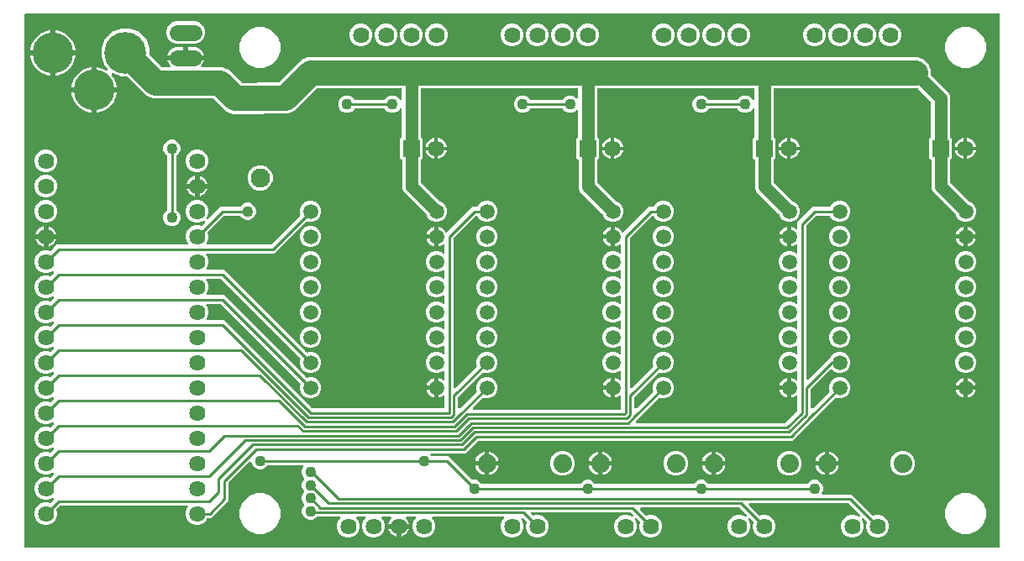
<source format=gbl>
G04 EAGLE Gerber RS-274X export*
G75*
%MOMM*%
%FSLAX34Y34*%
%LPD*%
%INBottom Copper*%
%IPPOS*%
%AMOC8*
5,1,8,0,0,1.08239X$1,22.5*%
G01*
%ADD10C,1.651000*%
%ADD11R,1.651000X1.651000*%
%ADD12C,1.930400*%
%ADD13C,1.625600*%
%ADD14C,4.216000*%
%ADD15C,4.114800*%
%ADD16C,1.625600*%
%ADD17C,1.879600*%
%ADD18C,1.509600*%
%ADD19C,2.540000*%
%ADD20C,1.270000*%
%ADD21C,1.108000*%
%ADD22C,0.254000*%

G36*
X985638Y448326D02*
X985638Y448326D01*
X985757Y448333D01*
X985795Y448346D01*
X985836Y448351D01*
X985946Y448394D01*
X986059Y448431D01*
X986094Y448453D01*
X986131Y448468D01*
X986227Y448537D01*
X986328Y448601D01*
X986356Y448631D01*
X986389Y448654D01*
X986465Y448746D01*
X986546Y448833D01*
X986566Y448868D01*
X986591Y448899D01*
X986642Y449007D01*
X986700Y449111D01*
X986710Y449151D01*
X986727Y449187D01*
X986749Y449304D01*
X986779Y449419D01*
X986783Y449479D01*
X986787Y449499D01*
X986785Y449520D01*
X986789Y449580D01*
X986789Y985520D01*
X986774Y985638D01*
X986767Y985757D01*
X986754Y985795D01*
X986749Y985836D01*
X986706Y985946D01*
X986669Y986059D01*
X986647Y986094D01*
X986632Y986131D01*
X986563Y986227D01*
X986499Y986328D01*
X986469Y986356D01*
X986446Y986389D01*
X986354Y986465D01*
X986267Y986546D01*
X986232Y986566D01*
X986201Y986591D01*
X986093Y986642D01*
X985989Y986700D01*
X985949Y986710D01*
X985913Y986727D01*
X985796Y986749D01*
X985681Y986779D01*
X985621Y986783D01*
X985601Y986787D01*
X985580Y986785D01*
X985520Y986789D01*
X5080Y986789D01*
X4962Y986774D01*
X4843Y986767D01*
X4805Y986754D01*
X4764Y986749D01*
X4654Y986706D01*
X4541Y986669D01*
X4506Y986647D01*
X4469Y986632D01*
X4373Y986563D01*
X4272Y986499D01*
X4244Y986469D01*
X4211Y986446D01*
X4135Y986354D01*
X4054Y986267D01*
X4034Y986232D01*
X4009Y986201D01*
X3958Y986093D01*
X3900Y985989D01*
X3890Y985949D01*
X3873Y985913D01*
X3851Y985796D01*
X3821Y985681D01*
X3817Y985621D01*
X3813Y985601D01*
X3815Y985580D01*
X3811Y985520D01*
X3811Y449580D01*
X3826Y449462D01*
X3833Y449343D01*
X3846Y449305D01*
X3851Y449264D01*
X3894Y449154D01*
X3931Y449041D01*
X3953Y449006D01*
X3968Y448969D01*
X4037Y448873D01*
X4101Y448772D01*
X4131Y448744D01*
X4154Y448711D01*
X4246Y448635D01*
X4333Y448554D01*
X4368Y448534D01*
X4399Y448509D01*
X4507Y448458D01*
X4611Y448400D01*
X4651Y448390D01*
X4687Y448373D01*
X4804Y448351D01*
X4919Y448321D01*
X4979Y448317D01*
X4999Y448313D01*
X5020Y448315D01*
X5080Y448311D01*
X985520Y448311D01*
X985638Y448326D01*
G37*
%LPC*%
G36*
X327977Y458723D02*
X327977Y458723D01*
X323869Y460425D01*
X320725Y463569D01*
X319023Y467677D01*
X319023Y472123D01*
X320725Y476231D01*
X321878Y477385D01*
X321963Y477494D01*
X322052Y477601D01*
X322061Y477620D01*
X322073Y477636D01*
X322128Y477763D01*
X322188Y477889D01*
X322191Y477909D01*
X322200Y477928D01*
X322221Y478066D01*
X322247Y478202D01*
X322246Y478222D01*
X322249Y478242D01*
X322236Y478381D01*
X322228Y478519D01*
X322221Y478538D01*
X322220Y478558D01*
X322172Y478690D01*
X322130Y478821D01*
X322119Y478839D01*
X322112Y478858D01*
X322034Y478973D01*
X321960Y479090D01*
X321945Y479104D01*
X321933Y479121D01*
X321829Y479213D01*
X321728Y479308D01*
X321710Y479318D01*
X321695Y479331D01*
X321571Y479395D01*
X321449Y479462D01*
X321430Y479467D01*
X321412Y479476D01*
X321276Y479506D01*
X321141Y479541D01*
X321113Y479543D01*
X321101Y479546D01*
X321081Y479545D01*
X320981Y479551D01*
X299183Y479551D01*
X299085Y479539D01*
X298986Y479536D01*
X298928Y479519D01*
X298868Y479511D01*
X298776Y479475D01*
X298681Y479447D01*
X298628Y479417D01*
X298572Y479394D01*
X298492Y479336D01*
X298407Y479286D01*
X298331Y479220D01*
X298315Y479208D01*
X298307Y479198D01*
X298286Y479180D01*
X296965Y477859D01*
X293808Y476551D01*
X290392Y476551D01*
X287235Y477859D01*
X284819Y480275D01*
X283511Y483432D01*
X283511Y486848D01*
X284819Y490005D01*
X285612Y490799D01*
X285685Y490893D01*
X285764Y490982D01*
X285782Y491018D01*
X285807Y491050D01*
X285855Y491159D01*
X285909Y491265D01*
X285917Y491304D01*
X285933Y491342D01*
X285952Y491459D01*
X285978Y491575D01*
X285977Y491616D01*
X285983Y491656D01*
X285972Y491774D01*
X285969Y491893D01*
X285957Y491932D01*
X285954Y491972D01*
X285913Y492084D01*
X285880Y492199D01*
X285860Y492234D01*
X285846Y492272D01*
X285779Y492370D01*
X285719Y492473D01*
X285679Y492518D01*
X285667Y492535D01*
X285652Y492548D01*
X285612Y492594D01*
X284819Y493387D01*
X283511Y496544D01*
X283511Y499960D01*
X284819Y503117D01*
X285612Y503910D01*
X285685Y504004D01*
X285764Y504094D01*
X285782Y504130D01*
X285807Y504162D01*
X285854Y504271D01*
X285909Y504377D01*
X285917Y504416D01*
X285933Y504454D01*
X285952Y504571D01*
X285978Y504687D01*
X285977Y504728D01*
X285983Y504768D01*
X285972Y504886D01*
X285969Y505005D01*
X285957Y505044D01*
X285954Y505084D01*
X285913Y505197D01*
X285880Y505311D01*
X285860Y505345D01*
X285846Y505384D01*
X285779Y505482D01*
X285719Y505585D01*
X285679Y505630D01*
X285667Y505647D01*
X285652Y505660D01*
X285612Y505705D01*
X284819Y506499D01*
X283511Y509656D01*
X283511Y513072D01*
X284819Y516229D01*
X285612Y517022D01*
X285685Y517116D01*
X285764Y517206D01*
X285782Y517242D01*
X285807Y517274D01*
X285854Y517383D01*
X285909Y517489D01*
X285917Y517528D01*
X285933Y517566D01*
X285952Y517683D01*
X285978Y517799D01*
X285977Y517840D01*
X285983Y517880D01*
X285972Y517998D01*
X285969Y518117D01*
X285957Y518156D01*
X285954Y518196D01*
X285913Y518309D01*
X285880Y518423D01*
X285860Y518457D01*
X285846Y518496D01*
X285779Y518594D01*
X285719Y518697D01*
X285679Y518742D01*
X285667Y518759D01*
X285652Y518772D01*
X285612Y518817D01*
X284819Y519611D01*
X283511Y522768D01*
X283511Y526184D01*
X284819Y529341D01*
X284932Y529454D01*
X285017Y529564D01*
X285106Y529671D01*
X285115Y529690D01*
X285127Y529706D01*
X285183Y529834D01*
X285242Y529959D01*
X285245Y529979D01*
X285253Y529998D01*
X285275Y530135D01*
X285301Y530272D01*
X285300Y530292D01*
X285303Y530312D01*
X285290Y530450D01*
X285282Y530589D01*
X285275Y530608D01*
X285274Y530628D01*
X285226Y530759D01*
X285184Y530891D01*
X285173Y530909D01*
X285166Y530928D01*
X285088Y531043D01*
X285013Y531160D01*
X284999Y531174D01*
X284987Y531191D01*
X284883Y531283D01*
X284782Y531378D01*
X284764Y531388D01*
X284749Y531401D01*
X284625Y531464D01*
X284503Y531532D01*
X284484Y531537D01*
X284466Y531546D01*
X284330Y531576D01*
X284195Y531611D01*
X284167Y531613D01*
X284155Y531616D01*
X284135Y531615D01*
X284035Y531621D01*
X249653Y531621D01*
X249555Y531609D01*
X249456Y531606D01*
X249398Y531589D01*
X249338Y531581D01*
X249246Y531545D01*
X249151Y531517D01*
X249098Y531487D01*
X249042Y531464D01*
X248962Y531406D01*
X248877Y531356D01*
X248801Y531290D01*
X248785Y531278D01*
X248777Y531268D01*
X248756Y531250D01*
X246165Y528659D01*
X243008Y527351D01*
X239592Y527351D01*
X236435Y528659D01*
X234019Y531075D01*
X232630Y534428D01*
X232605Y534471D01*
X232588Y534518D01*
X232527Y534609D01*
X232472Y534705D01*
X232438Y534740D01*
X232410Y534781D01*
X232327Y534854D01*
X232251Y534933D01*
X232209Y534959D01*
X232171Y534992D01*
X232073Y535042D01*
X231980Y535099D01*
X231932Y535114D01*
X231888Y535136D01*
X231781Y535160D01*
X231676Y535193D01*
X231626Y535195D01*
X231578Y535206D01*
X231468Y535203D01*
X231358Y535208D01*
X231310Y535198D01*
X231260Y535196D01*
X231154Y535166D01*
X231047Y535144D01*
X231002Y535122D01*
X230954Y535108D01*
X230860Y535052D01*
X230761Y535004D01*
X230723Y534972D01*
X230681Y534946D01*
X230560Y534840D01*
X209922Y514203D01*
X209862Y514125D01*
X209794Y514052D01*
X209765Y513999D01*
X209728Y513952D01*
X209688Y513861D01*
X209640Y513774D01*
X209625Y513715D01*
X209601Y513660D01*
X209586Y513562D01*
X209561Y513466D01*
X209555Y513366D01*
X209551Y513346D01*
X209553Y513333D01*
X209551Y513305D01*
X209551Y495543D01*
X192289Y478281D01*
X188957Y478281D01*
X188927Y478278D01*
X188898Y478280D01*
X188770Y478258D01*
X188641Y478241D01*
X188614Y478231D01*
X188585Y478226D01*
X188466Y478172D01*
X188346Y478124D01*
X188322Y478107D01*
X188295Y478095D01*
X188193Y478014D01*
X188088Y477938D01*
X188069Y477915D01*
X188046Y477896D01*
X187968Y477793D01*
X187885Y477693D01*
X187873Y477666D01*
X187855Y477642D01*
X187784Y477498D01*
X187275Y476269D01*
X184131Y473125D01*
X180023Y471423D01*
X175577Y471423D01*
X171469Y473125D01*
X168325Y476269D01*
X166623Y480377D01*
X166623Y484823D01*
X168351Y488993D01*
X168382Y489031D01*
X168391Y489050D01*
X168403Y489066D01*
X168458Y489193D01*
X168518Y489319D01*
X168521Y489339D01*
X168529Y489357D01*
X168551Y489495D01*
X168577Y489632D01*
X168576Y489652D01*
X168579Y489671D01*
X168566Y489810D01*
X168558Y489949D01*
X168552Y489968D01*
X168550Y489988D01*
X168502Y490119D01*
X168460Y490251D01*
X168449Y490268D01*
X168442Y490287D01*
X168364Y490403D01*
X168290Y490520D01*
X168275Y490534D01*
X168264Y490551D01*
X168159Y490643D01*
X168058Y490738D01*
X168040Y490748D01*
X168025Y490761D01*
X167901Y490824D01*
X167779Y490892D01*
X167760Y490897D01*
X167742Y490906D01*
X167606Y490936D01*
X167471Y490971D01*
X167444Y490973D01*
X167432Y490975D01*
X167411Y490975D01*
X167311Y490981D01*
X40415Y490981D01*
X40316Y490969D01*
X40217Y490966D01*
X40159Y490949D01*
X40099Y490941D01*
X40007Y490905D01*
X39912Y490877D01*
X39860Y490847D01*
X39803Y490824D01*
X39723Y490766D01*
X39638Y490716D01*
X39563Y490650D01*
X39546Y490638D01*
X39538Y490628D01*
X39517Y490610D01*
X36343Y487435D01*
X36325Y487412D01*
X36302Y487393D01*
X36228Y487287D01*
X36148Y487184D01*
X36136Y487157D01*
X36119Y487133D01*
X36073Y487011D01*
X36022Y486892D01*
X36017Y486863D01*
X36006Y486835D01*
X35992Y486706D01*
X35972Y486578D01*
X35975Y486549D01*
X35971Y486519D01*
X35989Y486391D01*
X36002Y486261D01*
X36012Y486234D01*
X36016Y486204D01*
X36068Y486052D01*
X36577Y484823D01*
X36577Y480377D01*
X34875Y476269D01*
X31731Y473125D01*
X27623Y471423D01*
X23177Y471423D01*
X19069Y473125D01*
X15925Y476269D01*
X14223Y480377D01*
X14223Y484823D01*
X15925Y488931D01*
X19069Y492075D01*
X23177Y493777D01*
X27623Y493777D01*
X28852Y493268D01*
X28880Y493260D01*
X28907Y493247D01*
X29034Y493218D01*
X29159Y493184D01*
X29188Y493183D01*
X29217Y493177D01*
X29347Y493181D01*
X29477Y493179D01*
X29505Y493186D01*
X29535Y493187D01*
X29660Y493223D01*
X29786Y493253D01*
X29812Y493267D01*
X29840Y493275D01*
X29952Y493341D01*
X30067Y493402D01*
X30089Y493421D01*
X30114Y493436D01*
X30235Y493543D01*
X33170Y496478D01*
X33213Y496533D01*
X33263Y496582D01*
X33310Y496658D01*
X33365Y496729D01*
X33393Y496793D01*
X33429Y496853D01*
X33456Y496938D01*
X33492Y497021D01*
X33503Y497090D01*
X33523Y497157D01*
X33527Y497246D01*
X33541Y497335D01*
X33535Y497405D01*
X33538Y497474D01*
X33520Y497562D01*
X33512Y497652D01*
X33488Y497717D01*
X33474Y497786D01*
X33434Y497867D01*
X33404Y497951D01*
X33365Y498009D01*
X33334Y498071D01*
X33276Y498140D01*
X33225Y498214D01*
X33173Y498260D01*
X33128Y498313D01*
X33054Y498365D01*
X32987Y498425D01*
X32925Y498456D01*
X32868Y498497D01*
X32784Y498528D01*
X32704Y498569D01*
X32636Y498584D01*
X32570Y498609D01*
X32481Y498619D01*
X32393Y498639D01*
X32324Y498637D01*
X32254Y498644D01*
X32165Y498632D01*
X32076Y498629D01*
X32008Y498610D01*
X31939Y498600D01*
X31787Y498548D01*
X27623Y496823D01*
X23177Y496823D01*
X19069Y498525D01*
X15925Y501669D01*
X14223Y505777D01*
X14223Y510223D01*
X15925Y514331D01*
X19069Y517475D01*
X23177Y519177D01*
X27623Y519177D01*
X28852Y518668D01*
X28880Y518660D01*
X28907Y518647D01*
X29034Y518618D01*
X29159Y518584D01*
X29188Y518583D01*
X29217Y518577D01*
X29347Y518581D01*
X29477Y518579D01*
X29505Y518586D01*
X29535Y518587D01*
X29660Y518623D01*
X29786Y518653D01*
X29812Y518667D01*
X29840Y518675D01*
X29952Y518741D01*
X30067Y518802D01*
X30089Y518821D01*
X30114Y518836D01*
X30235Y518943D01*
X33170Y521878D01*
X33213Y521933D01*
X33263Y521982D01*
X33310Y522058D01*
X33365Y522129D01*
X33393Y522193D01*
X33429Y522253D01*
X33456Y522338D01*
X33492Y522421D01*
X33503Y522490D01*
X33523Y522557D01*
X33527Y522646D01*
X33541Y522735D01*
X33535Y522805D01*
X33538Y522874D01*
X33520Y522962D01*
X33512Y523052D01*
X33488Y523117D01*
X33474Y523186D01*
X33434Y523267D01*
X33404Y523351D01*
X33365Y523409D01*
X33334Y523471D01*
X33276Y523540D01*
X33225Y523614D01*
X33173Y523660D01*
X33128Y523713D01*
X33054Y523765D01*
X32987Y523825D01*
X32925Y523856D01*
X32868Y523897D01*
X32784Y523928D01*
X32704Y523969D01*
X32636Y523984D01*
X32570Y524009D01*
X32481Y524019D01*
X32393Y524039D01*
X32324Y524037D01*
X32254Y524044D01*
X32165Y524032D01*
X32076Y524029D01*
X32008Y524010D01*
X31939Y524000D01*
X31787Y523948D01*
X27623Y522223D01*
X23177Y522223D01*
X19069Y523925D01*
X15925Y527069D01*
X14223Y531177D01*
X14223Y535623D01*
X15925Y539731D01*
X19069Y542875D01*
X23177Y544577D01*
X27623Y544577D01*
X28852Y544068D01*
X28880Y544060D01*
X28907Y544047D01*
X29034Y544018D01*
X29159Y543984D01*
X29188Y543983D01*
X29217Y543977D01*
X29347Y543981D01*
X29477Y543979D01*
X29505Y543986D01*
X29535Y543987D01*
X29660Y544023D01*
X29786Y544053D01*
X29812Y544067D01*
X29840Y544075D01*
X29952Y544141D01*
X30067Y544202D01*
X30089Y544221D01*
X30114Y544236D01*
X30235Y544343D01*
X33170Y547278D01*
X33213Y547333D01*
X33263Y547382D01*
X33310Y547458D01*
X33365Y547529D01*
X33393Y547593D01*
X33429Y547653D01*
X33456Y547738D01*
X33492Y547821D01*
X33503Y547890D01*
X33523Y547957D01*
X33527Y548046D01*
X33541Y548135D01*
X33535Y548205D01*
X33538Y548274D01*
X33520Y548362D01*
X33512Y548452D01*
X33488Y548517D01*
X33474Y548586D01*
X33434Y548667D01*
X33404Y548751D01*
X33365Y548809D01*
X33334Y548871D01*
X33276Y548940D01*
X33225Y549014D01*
X33173Y549060D01*
X33128Y549113D01*
X33054Y549165D01*
X32987Y549225D01*
X32925Y549256D01*
X32868Y549297D01*
X32784Y549328D01*
X32704Y549369D01*
X32636Y549384D01*
X32570Y549409D01*
X32481Y549419D01*
X32393Y549439D01*
X32324Y549437D01*
X32254Y549444D01*
X32165Y549432D01*
X32076Y549429D01*
X32008Y549410D01*
X31939Y549400D01*
X31787Y549348D01*
X27623Y547623D01*
X23177Y547623D01*
X19069Y549325D01*
X15925Y552469D01*
X14223Y556577D01*
X14223Y561023D01*
X15925Y565131D01*
X19069Y568275D01*
X23177Y569977D01*
X27623Y569977D01*
X28852Y569468D01*
X28880Y569460D01*
X28907Y569447D01*
X29034Y569418D01*
X29159Y569384D01*
X29188Y569383D01*
X29217Y569377D01*
X29347Y569381D01*
X29477Y569379D01*
X29505Y569386D01*
X29535Y569387D01*
X29660Y569423D01*
X29786Y569453D01*
X29812Y569467D01*
X29840Y569475D01*
X29952Y569541D01*
X30067Y569602D01*
X30089Y569621D01*
X30114Y569636D01*
X30235Y569743D01*
X33170Y572678D01*
X33213Y572733D01*
X33263Y572782D01*
X33310Y572858D01*
X33365Y572929D01*
X33393Y572993D01*
X33429Y573053D01*
X33456Y573138D01*
X33492Y573221D01*
X33503Y573290D01*
X33523Y573357D01*
X33527Y573446D01*
X33541Y573535D01*
X33535Y573605D01*
X33538Y573674D01*
X33520Y573762D01*
X33512Y573852D01*
X33488Y573917D01*
X33474Y573986D01*
X33434Y574067D01*
X33404Y574151D01*
X33365Y574209D01*
X33334Y574271D01*
X33276Y574340D01*
X33225Y574414D01*
X33173Y574460D01*
X33128Y574513D01*
X33054Y574565D01*
X32987Y574625D01*
X32925Y574656D01*
X32868Y574697D01*
X32784Y574728D01*
X32704Y574769D01*
X32636Y574784D01*
X32570Y574809D01*
X32481Y574819D01*
X32393Y574839D01*
X32324Y574837D01*
X32254Y574844D01*
X32165Y574832D01*
X32076Y574829D01*
X32008Y574810D01*
X31939Y574800D01*
X31787Y574748D01*
X27623Y573023D01*
X23177Y573023D01*
X19069Y574725D01*
X15925Y577869D01*
X14223Y581977D01*
X14223Y586423D01*
X15925Y590531D01*
X19069Y593675D01*
X23177Y595377D01*
X27623Y595377D01*
X28852Y594868D01*
X28880Y594860D01*
X28907Y594847D01*
X29034Y594818D01*
X29159Y594784D01*
X29188Y594783D01*
X29217Y594777D01*
X29347Y594781D01*
X29477Y594779D01*
X29505Y594786D01*
X29535Y594787D01*
X29660Y594823D01*
X29786Y594853D01*
X29812Y594867D01*
X29840Y594875D01*
X29952Y594941D01*
X30067Y595002D01*
X30089Y595021D01*
X30114Y595036D01*
X30235Y595143D01*
X33170Y598078D01*
X33213Y598133D01*
X33263Y598182D01*
X33310Y598258D01*
X33365Y598329D01*
X33393Y598393D01*
X33429Y598453D01*
X33456Y598538D01*
X33492Y598621D01*
X33503Y598690D01*
X33523Y598757D01*
X33527Y598846D01*
X33541Y598935D01*
X33535Y599005D01*
X33538Y599074D01*
X33520Y599162D01*
X33512Y599252D01*
X33488Y599317D01*
X33474Y599386D01*
X33434Y599467D01*
X33404Y599551D01*
X33365Y599609D01*
X33334Y599671D01*
X33276Y599740D01*
X33225Y599814D01*
X33173Y599860D01*
X33128Y599913D01*
X33054Y599965D01*
X32987Y600025D01*
X32925Y600056D01*
X32868Y600097D01*
X32784Y600128D01*
X32704Y600169D01*
X32636Y600184D01*
X32570Y600209D01*
X32481Y600219D01*
X32393Y600239D01*
X32324Y600237D01*
X32254Y600244D01*
X32165Y600232D01*
X32076Y600229D01*
X32008Y600210D01*
X31939Y600200D01*
X31787Y600148D01*
X27623Y598423D01*
X23177Y598423D01*
X19069Y600125D01*
X15925Y603269D01*
X14223Y607377D01*
X14223Y611823D01*
X15925Y615931D01*
X19069Y619075D01*
X23177Y620777D01*
X27623Y620777D01*
X28852Y620268D01*
X28880Y620260D01*
X28907Y620247D01*
X29034Y620218D01*
X29159Y620184D01*
X29188Y620183D01*
X29217Y620177D01*
X29347Y620181D01*
X29477Y620179D01*
X29505Y620186D01*
X29535Y620187D01*
X29660Y620223D01*
X29786Y620253D01*
X29812Y620267D01*
X29840Y620275D01*
X29952Y620341D01*
X30067Y620402D01*
X30089Y620421D01*
X30114Y620436D01*
X30235Y620543D01*
X33170Y623478D01*
X33213Y623533D01*
X33263Y623582D01*
X33310Y623658D01*
X33365Y623729D01*
X33393Y623793D01*
X33429Y623853D01*
X33456Y623938D01*
X33492Y624021D01*
X33503Y624090D01*
X33523Y624157D01*
X33527Y624246D01*
X33541Y624335D01*
X33535Y624405D01*
X33538Y624474D01*
X33520Y624562D01*
X33512Y624652D01*
X33488Y624717D01*
X33474Y624786D01*
X33434Y624867D01*
X33404Y624951D01*
X33365Y625009D01*
X33334Y625071D01*
X33276Y625140D01*
X33225Y625214D01*
X33173Y625260D01*
X33128Y625313D01*
X33054Y625365D01*
X32987Y625425D01*
X32925Y625456D01*
X32868Y625497D01*
X32784Y625528D01*
X32704Y625569D01*
X32636Y625584D01*
X32570Y625609D01*
X32481Y625619D01*
X32393Y625639D01*
X32324Y625637D01*
X32254Y625644D01*
X32165Y625632D01*
X32076Y625629D01*
X32008Y625610D01*
X31939Y625600D01*
X31787Y625548D01*
X27623Y623823D01*
X23177Y623823D01*
X19069Y625525D01*
X15925Y628669D01*
X14223Y632777D01*
X14223Y637223D01*
X15925Y641331D01*
X19069Y644475D01*
X23177Y646177D01*
X27623Y646177D01*
X28852Y645668D01*
X28880Y645660D01*
X28907Y645647D01*
X29034Y645618D01*
X29159Y645584D01*
X29188Y645583D01*
X29217Y645577D01*
X29347Y645581D01*
X29477Y645579D01*
X29505Y645586D01*
X29535Y645587D01*
X29660Y645623D01*
X29786Y645653D01*
X29812Y645667D01*
X29840Y645675D01*
X29952Y645741D01*
X30067Y645802D01*
X30089Y645821D01*
X30114Y645836D01*
X30235Y645943D01*
X33170Y648878D01*
X33213Y648933D01*
X33263Y648982D01*
X33310Y649058D01*
X33365Y649129D01*
X33393Y649193D01*
X33429Y649253D01*
X33456Y649338D01*
X33492Y649421D01*
X33503Y649490D01*
X33523Y649557D01*
X33527Y649646D01*
X33541Y649735D01*
X33535Y649805D01*
X33538Y649874D01*
X33520Y649962D01*
X33512Y650052D01*
X33488Y650117D01*
X33474Y650186D01*
X33434Y650267D01*
X33404Y650351D01*
X33365Y650409D01*
X33334Y650471D01*
X33276Y650540D01*
X33225Y650614D01*
X33173Y650660D01*
X33128Y650713D01*
X33054Y650765D01*
X32987Y650825D01*
X32925Y650856D01*
X32868Y650897D01*
X32784Y650928D01*
X32704Y650969D01*
X32636Y650984D01*
X32570Y651009D01*
X32481Y651019D01*
X32393Y651039D01*
X32324Y651037D01*
X32254Y651044D01*
X32165Y651032D01*
X32076Y651029D01*
X32008Y651010D01*
X31939Y651000D01*
X31787Y650948D01*
X27623Y649223D01*
X23177Y649223D01*
X19069Y650925D01*
X15925Y654069D01*
X14223Y658177D01*
X14223Y662623D01*
X15925Y666731D01*
X19069Y669875D01*
X23177Y671577D01*
X27623Y671577D01*
X28852Y671068D01*
X28880Y671060D01*
X28907Y671047D01*
X29034Y671018D01*
X29159Y670984D01*
X29188Y670983D01*
X29217Y670977D01*
X29347Y670981D01*
X29477Y670979D01*
X29505Y670986D01*
X29535Y670987D01*
X29660Y671023D01*
X29786Y671053D01*
X29812Y671067D01*
X29840Y671075D01*
X29952Y671141D01*
X30067Y671202D01*
X30089Y671221D01*
X30114Y671236D01*
X30235Y671343D01*
X33170Y674278D01*
X33213Y674333D01*
X33263Y674382D01*
X33310Y674458D01*
X33365Y674529D01*
X33393Y674593D01*
X33429Y674653D01*
X33456Y674738D01*
X33492Y674821D01*
X33503Y674890D01*
X33523Y674957D01*
X33527Y675046D01*
X33541Y675135D01*
X33535Y675205D01*
X33538Y675274D01*
X33520Y675362D01*
X33512Y675452D01*
X33488Y675517D01*
X33474Y675586D01*
X33434Y675667D01*
X33404Y675751D01*
X33365Y675809D01*
X33334Y675871D01*
X33276Y675940D01*
X33225Y676014D01*
X33173Y676060D01*
X33128Y676113D01*
X33054Y676165D01*
X32987Y676225D01*
X32925Y676256D01*
X32868Y676297D01*
X32784Y676328D01*
X32704Y676369D01*
X32636Y676384D01*
X32570Y676409D01*
X32481Y676419D01*
X32393Y676439D01*
X32324Y676437D01*
X32254Y676444D01*
X32165Y676432D01*
X32076Y676429D01*
X32008Y676410D01*
X31939Y676400D01*
X31787Y676348D01*
X27623Y674623D01*
X23177Y674623D01*
X19069Y676325D01*
X15925Y679469D01*
X14223Y683577D01*
X14223Y688023D01*
X15925Y692131D01*
X19069Y695275D01*
X23177Y696977D01*
X27623Y696977D01*
X28852Y696468D01*
X28880Y696460D01*
X28907Y696447D01*
X29034Y696418D01*
X29159Y696384D01*
X29188Y696383D01*
X29217Y696377D01*
X29347Y696381D01*
X29477Y696379D01*
X29505Y696386D01*
X29535Y696387D01*
X29660Y696423D01*
X29786Y696453D01*
X29812Y696467D01*
X29840Y696475D01*
X29952Y696541D01*
X30067Y696602D01*
X30089Y696621D01*
X30114Y696636D01*
X30235Y696743D01*
X33170Y699678D01*
X33213Y699733D01*
X33263Y699782D01*
X33310Y699858D01*
X33365Y699929D01*
X33393Y699993D01*
X33429Y700053D01*
X33456Y700138D01*
X33492Y700221D01*
X33503Y700290D01*
X33523Y700357D01*
X33527Y700446D01*
X33541Y700535D01*
X33535Y700605D01*
X33538Y700674D01*
X33520Y700762D01*
X33512Y700852D01*
X33488Y700917D01*
X33474Y700986D01*
X33434Y701067D01*
X33404Y701151D01*
X33365Y701209D01*
X33334Y701271D01*
X33276Y701340D01*
X33225Y701414D01*
X33173Y701460D01*
X33128Y701513D01*
X33054Y701565D01*
X32987Y701625D01*
X32925Y701656D01*
X32868Y701697D01*
X32784Y701728D01*
X32704Y701769D01*
X32636Y701784D01*
X32570Y701809D01*
X32481Y701819D01*
X32393Y701839D01*
X32324Y701837D01*
X32254Y701844D01*
X32165Y701832D01*
X32076Y701829D01*
X32008Y701810D01*
X31939Y701800D01*
X31787Y701748D01*
X27623Y700023D01*
X23177Y700023D01*
X19069Y701725D01*
X15925Y704869D01*
X14223Y708977D01*
X14223Y713423D01*
X15925Y717531D01*
X19069Y720675D01*
X23177Y722377D01*
X27623Y722377D01*
X28852Y721868D01*
X28880Y721860D01*
X28907Y721847D01*
X29034Y721818D01*
X29159Y721784D01*
X29188Y721783D01*
X29217Y721777D01*
X29347Y721781D01*
X29477Y721779D01*
X29505Y721786D01*
X29535Y721787D01*
X29660Y721823D01*
X29786Y721853D01*
X29812Y721867D01*
X29840Y721875D01*
X29952Y721941D01*
X30067Y722002D01*
X30089Y722021D01*
X30114Y722036D01*
X30235Y722143D01*
X33170Y725078D01*
X33213Y725133D01*
X33263Y725182D01*
X33310Y725258D01*
X33365Y725329D01*
X33393Y725393D01*
X33429Y725453D01*
X33456Y725538D01*
X33492Y725621D01*
X33503Y725690D01*
X33523Y725757D01*
X33527Y725846D01*
X33541Y725935D01*
X33535Y726005D01*
X33538Y726074D01*
X33520Y726162D01*
X33512Y726252D01*
X33488Y726317D01*
X33474Y726386D01*
X33434Y726467D01*
X33404Y726551D01*
X33365Y726609D01*
X33334Y726671D01*
X33276Y726740D01*
X33225Y726814D01*
X33173Y726860D01*
X33128Y726913D01*
X33054Y726965D01*
X32987Y727025D01*
X32925Y727056D01*
X32868Y727097D01*
X32784Y727128D01*
X32704Y727169D01*
X32636Y727184D01*
X32570Y727209D01*
X32481Y727219D01*
X32393Y727239D01*
X32324Y727237D01*
X32254Y727244D01*
X32165Y727232D01*
X32076Y727229D01*
X32008Y727210D01*
X31939Y727200D01*
X31787Y727148D01*
X27623Y725423D01*
X23177Y725423D01*
X19069Y727125D01*
X15925Y730269D01*
X14223Y734377D01*
X14223Y738823D01*
X15925Y742931D01*
X19069Y746075D01*
X23177Y747777D01*
X27623Y747777D01*
X28852Y747268D01*
X28881Y747260D01*
X28907Y747247D01*
X29034Y747218D01*
X29159Y747184D01*
X29188Y747183D01*
X29217Y747177D01*
X29347Y747181D01*
X29477Y747179D01*
X29505Y747186D01*
X29535Y747187D01*
X29660Y747223D01*
X29786Y747253D01*
X29812Y747267D01*
X29840Y747275D01*
X29952Y747341D01*
X30067Y747402D01*
X30089Y747422D01*
X30114Y747436D01*
X30235Y747543D01*
X33410Y750717D01*
X36311Y753619D01*
X167311Y753619D01*
X167449Y753636D01*
X167587Y753649D01*
X167606Y753656D01*
X167626Y753659D01*
X167756Y753710D01*
X167887Y753757D01*
X167903Y753768D01*
X167922Y753776D01*
X168035Y753857D01*
X168150Y753936D01*
X168163Y753951D01*
X168179Y753962D01*
X168268Y754070D01*
X168360Y754174D01*
X168369Y754192D01*
X168382Y754207D01*
X168441Y754333D01*
X168505Y754457D01*
X168509Y754477D01*
X168518Y754495D01*
X168544Y754631D01*
X168574Y754768D01*
X168574Y754788D01*
X168577Y754807D01*
X168569Y754946D01*
X168565Y755086D01*
X168559Y755105D01*
X168558Y755125D01*
X168515Y755257D01*
X168476Y755391D01*
X168466Y755408D01*
X168460Y755427D01*
X168385Y755545D01*
X168355Y755597D01*
X166623Y759777D01*
X166623Y764223D01*
X168325Y768331D01*
X171469Y771475D01*
X175577Y773177D01*
X180023Y773177D01*
X181252Y772668D01*
X181281Y772660D01*
X181307Y772647D01*
X181434Y772618D01*
X181559Y772584D01*
X181588Y772583D01*
X181617Y772577D01*
X181747Y772581D01*
X181877Y772579D01*
X181905Y772586D01*
X181935Y772587D01*
X182060Y772623D01*
X182186Y772653D01*
X182212Y772667D01*
X182240Y772675D01*
X182352Y772741D01*
X182467Y772802D01*
X182489Y772822D01*
X182514Y772836D01*
X182635Y772943D01*
X185570Y775878D01*
X185613Y775933D01*
X185663Y775982D01*
X185710Y776058D01*
X185765Y776129D01*
X185793Y776193D01*
X185829Y776253D01*
X185856Y776338D01*
X185892Y776421D01*
X185902Y776490D01*
X185923Y776557D01*
X185927Y776646D01*
X185941Y776735D01*
X185935Y776805D01*
X185938Y776874D01*
X185920Y776962D01*
X185912Y777052D01*
X185888Y777118D01*
X185874Y777186D01*
X185834Y777266D01*
X185804Y777351D01*
X185765Y777409D01*
X185734Y777471D01*
X185676Y777540D01*
X185625Y777614D01*
X185573Y777660D01*
X185528Y777713D01*
X185454Y777765D01*
X185387Y777825D01*
X185325Y777856D01*
X185268Y777897D01*
X185184Y777928D01*
X185104Y777969D01*
X185036Y777985D01*
X184970Y778009D01*
X184881Y778019D01*
X184793Y778039D01*
X184724Y778037D01*
X184654Y778045D01*
X184565Y778032D01*
X184476Y778029D01*
X184408Y778010D01*
X184339Y778000D01*
X184187Y777948D01*
X180023Y776223D01*
X175577Y776223D01*
X171469Y777925D01*
X168325Y781069D01*
X166623Y785177D01*
X166623Y789623D01*
X168325Y793731D01*
X171469Y796875D01*
X175577Y798577D01*
X180023Y798577D01*
X184131Y796875D01*
X187275Y793731D01*
X188977Y789623D01*
X188977Y785177D01*
X187252Y781013D01*
X187234Y780946D01*
X187206Y780882D01*
X187192Y780793D01*
X187168Y780706D01*
X187167Y780637D01*
X187156Y780568D01*
X187164Y780478D01*
X187163Y780388D01*
X187179Y780320D01*
X187186Y780251D01*
X187216Y780166D01*
X187237Y780079D01*
X187270Y780017D01*
X187293Y779952D01*
X187344Y779877D01*
X187386Y779798D01*
X187433Y779746D01*
X187472Y779688D01*
X187539Y779629D01*
X187600Y779563D01*
X187658Y779524D01*
X187710Y779478D01*
X187790Y779437D01*
X187865Y779388D01*
X187932Y779365D01*
X187994Y779333D01*
X188081Y779314D01*
X188166Y779285D01*
X188236Y779279D01*
X188304Y779264D01*
X188394Y779266D01*
X188483Y779259D01*
X188552Y779271D01*
X188622Y779273D01*
X188708Y779298D01*
X188797Y779314D01*
X188860Y779342D01*
X188927Y779362D01*
X189005Y779407D01*
X189087Y779444D01*
X189141Y779488D01*
X189201Y779523D01*
X189322Y779630D01*
X201411Y791719D01*
X220247Y791719D01*
X220345Y791731D01*
X220444Y791734D01*
X220502Y791751D01*
X220562Y791759D01*
X220654Y791795D01*
X220749Y791823D01*
X220802Y791853D01*
X220858Y791876D01*
X220938Y791934D01*
X221023Y791984D01*
X221099Y792050D01*
X221115Y792062D01*
X221123Y792072D01*
X221144Y792090D01*
X223735Y794681D01*
X226892Y795989D01*
X230308Y795989D01*
X233465Y794681D01*
X235881Y792265D01*
X237189Y789108D01*
X237189Y785692D01*
X235881Y782535D01*
X233465Y780119D01*
X230308Y778811D01*
X226892Y778811D01*
X223735Y780119D01*
X221144Y782710D01*
X221066Y782770D01*
X220994Y782838D01*
X220941Y782867D01*
X220893Y782904D01*
X220802Y782944D01*
X220715Y782992D01*
X220657Y783007D01*
X220601Y783031D01*
X220503Y783046D01*
X220407Y783071D01*
X220307Y783077D01*
X220287Y783081D01*
X220275Y783079D01*
X220247Y783081D01*
X205515Y783081D01*
X205416Y783069D01*
X205317Y783066D01*
X205259Y783049D01*
X205199Y783041D01*
X205107Y783005D01*
X205012Y782977D01*
X204960Y782947D01*
X204903Y782924D01*
X204823Y782866D01*
X204738Y782816D01*
X204663Y782750D01*
X204646Y782738D01*
X204638Y782728D01*
X204617Y782710D01*
X188743Y766835D01*
X188725Y766812D01*
X188702Y766793D01*
X188628Y766687D01*
X188548Y766584D01*
X188536Y766557D01*
X188519Y766533D01*
X188473Y766411D01*
X188422Y766292D01*
X188417Y766263D01*
X188406Y766235D01*
X188392Y766106D01*
X188372Y765978D01*
X188375Y765949D01*
X188371Y765919D01*
X188389Y765791D01*
X188402Y765661D01*
X188412Y765634D01*
X188416Y765604D01*
X188468Y765452D01*
X188977Y764223D01*
X188977Y759777D01*
X187249Y755607D01*
X187218Y755569D01*
X187209Y755550D01*
X187197Y755534D01*
X187142Y755407D01*
X187082Y755281D01*
X187079Y755261D01*
X187071Y755243D01*
X187049Y755105D01*
X187023Y754968D01*
X187024Y754948D01*
X187021Y754929D01*
X187034Y754790D01*
X187042Y754651D01*
X187048Y754632D01*
X187050Y754612D01*
X187098Y754481D01*
X187140Y754349D01*
X187151Y754332D01*
X187158Y754313D01*
X187236Y754197D01*
X187310Y754080D01*
X187325Y754066D01*
X187336Y754049D01*
X187441Y753957D01*
X187542Y753862D01*
X187560Y753852D01*
X187575Y753839D01*
X187699Y753776D01*
X187821Y753708D01*
X187840Y753703D01*
X187858Y753694D01*
X187994Y753664D01*
X188129Y753629D01*
X188156Y753627D01*
X188168Y753625D01*
X188189Y753625D01*
X188289Y753619D01*
X251685Y753619D01*
X251784Y753631D01*
X251883Y753634D01*
X251941Y753651D01*
X252001Y753659D01*
X252093Y753695D01*
X252188Y753723D01*
X252240Y753753D01*
X252297Y753776D01*
X252377Y753834D01*
X252462Y753884D01*
X252537Y753950D01*
X252554Y753962D01*
X252562Y753972D01*
X252583Y753990D01*
X281601Y783009D01*
X281619Y783032D01*
X281642Y783051D01*
X281716Y783157D01*
X281796Y783260D01*
X281808Y783287D01*
X281825Y783311D01*
X281871Y783432D01*
X281922Y783552D01*
X281927Y783581D01*
X281937Y783609D01*
X281952Y783737D01*
X281972Y783866D01*
X281969Y783895D01*
X281973Y783925D01*
X281955Y784053D01*
X281942Y784183D01*
X281932Y784210D01*
X281928Y784240D01*
X281876Y784392D01*
X281503Y785292D01*
X281503Y789508D01*
X283117Y793403D01*
X286097Y796383D01*
X289992Y797997D01*
X294208Y797997D01*
X298103Y796383D01*
X301083Y793403D01*
X302697Y789508D01*
X302697Y785292D01*
X301083Y781397D01*
X298103Y778417D01*
X294208Y776803D01*
X289992Y776803D01*
X289092Y777176D01*
X289063Y777184D01*
X289037Y777197D01*
X288910Y777226D01*
X288785Y777260D01*
X288756Y777261D01*
X288727Y777267D01*
X288597Y777263D01*
X288467Y777265D01*
X288438Y777258D01*
X288409Y777257D01*
X288284Y777221D01*
X288158Y777191D01*
X288132Y777177D01*
X288103Y777169D01*
X287992Y777103D01*
X287877Y777042D01*
X287855Y777023D01*
X287830Y777007D01*
X287709Y776901D01*
X255789Y744981D01*
X188289Y744981D01*
X188151Y744964D01*
X188013Y744951D01*
X187994Y744944D01*
X187974Y744941D01*
X187844Y744890D01*
X187713Y744843D01*
X187697Y744832D01*
X187678Y744824D01*
X187565Y744743D01*
X187450Y744664D01*
X187437Y744649D01*
X187421Y744638D01*
X187332Y744530D01*
X187240Y744426D01*
X187231Y744408D01*
X187218Y744393D01*
X187159Y744267D01*
X187095Y744143D01*
X187091Y744123D01*
X187082Y744105D01*
X187056Y743969D01*
X187026Y743832D01*
X187026Y743812D01*
X187023Y743793D01*
X187031Y743654D01*
X187035Y743514D01*
X187041Y743495D01*
X187042Y743475D01*
X187085Y743343D01*
X187124Y743209D01*
X187134Y743192D01*
X187140Y743173D01*
X187215Y743055D01*
X187245Y743003D01*
X188977Y738823D01*
X188977Y734377D01*
X187249Y730207D01*
X187218Y730169D01*
X187209Y730150D01*
X187197Y730134D01*
X187142Y730007D01*
X187082Y729881D01*
X187079Y729861D01*
X187071Y729843D01*
X187049Y729705D01*
X187023Y729568D01*
X187024Y729548D01*
X187021Y729529D01*
X187034Y729390D01*
X187042Y729251D01*
X187048Y729232D01*
X187050Y729212D01*
X187098Y729081D01*
X187140Y728949D01*
X187151Y728932D01*
X187158Y728913D01*
X187236Y728797D01*
X187310Y728680D01*
X187325Y728666D01*
X187336Y728649D01*
X187441Y728557D01*
X187542Y728462D01*
X187560Y728452D01*
X187575Y728439D01*
X187699Y728376D01*
X187821Y728308D01*
X187840Y728303D01*
X187858Y728294D01*
X187994Y728264D01*
X188129Y728229D01*
X188156Y728227D01*
X188168Y728225D01*
X188189Y728225D01*
X188289Y728219D01*
X204989Y728219D01*
X287709Y645499D01*
X287732Y645481D01*
X287751Y645458D01*
X287857Y645384D01*
X287960Y645304D01*
X287987Y645292D01*
X288011Y645275D01*
X288132Y645229D01*
X288252Y645178D01*
X288281Y645173D01*
X288309Y645163D01*
X288437Y645148D01*
X288566Y645128D01*
X288595Y645131D01*
X288625Y645127D01*
X288753Y645145D01*
X288883Y645158D01*
X288910Y645168D01*
X288940Y645172D01*
X289092Y645224D01*
X289992Y645597D01*
X294208Y645597D01*
X298103Y643983D01*
X301083Y641003D01*
X302697Y637108D01*
X302697Y632892D01*
X301083Y628997D01*
X298103Y626017D01*
X294208Y624403D01*
X289992Y624403D01*
X286097Y626017D01*
X283117Y628997D01*
X281503Y632892D01*
X281503Y637108D01*
X281876Y638008D01*
X281884Y638037D01*
X281897Y638063D01*
X281926Y638190D01*
X281960Y638315D01*
X281961Y638344D01*
X281967Y638373D01*
X281963Y638503D01*
X281965Y638633D01*
X281958Y638662D01*
X281957Y638691D01*
X281921Y638816D01*
X281891Y638942D01*
X281877Y638968D01*
X281869Y638997D01*
X281803Y639108D01*
X281742Y639223D01*
X281723Y639245D01*
X281707Y639270D01*
X281601Y639391D01*
X201783Y719210D01*
X201705Y719270D01*
X201632Y719338D01*
X201579Y719367D01*
X201532Y719404D01*
X201441Y719444D01*
X201354Y719492D01*
X201295Y719507D01*
X201240Y719531D01*
X201142Y719546D01*
X201046Y719571D01*
X200946Y719577D01*
X200926Y719581D01*
X200913Y719579D01*
X200885Y719581D01*
X188289Y719581D01*
X188151Y719564D01*
X188013Y719551D01*
X187994Y719544D01*
X187974Y719541D01*
X187844Y719490D01*
X187713Y719443D01*
X187697Y719432D01*
X187678Y719424D01*
X187565Y719343D01*
X187450Y719264D01*
X187437Y719249D01*
X187421Y719238D01*
X187332Y719130D01*
X187240Y719026D01*
X187231Y719008D01*
X187218Y718993D01*
X187159Y718867D01*
X187095Y718743D01*
X187091Y718723D01*
X187082Y718705D01*
X187056Y718569D01*
X187026Y718432D01*
X187026Y718412D01*
X187023Y718393D01*
X187031Y718254D01*
X187035Y718114D01*
X187041Y718095D01*
X187042Y718075D01*
X187085Y717943D01*
X187124Y717809D01*
X187134Y717792D01*
X187140Y717773D01*
X187215Y717655D01*
X187245Y717603D01*
X188977Y713423D01*
X188977Y708977D01*
X187249Y704807D01*
X187218Y704769D01*
X187209Y704750D01*
X187197Y704734D01*
X187142Y704607D01*
X187082Y704481D01*
X187079Y704461D01*
X187071Y704443D01*
X187049Y704305D01*
X187023Y704168D01*
X187024Y704148D01*
X187021Y704129D01*
X187034Y703990D01*
X187042Y703851D01*
X187048Y703832D01*
X187050Y703812D01*
X187098Y703681D01*
X187140Y703549D01*
X187151Y703532D01*
X187158Y703513D01*
X187236Y703397D01*
X187310Y703280D01*
X187325Y703266D01*
X187336Y703249D01*
X187441Y703157D01*
X187542Y703062D01*
X187560Y703052D01*
X187575Y703039D01*
X187699Y702976D01*
X187821Y702908D01*
X187840Y702903D01*
X187858Y702894D01*
X187994Y702864D01*
X188129Y702829D01*
X188156Y702827D01*
X188168Y702825D01*
X188189Y702825D01*
X188289Y702819D01*
X204989Y702819D01*
X287709Y620099D01*
X287732Y620081D01*
X287751Y620058D01*
X287857Y619984D01*
X287960Y619904D01*
X287987Y619892D01*
X288011Y619875D01*
X288132Y619829D01*
X288252Y619778D01*
X288281Y619773D01*
X288309Y619763D01*
X288438Y619748D01*
X288566Y619728D01*
X288595Y619731D01*
X288625Y619727D01*
X288753Y619745D01*
X288883Y619758D01*
X288910Y619768D01*
X288940Y619772D01*
X289092Y619824D01*
X289992Y620197D01*
X294208Y620197D01*
X298103Y618583D01*
X301083Y615603D01*
X302697Y611708D01*
X302697Y607492D01*
X301083Y603597D01*
X298103Y600617D01*
X294208Y599003D01*
X289992Y599003D01*
X286097Y600617D01*
X283117Y603597D01*
X281503Y607492D01*
X281503Y611708D01*
X281876Y612608D01*
X281884Y612637D01*
X281897Y612663D01*
X281926Y612790D01*
X281960Y612915D01*
X281961Y612944D01*
X281967Y612973D01*
X281963Y613103D01*
X281965Y613233D01*
X281958Y613262D01*
X281957Y613291D01*
X281921Y613416D01*
X281891Y613542D01*
X281877Y613568D01*
X281869Y613597D01*
X281803Y613708D01*
X281742Y613823D01*
X281722Y613845D01*
X281707Y613870D01*
X281601Y613991D01*
X201783Y693810D01*
X201705Y693870D01*
X201632Y693938D01*
X201579Y693967D01*
X201532Y694004D01*
X201441Y694044D01*
X201354Y694092D01*
X201295Y694107D01*
X201240Y694131D01*
X201142Y694146D01*
X201046Y694171D01*
X200946Y694177D01*
X200926Y694181D01*
X200913Y694179D01*
X200885Y694181D01*
X188289Y694181D01*
X188151Y694164D01*
X188013Y694151D01*
X187994Y694144D01*
X187974Y694141D01*
X187844Y694090D01*
X187713Y694043D01*
X187697Y694032D01*
X187678Y694024D01*
X187565Y693943D01*
X187450Y693864D01*
X187437Y693849D01*
X187421Y693838D01*
X187332Y693730D01*
X187240Y693626D01*
X187231Y693608D01*
X187218Y693593D01*
X187159Y693467D01*
X187095Y693343D01*
X187091Y693323D01*
X187082Y693305D01*
X187056Y693169D01*
X187026Y693032D01*
X187026Y693012D01*
X187023Y692993D01*
X187031Y692854D01*
X187035Y692714D01*
X187041Y692695D01*
X187042Y692675D01*
X187085Y692543D01*
X187124Y692409D01*
X187134Y692392D01*
X187140Y692373D01*
X187215Y692255D01*
X187245Y692203D01*
X188977Y688023D01*
X188977Y683577D01*
X187249Y679407D01*
X187218Y679369D01*
X187209Y679350D01*
X187197Y679334D01*
X187142Y679207D01*
X187082Y679081D01*
X187079Y679061D01*
X187071Y679043D01*
X187049Y678905D01*
X187023Y678768D01*
X187024Y678748D01*
X187021Y678729D01*
X187034Y678590D01*
X187042Y678451D01*
X187048Y678432D01*
X187050Y678412D01*
X187098Y678281D01*
X187140Y678149D01*
X187151Y678132D01*
X187158Y678113D01*
X187236Y677997D01*
X187310Y677880D01*
X187325Y677866D01*
X187336Y677849D01*
X187441Y677757D01*
X187542Y677662D01*
X187560Y677652D01*
X187575Y677639D01*
X187699Y677576D01*
X187821Y677508D01*
X187840Y677503D01*
X187858Y677494D01*
X187994Y677464D01*
X188129Y677429D01*
X188156Y677427D01*
X188168Y677425D01*
X188189Y677425D01*
X188289Y677419D01*
X204989Y677419D01*
X293517Y588890D01*
X293595Y588830D01*
X293668Y588762D01*
X293721Y588733D01*
X293768Y588696D01*
X293859Y588656D01*
X293946Y588608D01*
X294005Y588593D01*
X294060Y588569D01*
X294158Y588554D01*
X294254Y588529D01*
X294354Y588523D01*
X294374Y588519D01*
X294387Y588521D01*
X294415Y588519D01*
X426212Y588519D01*
X426330Y588534D01*
X426449Y588541D01*
X426487Y588554D01*
X426528Y588559D01*
X426638Y588602D01*
X426751Y588639D01*
X426786Y588661D01*
X426823Y588676D01*
X426919Y588745D01*
X427020Y588809D01*
X427048Y588839D01*
X427081Y588862D01*
X427157Y588954D01*
X427238Y589041D01*
X427258Y589076D01*
X427283Y589107D01*
X427334Y589215D01*
X427392Y589319D01*
X427402Y589359D01*
X427419Y589395D01*
X427441Y589512D01*
X427471Y589627D01*
X427475Y589687D01*
X427479Y589707D01*
X427477Y589728D01*
X427481Y589788D01*
X427481Y600728D01*
X427476Y600767D01*
X427479Y600807D01*
X427456Y600925D01*
X427441Y601043D01*
X427427Y601080D01*
X427419Y601120D01*
X427368Y601228D01*
X427324Y601339D01*
X427301Y601371D01*
X427284Y601407D01*
X427208Y601500D01*
X427138Y601597D01*
X427107Y601622D01*
X427082Y601653D01*
X426985Y601723D01*
X426893Y601799D01*
X426857Y601816D01*
X426824Y601840D01*
X426713Y601884D01*
X426605Y601935D01*
X426566Y601942D01*
X426529Y601957D01*
X426410Y601972D01*
X426293Y601995D01*
X426253Y601992D01*
X426213Y601997D01*
X426094Y601982D01*
X425975Y601975D01*
X425937Y601963D01*
X425898Y601958D01*
X425786Y601914D01*
X425673Y601877D01*
X425639Y601856D01*
X425602Y601841D01*
X425466Y601755D01*
X424388Y600971D01*
X422973Y600250D01*
X421462Y599760D01*
X421349Y599742D01*
X421349Y608620D01*
X421334Y608738D01*
X421327Y608857D01*
X421314Y608895D01*
X421309Y608935D01*
X421266Y609046D01*
X421229Y609159D01*
X421207Y609193D01*
X421192Y609231D01*
X421123Y609327D01*
X421059Y609428D01*
X421029Y609456D01*
X421006Y609488D01*
X420914Y609564D01*
X420880Y609596D01*
X420888Y609601D01*
X420916Y609631D01*
X420949Y609655D01*
X421025Y609746D01*
X421106Y609833D01*
X421126Y609868D01*
X421151Y609900D01*
X421202Y610007D01*
X421260Y610112D01*
X421270Y610151D01*
X421287Y610187D01*
X421309Y610304D01*
X421339Y610420D01*
X421343Y610480D01*
X421347Y610500D01*
X421345Y610520D01*
X421349Y610580D01*
X421349Y619458D01*
X421462Y619440D01*
X422973Y618950D01*
X424388Y618229D01*
X425466Y617445D01*
X425501Y617426D01*
X425531Y617401D01*
X425640Y617350D01*
X425745Y617292D01*
X425783Y617282D01*
X425819Y617265D01*
X425936Y617243D01*
X426053Y617213D01*
X426093Y617213D01*
X426132Y617205D01*
X426251Y617213D01*
X426371Y617213D01*
X426409Y617223D01*
X426449Y617225D01*
X426563Y617262D01*
X426679Y617292D01*
X426714Y617311D01*
X426751Y617323D01*
X426853Y617387D01*
X426957Y617445D01*
X426986Y617472D01*
X427020Y617493D01*
X427102Y617581D01*
X427189Y617662D01*
X427211Y617696D01*
X427238Y617725D01*
X427296Y617830D01*
X427360Y617931D01*
X427372Y617969D01*
X427392Y618003D01*
X427421Y618119D01*
X427459Y618233D01*
X427461Y618273D01*
X427471Y618311D01*
X427481Y618472D01*
X427481Y625331D01*
X427464Y625469D01*
X427451Y625607D01*
X427444Y625626D01*
X427441Y625647D01*
X427390Y625776D01*
X427343Y625907D01*
X427332Y625923D01*
X427324Y625942D01*
X427243Y626055D01*
X427165Y626170D01*
X427149Y626183D01*
X427138Y626200D01*
X427030Y626288D01*
X426926Y626380D01*
X426908Y626389D01*
X426893Y626402D01*
X426767Y626461D01*
X426643Y626525D01*
X426623Y626529D01*
X426605Y626538D01*
X426469Y626564D01*
X426333Y626595D01*
X426312Y626594D01*
X426293Y626598D01*
X426154Y626589D01*
X426015Y626585D01*
X425995Y626579D01*
X425975Y626578D01*
X425843Y626535D01*
X425709Y626496D01*
X425692Y626486D01*
X425673Y626480D01*
X425555Y626406D01*
X425435Y626335D01*
X425414Y626316D01*
X425404Y626310D01*
X425390Y626295D01*
X425314Y626228D01*
X425103Y626016D01*
X421208Y624403D01*
X416992Y624403D01*
X413097Y626017D01*
X410117Y628997D01*
X408503Y632892D01*
X408503Y637108D01*
X410117Y641003D01*
X413097Y643983D01*
X416992Y645597D01*
X421208Y645597D01*
X425103Y643984D01*
X425314Y643772D01*
X425424Y643686D01*
X425531Y643598D01*
X425550Y643589D01*
X425566Y643577D01*
X425693Y643521D01*
X425819Y643462D01*
X425839Y643458D01*
X425858Y643450D01*
X425995Y643428D01*
X426132Y643402D01*
X426152Y643404D01*
X426172Y643400D01*
X426310Y643413D01*
X426449Y643422D01*
X426468Y643428D01*
X426488Y643430D01*
X426620Y643477D01*
X426751Y643520D01*
X426768Y643531D01*
X426788Y643538D01*
X426903Y643616D01*
X427020Y643690D01*
X427034Y643705D01*
X427051Y643716D01*
X427143Y643821D01*
X427238Y643922D01*
X427248Y643940D01*
X427261Y643955D01*
X427325Y644079D01*
X427392Y644200D01*
X427397Y644220D01*
X427406Y644238D01*
X427436Y644374D01*
X427471Y644508D01*
X427473Y644536D01*
X427476Y644548D01*
X427475Y644569D01*
X427481Y644669D01*
X427481Y650731D01*
X427464Y650869D01*
X427451Y651007D01*
X427444Y651026D01*
X427441Y651047D01*
X427390Y651176D01*
X427343Y651307D01*
X427332Y651323D01*
X427324Y651342D01*
X427243Y651455D01*
X427165Y651570D01*
X427149Y651583D01*
X427138Y651600D01*
X427030Y651688D01*
X426926Y651780D01*
X426908Y651789D01*
X426893Y651802D01*
X426767Y651861D01*
X426643Y651925D01*
X426623Y651929D01*
X426605Y651938D01*
X426469Y651964D01*
X426333Y651995D01*
X426312Y651994D01*
X426293Y651998D01*
X426154Y651989D01*
X426015Y651985D01*
X425995Y651979D01*
X425975Y651978D01*
X425843Y651935D01*
X425709Y651896D01*
X425692Y651886D01*
X425673Y651880D01*
X425555Y651806D01*
X425435Y651735D01*
X425414Y651716D01*
X425404Y651710D01*
X425390Y651695D01*
X425314Y651628D01*
X425103Y651416D01*
X421208Y649803D01*
X416992Y649803D01*
X413097Y651417D01*
X410117Y654397D01*
X408503Y658292D01*
X408503Y662508D01*
X410117Y666403D01*
X413097Y669383D01*
X416992Y670997D01*
X421208Y670997D01*
X425103Y669384D01*
X425314Y669172D01*
X425424Y669086D01*
X425531Y668998D01*
X425550Y668989D01*
X425566Y668977D01*
X425693Y668921D01*
X425819Y668862D01*
X425839Y668858D01*
X425858Y668850D01*
X425995Y668828D01*
X426132Y668802D01*
X426152Y668804D01*
X426172Y668800D01*
X426310Y668813D01*
X426449Y668822D01*
X426468Y668828D01*
X426488Y668830D01*
X426620Y668877D01*
X426751Y668920D01*
X426768Y668931D01*
X426788Y668938D01*
X426903Y669016D01*
X427020Y669090D01*
X427034Y669105D01*
X427051Y669116D01*
X427143Y669221D01*
X427238Y669322D01*
X427248Y669340D01*
X427261Y669355D01*
X427325Y669479D01*
X427392Y669600D01*
X427397Y669620D01*
X427406Y669638D01*
X427436Y669774D01*
X427471Y669908D01*
X427473Y669936D01*
X427476Y669948D01*
X427475Y669969D01*
X427481Y670069D01*
X427481Y676131D01*
X427464Y676269D01*
X427451Y676407D01*
X427444Y676426D01*
X427441Y676447D01*
X427390Y676576D01*
X427343Y676707D01*
X427332Y676723D01*
X427324Y676742D01*
X427243Y676855D01*
X427165Y676970D01*
X427149Y676983D01*
X427138Y677000D01*
X427030Y677088D01*
X426926Y677180D01*
X426908Y677189D01*
X426893Y677202D01*
X426767Y677261D01*
X426643Y677325D01*
X426623Y677329D01*
X426605Y677338D01*
X426469Y677364D01*
X426333Y677395D01*
X426312Y677394D01*
X426293Y677398D01*
X426154Y677389D01*
X426015Y677385D01*
X425995Y677379D01*
X425975Y677378D01*
X425843Y677335D01*
X425709Y677296D01*
X425692Y677286D01*
X425673Y677280D01*
X425555Y677206D01*
X425435Y677135D01*
X425414Y677116D01*
X425404Y677110D01*
X425390Y677095D01*
X425314Y677028D01*
X425103Y676816D01*
X421208Y675203D01*
X416992Y675203D01*
X413097Y676817D01*
X410117Y679797D01*
X408503Y683692D01*
X408503Y687908D01*
X410117Y691803D01*
X413097Y694783D01*
X416992Y696397D01*
X421208Y696397D01*
X425103Y694784D01*
X425314Y694572D01*
X425424Y694486D01*
X425531Y694398D01*
X425550Y694389D01*
X425566Y694377D01*
X425693Y694321D01*
X425819Y694262D01*
X425839Y694258D01*
X425858Y694250D01*
X425995Y694228D01*
X426132Y694202D01*
X426152Y694204D01*
X426172Y694200D01*
X426310Y694213D01*
X426449Y694222D01*
X426468Y694228D01*
X426488Y694230D01*
X426620Y694277D01*
X426751Y694320D01*
X426768Y694331D01*
X426788Y694338D01*
X426903Y694416D01*
X427020Y694490D01*
X427034Y694505D01*
X427051Y694516D01*
X427143Y694621D01*
X427238Y694722D01*
X427248Y694740D01*
X427261Y694755D01*
X427325Y694879D01*
X427392Y695000D01*
X427397Y695020D01*
X427406Y695038D01*
X427436Y695174D01*
X427471Y695308D01*
X427473Y695336D01*
X427476Y695348D01*
X427475Y695369D01*
X427481Y695469D01*
X427481Y701531D01*
X427464Y701669D01*
X427451Y701807D01*
X427444Y701826D01*
X427441Y701847D01*
X427390Y701976D01*
X427343Y702107D01*
X427332Y702123D01*
X427324Y702142D01*
X427243Y702255D01*
X427165Y702370D01*
X427149Y702383D01*
X427138Y702400D01*
X427030Y702488D01*
X426926Y702580D01*
X426908Y702589D01*
X426893Y702602D01*
X426767Y702661D01*
X426643Y702725D01*
X426623Y702729D01*
X426605Y702738D01*
X426469Y702764D01*
X426333Y702795D01*
X426312Y702794D01*
X426293Y702798D01*
X426154Y702789D01*
X426015Y702785D01*
X425995Y702779D01*
X425975Y702778D01*
X425843Y702735D01*
X425709Y702696D01*
X425692Y702686D01*
X425673Y702680D01*
X425555Y702606D01*
X425435Y702535D01*
X425414Y702516D01*
X425404Y702510D01*
X425390Y702495D01*
X425314Y702428D01*
X425103Y702216D01*
X421208Y700603D01*
X416992Y700603D01*
X413097Y702217D01*
X410117Y705197D01*
X408503Y709092D01*
X408503Y713308D01*
X410117Y717203D01*
X413097Y720183D01*
X416992Y721797D01*
X421208Y721797D01*
X425103Y720184D01*
X425314Y719972D01*
X425424Y719886D01*
X425531Y719798D01*
X425550Y719789D01*
X425566Y719777D01*
X425693Y719721D01*
X425819Y719662D01*
X425839Y719658D01*
X425858Y719650D01*
X425995Y719628D01*
X426132Y719602D01*
X426152Y719604D01*
X426172Y719600D01*
X426310Y719613D01*
X426449Y719622D01*
X426468Y719628D01*
X426488Y719630D01*
X426620Y719677D01*
X426751Y719720D01*
X426768Y719731D01*
X426788Y719738D01*
X426903Y719816D01*
X427020Y719890D01*
X427034Y719905D01*
X427051Y719916D01*
X427143Y720021D01*
X427238Y720122D01*
X427248Y720140D01*
X427261Y720155D01*
X427325Y720279D01*
X427392Y720400D01*
X427397Y720420D01*
X427406Y720438D01*
X427436Y720574D01*
X427471Y720708D01*
X427473Y720736D01*
X427476Y720748D01*
X427475Y720769D01*
X427481Y720869D01*
X427481Y726931D01*
X427464Y727069D01*
X427451Y727207D01*
X427444Y727226D01*
X427441Y727247D01*
X427390Y727376D01*
X427343Y727507D01*
X427332Y727523D01*
X427324Y727542D01*
X427243Y727655D01*
X427165Y727770D01*
X427149Y727783D01*
X427138Y727800D01*
X427030Y727888D01*
X426926Y727980D01*
X426908Y727989D01*
X426893Y728002D01*
X426767Y728061D01*
X426643Y728125D01*
X426623Y728129D01*
X426605Y728138D01*
X426469Y728164D01*
X426333Y728195D01*
X426312Y728194D01*
X426293Y728198D01*
X426154Y728189D01*
X426015Y728185D01*
X425995Y728179D01*
X425975Y728178D01*
X425843Y728135D01*
X425709Y728096D01*
X425692Y728086D01*
X425673Y728080D01*
X425555Y728006D01*
X425435Y727935D01*
X425414Y727916D01*
X425404Y727910D01*
X425390Y727895D01*
X425314Y727828D01*
X425103Y727616D01*
X421208Y726003D01*
X416992Y726003D01*
X413097Y727617D01*
X410117Y730597D01*
X408503Y734492D01*
X408503Y738708D01*
X410117Y742603D01*
X413097Y745583D01*
X416992Y747197D01*
X421208Y747197D01*
X425103Y745584D01*
X425314Y745372D01*
X425424Y745286D01*
X425531Y745198D01*
X425550Y745189D01*
X425566Y745177D01*
X425693Y745121D01*
X425819Y745062D01*
X425839Y745058D01*
X425858Y745050D01*
X425995Y745028D01*
X426132Y745002D01*
X426152Y745004D01*
X426172Y745000D01*
X426310Y745013D01*
X426449Y745022D01*
X426468Y745028D01*
X426488Y745030D01*
X426620Y745077D01*
X426751Y745120D01*
X426768Y745131D01*
X426788Y745138D01*
X426903Y745216D01*
X427020Y745290D01*
X427034Y745305D01*
X427051Y745316D01*
X427143Y745421D01*
X427238Y745522D01*
X427248Y745540D01*
X427261Y745555D01*
X427325Y745679D01*
X427392Y745800D01*
X427397Y745820D01*
X427406Y745838D01*
X427436Y745974D01*
X427471Y746108D01*
X427473Y746136D01*
X427476Y746148D01*
X427475Y746169D01*
X427481Y746269D01*
X427481Y753128D01*
X427476Y753167D01*
X427479Y753207D01*
X427456Y753325D01*
X427441Y753443D01*
X427427Y753480D01*
X427419Y753520D01*
X427368Y753628D01*
X427324Y753739D01*
X427301Y753771D01*
X427284Y753807D01*
X427208Y753900D01*
X427138Y753997D01*
X427107Y754022D01*
X427082Y754053D01*
X426985Y754123D01*
X426893Y754199D01*
X426857Y754216D01*
X426824Y754240D01*
X426713Y754284D01*
X426605Y754335D01*
X426566Y754342D01*
X426529Y754357D01*
X426410Y754372D01*
X426293Y754395D01*
X426253Y754392D01*
X426213Y754397D01*
X426094Y754382D01*
X425975Y754375D01*
X425937Y754363D01*
X425898Y754358D01*
X425786Y754314D01*
X425673Y754277D01*
X425639Y754256D01*
X425602Y754241D01*
X425466Y754155D01*
X424388Y753371D01*
X422973Y752650D01*
X421462Y752160D01*
X421349Y752142D01*
X421349Y761020D01*
X421334Y761138D01*
X421327Y761257D01*
X421314Y761295D01*
X421309Y761335D01*
X421266Y761446D01*
X421229Y761559D01*
X421207Y761593D01*
X421192Y761631D01*
X421123Y761727D01*
X421059Y761828D01*
X421029Y761856D01*
X421006Y761888D01*
X420914Y761964D01*
X420880Y761996D01*
X420888Y762001D01*
X420916Y762031D01*
X420949Y762055D01*
X421025Y762146D01*
X421106Y762233D01*
X421126Y762268D01*
X421151Y762300D01*
X421202Y762407D01*
X421260Y762512D01*
X421270Y762551D01*
X421287Y762587D01*
X421309Y762704D01*
X421339Y762820D01*
X421343Y762880D01*
X421347Y762900D01*
X421345Y762920D01*
X421349Y762980D01*
X421349Y771858D01*
X421462Y771840D01*
X422973Y771350D01*
X424388Y770629D01*
X425672Y769695D01*
X426795Y768572D01*
X427729Y767288D01*
X428033Y766690D01*
X428129Y766549D01*
X428211Y766428D01*
X428212Y766428D01*
X428212Y766427D01*
X428352Y766304D01*
X428450Y766217D01*
X428583Y766149D01*
X428733Y766073D01*
X428734Y766072D01*
X428883Y766039D01*
X429043Y766003D01*
X429044Y766003D01*
X429183Y766007D01*
X429361Y766013D01*
X429362Y766013D01*
X429487Y766049D01*
X429667Y766101D01*
X429797Y766178D01*
X429941Y766263D01*
X430061Y766369D01*
X455411Y791719D01*
X459371Y791719D01*
X459400Y791722D01*
X459430Y791720D01*
X459558Y791742D01*
X459687Y791759D01*
X459714Y791769D01*
X459743Y791774D01*
X459862Y791828D01*
X459982Y791876D01*
X460006Y791893D01*
X460033Y791905D01*
X460134Y791986D01*
X460240Y792062D01*
X460258Y792085D01*
X460281Y792104D01*
X460360Y792207D01*
X460442Y792307D01*
X460455Y792334D01*
X460473Y792358D01*
X460544Y792502D01*
X460917Y793403D01*
X463897Y796383D01*
X467792Y797997D01*
X472008Y797997D01*
X475903Y796383D01*
X478883Y793403D01*
X480497Y789508D01*
X480497Y785292D01*
X478883Y781397D01*
X475903Y778417D01*
X472008Y776803D01*
X467792Y776803D01*
X463897Y778417D01*
X460917Y781397D01*
X460586Y782196D01*
X460561Y782239D01*
X460544Y782286D01*
X460483Y782377D01*
X460428Y782472D01*
X460394Y782508D01*
X460366Y782549D01*
X460283Y782622D01*
X460207Y782701D01*
X460164Y782727D01*
X460127Y782760D01*
X460029Y782810D01*
X459936Y782867D01*
X459888Y782882D01*
X459844Y782904D01*
X459737Y782928D01*
X459632Y782961D01*
X459582Y782963D01*
X459534Y782974D01*
X459424Y782971D01*
X459314Y782976D01*
X459266Y782966D01*
X459216Y782964D01*
X459110Y782934D01*
X459003Y782912D01*
X458958Y782890D01*
X458910Y782876D01*
X458816Y782820D01*
X458717Y782772D01*
X458679Y782740D01*
X458636Y782714D01*
X458516Y782608D01*
X436490Y760583D01*
X436430Y760505D01*
X436362Y760432D01*
X436333Y760379D01*
X436296Y760332D01*
X436256Y760241D01*
X436208Y760154D01*
X436193Y760095D01*
X436169Y760040D01*
X436154Y759942D01*
X436129Y759846D01*
X436123Y759746D01*
X436119Y759726D01*
X436121Y759713D01*
X436119Y759685D01*
X436119Y610391D01*
X436136Y610253D01*
X436149Y610114D01*
X436156Y610095D01*
X436159Y610075D01*
X436210Y609946D01*
X436257Y609815D01*
X436268Y609798D01*
X436276Y609779D01*
X436357Y609667D01*
X436435Y609552D01*
X436451Y609538D01*
X436462Y609522D01*
X436570Y609433D01*
X436674Y609341D01*
X436692Y609332D01*
X436707Y609319D01*
X436833Y609260D01*
X436957Y609197D01*
X436977Y609192D01*
X436995Y609184D01*
X437131Y609158D01*
X437267Y609127D01*
X437288Y609128D01*
X437307Y609124D01*
X437446Y609133D01*
X437585Y609137D01*
X437605Y609142D01*
X437625Y609144D01*
X437757Y609186D01*
X437891Y609225D01*
X437908Y609235D01*
X437927Y609242D01*
X438045Y609316D01*
X438165Y609387D01*
X438186Y609405D01*
X438196Y609412D01*
X438210Y609427D01*
X438285Y609493D01*
X459401Y630609D01*
X459419Y630632D01*
X459442Y630651D01*
X459516Y630757D01*
X459596Y630860D01*
X459608Y630887D01*
X459625Y630911D01*
X459671Y631033D01*
X459722Y631152D01*
X459727Y631181D01*
X459737Y631209D01*
X459752Y631338D01*
X459772Y631466D01*
X459769Y631495D01*
X459773Y631525D01*
X459755Y631653D01*
X459742Y631782D01*
X459732Y631810D01*
X459728Y631840D01*
X459676Y631992D01*
X459303Y632892D01*
X459303Y637108D01*
X460917Y641003D01*
X463897Y643983D01*
X467792Y645597D01*
X472008Y645597D01*
X475903Y643983D01*
X478883Y641003D01*
X480497Y637108D01*
X480497Y632892D01*
X478883Y628997D01*
X475903Y626017D01*
X472008Y624403D01*
X467792Y624403D01*
X466892Y624776D01*
X466863Y624784D01*
X466837Y624797D01*
X466710Y624826D01*
X466585Y624860D01*
X466556Y624861D01*
X466527Y624867D01*
X466397Y624863D01*
X466267Y624865D01*
X466238Y624858D01*
X466209Y624857D01*
X466084Y624821D01*
X465958Y624791D01*
X465932Y624777D01*
X465903Y624769D01*
X465791Y624703D01*
X465677Y624642D01*
X465655Y624622D01*
X465629Y624607D01*
X465509Y624501D01*
X441062Y600055D01*
X441002Y599977D01*
X440934Y599904D01*
X440905Y599851D01*
X440868Y599804D01*
X440828Y599713D01*
X440780Y599626D01*
X440765Y599567D01*
X440741Y599512D01*
X440726Y599414D01*
X440701Y599318D01*
X440695Y599218D01*
X440691Y599198D01*
X440693Y599185D01*
X440691Y599157D01*
X440691Y589563D01*
X440708Y589425D01*
X440721Y589286D01*
X440728Y589267D01*
X440731Y589247D01*
X440782Y589118D01*
X440829Y588987D01*
X440840Y588970D01*
X440848Y588951D01*
X440929Y588839D01*
X441007Y588724D01*
X441023Y588710D01*
X441034Y588694D01*
X441142Y588605D01*
X441246Y588513D01*
X441264Y588504D01*
X441279Y588491D01*
X441405Y588432D01*
X441529Y588369D01*
X441549Y588364D01*
X441567Y588356D01*
X441703Y588330D01*
X441839Y588299D01*
X441860Y588300D01*
X441879Y588296D01*
X442018Y588305D01*
X442157Y588309D01*
X442177Y588314D01*
X442197Y588316D01*
X442329Y588358D01*
X442463Y588397D01*
X442480Y588407D01*
X442499Y588414D01*
X442617Y588488D01*
X442737Y588559D01*
X442758Y588577D01*
X442768Y588584D01*
X442782Y588599D01*
X442857Y588665D01*
X459401Y605209D01*
X459419Y605232D01*
X459442Y605251D01*
X459516Y605357D01*
X459596Y605460D01*
X459608Y605487D01*
X459625Y605511D01*
X459671Y605632D01*
X459722Y605752D01*
X459727Y605781D01*
X459737Y605809D01*
X459752Y605937D01*
X459772Y606066D01*
X459769Y606095D01*
X459773Y606125D01*
X459755Y606253D01*
X459742Y606383D01*
X459732Y606410D01*
X459728Y606440D01*
X459676Y606592D01*
X459303Y607492D01*
X459303Y611708D01*
X460917Y615603D01*
X463897Y618583D01*
X467792Y620197D01*
X472008Y620197D01*
X475903Y618583D01*
X478883Y615603D01*
X480497Y611708D01*
X480497Y607492D01*
X478883Y603597D01*
X475903Y600617D01*
X472008Y599003D01*
X467792Y599003D01*
X466892Y599376D01*
X466863Y599384D01*
X466837Y599397D01*
X466710Y599426D01*
X466585Y599460D01*
X466556Y599461D01*
X466527Y599467D01*
X466397Y599463D01*
X466267Y599465D01*
X466238Y599458D01*
X466209Y599457D01*
X466084Y599421D01*
X465958Y599391D01*
X465932Y599377D01*
X465903Y599369D01*
X465792Y599303D01*
X465677Y599242D01*
X465655Y599223D01*
X465630Y599207D01*
X465509Y599101D01*
X456077Y589669D01*
X455992Y589560D01*
X455903Y589453D01*
X455895Y589434D01*
X455882Y589418D01*
X455827Y589290D01*
X455768Y589165D01*
X455764Y589145D01*
X455756Y589126D01*
X455734Y588988D01*
X455708Y588852D01*
X455709Y588832D01*
X455706Y588812D01*
X455719Y588673D01*
X455728Y588535D01*
X455734Y588516D01*
X455736Y588496D01*
X455783Y588364D01*
X455826Y588233D01*
X455836Y588215D01*
X455843Y588196D01*
X455921Y588081D01*
X455996Y587964D01*
X456011Y587950D01*
X456022Y587933D01*
X456126Y587841D01*
X456227Y587746D01*
X456245Y587736D01*
X456260Y587723D01*
X456384Y587659D01*
X456506Y587592D01*
X456526Y587587D01*
X456544Y587578D01*
X456679Y587548D01*
X456814Y587513D01*
X456842Y587511D01*
X456854Y587508D01*
X456874Y587509D01*
X456975Y587503D01*
X604012Y587503D01*
X604130Y587518D01*
X604249Y587525D01*
X604287Y587538D01*
X604328Y587543D01*
X604438Y587586D01*
X604551Y587623D01*
X604586Y587645D01*
X604623Y587660D01*
X604719Y587729D01*
X604820Y587793D01*
X604848Y587823D01*
X604881Y587846D01*
X604957Y587938D01*
X605038Y588025D01*
X605058Y588060D01*
X605083Y588091D01*
X605134Y588199D01*
X605192Y588303D01*
X605202Y588343D01*
X605219Y588379D01*
X605241Y588496D01*
X605271Y588611D01*
X605275Y588671D01*
X605279Y588691D01*
X605277Y588712D01*
X605281Y588772D01*
X605281Y600728D01*
X605276Y600767D01*
X605279Y600807D01*
X605256Y600925D01*
X605241Y601043D01*
X605227Y601080D01*
X605219Y601120D01*
X605168Y601228D01*
X605124Y601339D01*
X605101Y601371D01*
X605084Y601407D01*
X605008Y601500D01*
X604938Y601597D01*
X604907Y601622D01*
X604882Y601653D01*
X604785Y601723D01*
X604693Y601799D01*
X604657Y601816D01*
X604624Y601840D01*
X604513Y601884D01*
X604405Y601935D01*
X604366Y601942D01*
X604329Y601957D01*
X604210Y601972D01*
X604093Y601995D01*
X604053Y601992D01*
X604013Y601997D01*
X603894Y601982D01*
X603775Y601975D01*
X603737Y601963D01*
X603698Y601958D01*
X603586Y601914D01*
X603473Y601877D01*
X603439Y601856D01*
X603402Y601841D01*
X603266Y601755D01*
X602188Y600971D01*
X600773Y600250D01*
X599262Y599760D01*
X599149Y599742D01*
X599149Y608620D01*
X599134Y608738D01*
X599127Y608857D01*
X599114Y608895D01*
X599109Y608935D01*
X599066Y609046D01*
X599029Y609159D01*
X599007Y609193D01*
X598992Y609231D01*
X598923Y609327D01*
X598859Y609428D01*
X598829Y609456D01*
X598806Y609488D01*
X598714Y609564D01*
X598680Y609596D01*
X598688Y609601D01*
X598716Y609631D01*
X598749Y609655D01*
X598825Y609746D01*
X598906Y609833D01*
X598926Y609868D01*
X598951Y609900D01*
X599002Y610007D01*
X599060Y610112D01*
X599070Y610151D01*
X599087Y610187D01*
X599109Y610304D01*
X599139Y610420D01*
X599143Y610480D01*
X599147Y610500D01*
X599145Y610520D01*
X599149Y610580D01*
X599149Y619458D01*
X599262Y619440D01*
X600773Y618950D01*
X602188Y618229D01*
X603266Y617445D01*
X603301Y617426D01*
X603331Y617401D01*
X603440Y617350D01*
X603545Y617292D01*
X603583Y617282D01*
X603619Y617265D01*
X603736Y617243D01*
X603853Y617213D01*
X603893Y617213D01*
X603932Y617205D01*
X604051Y617213D01*
X604171Y617213D01*
X604209Y617223D01*
X604249Y617225D01*
X604363Y617262D01*
X604479Y617292D01*
X604514Y617311D01*
X604551Y617323D01*
X604653Y617387D01*
X604757Y617445D01*
X604786Y617472D01*
X604820Y617493D01*
X604902Y617581D01*
X604989Y617662D01*
X605011Y617696D01*
X605038Y617725D01*
X605096Y617830D01*
X605160Y617931D01*
X605172Y617969D01*
X605192Y618003D01*
X605221Y618119D01*
X605259Y618233D01*
X605261Y618273D01*
X605271Y618311D01*
X605281Y618472D01*
X605281Y625331D01*
X605264Y625469D01*
X605251Y625607D01*
X605244Y625626D01*
X605241Y625647D01*
X605190Y625776D01*
X605143Y625907D01*
X605132Y625923D01*
X605124Y625942D01*
X605043Y626055D01*
X604965Y626170D01*
X604949Y626183D01*
X604938Y626200D01*
X604830Y626288D01*
X604726Y626380D01*
X604708Y626389D01*
X604693Y626402D01*
X604567Y626461D01*
X604443Y626525D01*
X604423Y626529D01*
X604405Y626538D01*
X604269Y626564D01*
X604133Y626595D01*
X604112Y626594D01*
X604093Y626598D01*
X603954Y626589D01*
X603815Y626585D01*
X603795Y626579D01*
X603775Y626578D01*
X603643Y626535D01*
X603509Y626496D01*
X603492Y626486D01*
X603473Y626480D01*
X603355Y626406D01*
X603235Y626335D01*
X603214Y626316D01*
X603204Y626310D01*
X603190Y626295D01*
X603114Y626228D01*
X602903Y626016D01*
X599008Y624403D01*
X594792Y624403D01*
X590897Y626017D01*
X587917Y628997D01*
X586303Y632892D01*
X586303Y637108D01*
X587917Y641003D01*
X590897Y643983D01*
X594792Y645597D01*
X599008Y645597D01*
X602903Y643984D01*
X603114Y643772D01*
X603224Y643686D01*
X603331Y643598D01*
X603350Y643589D01*
X603366Y643577D01*
X603493Y643521D01*
X603619Y643462D01*
X603639Y643458D01*
X603658Y643450D01*
X603795Y643428D01*
X603932Y643402D01*
X603952Y643404D01*
X603972Y643400D01*
X604110Y643413D01*
X604249Y643422D01*
X604268Y643428D01*
X604288Y643430D01*
X604420Y643477D01*
X604551Y643520D01*
X604568Y643531D01*
X604588Y643538D01*
X604703Y643616D01*
X604820Y643690D01*
X604834Y643705D01*
X604851Y643716D01*
X604943Y643821D01*
X605038Y643922D01*
X605048Y643940D01*
X605061Y643955D01*
X605125Y644079D01*
X605192Y644200D01*
X605197Y644220D01*
X605206Y644238D01*
X605236Y644374D01*
X605271Y644508D01*
X605273Y644536D01*
X605276Y644548D01*
X605275Y644569D01*
X605281Y644669D01*
X605281Y650731D01*
X605264Y650869D01*
X605251Y651007D01*
X605244Y651026D01*
X605241Y651047D01*
X605190Y651176D01*
X605143Y651307D01*
X605132Y651323D01*
X605124Y651342D01*
X605043Y651455D01*
X604965Y651570D01*
X604949Y651583D01*
X604938Y651600D01*
X604830Y651688D01*
X604726Y651780D01*
X604708Y651789D01*
X604693Y651802D01*
X604567Y651861D01*
X604443Y651925D01*
X604423Y651929D01*
X604405Y651938D01*
X604269Y651964D01*
X604133Y651995D01*
X604112Y651994D01*
X604093Y651998D01*
X603954Y651989D01*
X603815Y651985D01*
X603795Y651979D01*
X603775Y651978D01*
X603643Y651935D01*
X603509Y651896D01*
X603492Y651886D01*
X603473Y651880D01*
X603355Y651806D01*
X603235Y651735D01*
X603214Y651716D01*
X603204Y651710D01*
X603190Y651695D01*
X603114Y651628D01*
X602903Y651416D01*
X599008Y649803D01*
X594792Y649803D01*
X590897Y651417D01*
X587917Y654397D01*
X586303Y658292D01*
X586303Y662508D01*
X587917Y666403D01*
X590897Y669383D01*
X594792Y670997D01*
X599008Y670997D01*
X602903Y669384D01*
X603114Y669172D01*
X603224Y669086D01*
X603331Y668998D01*
X603350Y668989D01*
X603366Y668977D01*
X603493Y668921D01*
X603619Y668862D01*
X603639Y668858D01*
X603658Y668850D01*
X603795Y668828D01*
X603932Y668802D01*
X603952Y668804D01*
X603972Y668800D01*
X604110Y668813D01*
X604249Y668822D01*
X604268Y668828D01*
X604288Y668830D01*
X604420Y668877D01*
X604551Y668920D01*
X604568Y668931D01*
X604588Y668938D01*
X604703Y669016D01*
X604820Y669090D01*
X604834Y669105D01*
X604851Y669116D01*
X604943Y669221D01*
X605038Y669322D01*
X605048Y669340D01*
X605061Y669355D01*
X605125Y669479D01*
X605192Y669600D01*
X605197Y669620D01*
X605206Y669638D01*
X605236Y669774D01*
X605271Y669908D01*
X605273Y669936D01*
X605276Y669948D01*
X605275Y669969D01*
X605281Y670069D01*
X605281Y676131D01*
X605264Y676269D01*
X605251Y676407D01*
X605244Y676426D01*
X605241Y676447D01*
X605190Y676576D01*
X605143Y676707D01*
X605132Y676723D01*
X605124Y676742D01*
X605043Y676855D01*
X604965Y676970D01*
X604949Y676983D01*
X604938Y677000D01*
X604830Y677088D01*
X604726Y677180D01*
X604708Y677189D01*
X604693Y677202D01*
X604567Y677261D01*
X604443Y677325D01*
X604423Y677329D01*
X604405Y677338D01*
X604269Y677364D01*
X604133Y677395D01*
X604112Y677394D01*
X604093Y677398D01*
X603954Y677389D01*
X603815Y677385D01*
X603795Y677379D01*
X603775Y677378D01*
X603643Y677335D01*
X603509Y677296D01*
X603492Y677286D01*
X603473Y677280D01*
X603355Y677206D01*
X603235Y677135D01*
X603214Y677116D01*
X603204Y677110D01*
X603190Y677095D01*
X603114Y677028D01*
X602903Y676816D01*
X599008Y675203D01*
X594792Y675203D01*
X590897Y676817D01*
X587917Y679797D01*
X586303Y683692D01*
X586303Y687908D01*
X587917Y691803D01*
X590897Y694783D01*
X594792Y696397D01*
X599008Y696397D01*
X602903Y694784D01*
X603114Y694572D01*
X603224Y694486D01*
X603331Y694398D01*
X603350Y694389D01*
X603366Y694377D01*
X603493Y694321D01*
X603619Y694262D01*
X603639Y694258D01*
X603658Y694250D01*
X603795Y694228D01*
X603932Y694202D01*
X603952Y694204D01*
X603972Y694200D01*
X604110Y694213D01*
X604249Y694222D01*
X604268Y694228D01*
X604288Y694230D01*
X604420Y694277D01*
X604551Y694320D01*
X604568Y694331D01*
X604588Y694338D01*
X604703Y694416D01*
X604820Y694490D01*
X604834Y694505D01*
X604851Y694516D01*
X604943Y694621D01*
X605038Y694722D01*
X605048Y694740D01*
X605061Y694755D01*
X605125Y694879D01*
X605192Y695000D01*
X605197Y695020D01*
X605206Y695038D01*
X605236Y695174D01*
X605271Y695308D01*
X605273Y695336D01*
X605276Y695348D01*
X605275Y695369D01*
X605281Y695469D01*
X605281Y701531D01*
X605264Y701669D01*
X605251Y701807D01*
X605244Y701826D01*
X605241Y701847D01*
X605190Y701976D01*
X605143Y702107D01*
X605132Y702123D01*
X605124Y702142D01*
X605043Y702255D01*
X604965Y702370D01*
X604949Y702383D01*
X604938Y702400D01*
X604830Y702488D01*
X604726Y702580D01*
X604708Y702589D01*
X604693Y702602D01*
X604567Y702661D01*
X604443Y702725D01*
X604423Y702729D01*
X604405Y702738D01*
X604269Y702764D01*
X604133Y702795D01*
X604112Y702794D01*
X604093Y702798D01*
X603954Y702789D01*
X603815Y702785D01*
X603795Y702779D01*
X603775Y702778D01*
X603643Y702735D01*
X603509Y702696D01*
X603492Y702686D01*
X603473Y702680D01*
X603355Y702606D01*
X603235Y702535D01*
X603214Y702516D01*
X603204Y702510D01*
X603190Y702495D01*
X603114Y702428D01*
X602903Y702216D01*
X599008Y700603D01*
X594792Y700603D01*
X590897Y702217D01*
X587917Y705197D01*
X586303Y709092D01*
X586303Y713308D01*
X587917Y717203D01*
X590897Y720183D01*
X594792Y721797D01*
X599008Y721797D01*
X602903Y720184D01*
X603114Y719972D01*
X603224Y719886D01*
X603331Y719798D01*
X603350Y719789D01*
X603366Y719777D01*
X603493Y719721D01*
X603619Y719662D01*
X603639Y719658D01*
X603658Y719650D01*
X603795Y719628D01*
X603932Y719602D01*
X603952Y719604D01*
X603972Y719600D01*
X604110Y719613D01*
X604249Y719622D01*
X604268Y719628D01*
X604288Y719630D01*
X604420Y719677D01*
X604551Y719720D01*
X604568Y719731D01*
X604588Y719738D01*
X604703Y719816D01*
X604820Y719890D01*
X604834Y719905D01*
X604851Y719916D01*
X604943Y720021D01*
X605038Y720122D01*
X605048Y720140D01*
X605061Y720155D01*
X605125Y720279D01*
X605192Y720400D01*
X605197Y720420D01*
X605206Y720438D01*
X605236Y720574D01*
X605271Y720708D01*
X605273Y720736D01*
X605276Y720748D01*
X605275Y720769D01*
X605281Y720869D01*
X605281Y726931D01*
X605264Y727069D01*
X605251Y727207D01*
X605244Y727226D01*
X605241Y727247D01*
X605190Y727376D01*
X605143Y727507D01*
X605132Y727523D01*
X605124Y727542D01*
X605043Y727655D01*
X604965Y727770D01*
X604949Y727783D01*
X604938Y727800D01*
X604830Y727888D01*
X604726Y727980D01*
X604708Y727989D01*
X604693Y728002D01*
X604567Y728061D01*
X604443Y728125D01*
X604423Y728129D01*
X604405Y728138D01*
X604269Y728164D01*
X604133Y728195D01*
X604112Y728194D01*
X604093Y728198D01*
X603954Y728189D01*
X603815Y728185D01*
X603795Y728179D01*
X603775Y728178D01*
X603643Y728135D01*
X603509Y728096D01*
X603492Y728086D01*
X603473Y728080D01*
X603355Y728006D01*
X603235Y727935D01*
X603214Y727916D01*
X603204Y727910D01*
X603190Y727895D01*
X603114Y727828D01*
X602903Y727616D01*
X599008Y726003D01*
X594792Y726003D01*
X590897Y727617D01*
X587917Y730597D01*
X586303Y734492D01*
X586303Y738708D01*
X587917Y742603D01*
X590897Y745583D01*
X594792Y747197D01*
X599008Y747197D01*
X602903Y745584D01*
X603114Y745372D01*
X603224Y745286D01*
X603331Y745198D01*
X603350Y745189D01*
X603366Y745177D01*
X603493Y745121D01*
X603619Y745062D01*
X603639Y745058D01*
X603658Y745050D01*
X603795Y745028D01*
X603932Y745002D01*
X603952Y745004D01*
X603972Y745000D01*
X604110Y745013D01*
X604249Y745022D01*
X604268Y745028D01*
X604288Y745030D01*
X604420Y745077D01*
X604551Y745120D01*
X604568Y745131D01*
X604588Y745138D01*
X604703Y745216D01*
X604820Y745290D01*
X604834Y745305D01*
X604851Y745316D01*
X604943Y745421D01*
X605038Y745522D01*
X605048Y745540D01*
X605061Y745555D01*
X605125Y745679D01*
X605192Y745800D01*
X605197Y745820D01*
X605206Y745838D01*
X605236Y745974D01*
X605271Y746108D01*
X605273Y746136D01*
X605276Y746148D01*
X605275Y746169D01*
X605281Y746269D01*
X605281Y753128D01*
X605276Y753167D01*
X605279Y753207D01*
X605256Y753325D01*
X605241Y753443D01*
X605227Y753480D01*
X605219Y753520D01*
X605168Y753628D01*
X605124Y753739D01*
X605101Y753771D01*
X605084Y753807D01*
X605008Y753900D01*
X604938Y753997D01*
X604907Y754022D01*
X604882Y754053D01*
X604785Y754123D01*
X604693Y754199D01*
X604657Y754216D01*
X604624Y754240D01*
X604513Y754284D01*
X604405Y754335D01*
X604366Y754342D01*
X604329Y754357D01*
X604210Y754372D01*
X604093Y754395D01*
X604053Y754392D01*
X604013Y754397D01*
X603894Y754382D01*
X603775Y754375D01*
X603737Y754363D01*
X603698Y754358D01*
X603586Y754314D01*
X603473Y754277D01*
X603439Y754256D01*
X603402Y754241D01*
X603266Y754155D01*
X602188Y753371D01*
X600773Y752650D01*
X599262Y752160D01*
X599149Y752142D01*
X599149Y761020D01*
X599134Y761138D01*
X599127Y761257D01*
X599114Y761295D01*
X599109Y761335D01*
X599066Y761446D01*
X599029Y761559D01*
X599007Y761593D01*
X598992Y761631D01*
X598923Y761727D01*
X598859Y761828D01*
X598829Y761856D01*
X598806Y761888D01*
X598714Y761964D01*
X598680Y761996D01*
X598688Y762001D01*
X598716Y762031D01*
X598749Y762055D01*
X598825Y762146D01*
X598906Y762233D01*
X598926Y762268D01*
X598951Y762300D01*
X599002Y762407D01*
X599060Y762512D01*
X599070Y762551D01*
X599087Y762587D01*
X599109Y762704D01*
X599139Y762820D01*
X599143Y762880D01*
X599147Y762900D01*
X599145Y762920D01*
X599149Y762980D01*
X599149Y771858D01*
X599262Y771840D01*
X600773Y771350D01*
X602188Y770629D01*
X603472Y769695D01*
X604595Y768572D01*
X605529Y767288D01*
X605833Y766690D01*
X605919Y766564D01*
X606011Y766428D01*
X606012Y766427D01*
X606133Y766320D01*
X606250Y766217D01*
X606410Y766135D01*
X606533Y766073D01*
X606534Y766072D01*
X606705Y766034D01*
X606843Y766003D01*
X606844Y766003D01*
X607010Y766008D01*
X607161Y766013D01*
X607162Y766013D01*
X607314Y766057D01*
X607467Y766101D01*
X607571Y766163D01*
X607741Y766263D01*
X607861Y766369D01*
X630310Y788817D01*
X633211Y791719D01*
X637171Y791719D01*
X637200Y791722D01*
X637230Y791720D01*
X637358Y791742D01*
X637487Y791759D01*
X637514Y791769D01*
X637543Y791774D01*
X637662Y791828D01*
X637782Y791876D01*
X637806Y791893D01*
X637833Y791905D01*
X637934Y791986D01*
X638040Y792062D01*
X638058Y792085D01*
X638081Y792104D01*
X638160Y792207D01*
X638242Y792307D01*
X638255Y792334D01*
X638273Y792358D01*
X638344Y792502D01*
X638717Y793403D01*
X641697Y796383D01*
X645592Y797997D01*
X649808Y797997D01*
X653703Y796383D01*
X656683Y793403D01*
X658297Y789508D01*
X658297Y785292D01*
X656683Y781397D01*
X653703Y778417D01*
X649808Y776803D01*
X645592Y776803D01*
X641697Y778417D01*
X638717Y781397D01*
X638386Y782196D01*
X638361Y782239D01*
X638344Y782286D01*
X638283Y782377D01*
X638228Y782472D01*
X638194Y782508D01*
X638166Y782549D01*
X638083Y782622D01*
X638007Y782701D01*
X637964Y782727D01*
X637927Y782760D01*
X637829Y782810D01*
X637736Y782867D01*
X637688Y782882D01*
X637644Y782904D01*
X637537Y782928D01*
X637432Y782961D01*
X637382Y782963D01*
X637334Y782974D01*
X637224Y782971D01*
X637114Y782976D01*
X637066Y782966D01*
X637016Y782964D01*
X636910Y782934D01*
X636803Y782912D01*
X636758Y782890D01*
X636710Y782876D01*
X636616Y782820D01*
X636517Y782772D01*
X636479Y782740D01*
X636436Y782714D01*
X636316Y782608D01*
X614290Y760583D01*
X614230Y760505D01*
X614162Y760432D01*
X614133Y760379D01*
X614096Y760332D01*
X614056Y760241D01*
X614008Y760154D01*
X613993Y760095D01*
X613969Y760040D01*
X613954Y759942D01*
X613929Y759846D01*
X613923Y759746D01*
X613919Y759726D01*
X613921Y759713D01*
X613919Y759685D01*
X613919Y610391D01*
X613936Y610253D01*
X613949Y610114D01*
X613956Y610095D01*
X613959Y610075D01*
X614010Y609946D01*
X614057Y609815D01*
X614068Y609798D01*
X614076Y609779D01*
X614157Y609667D01*
X614235Y609552D01*
X614251Y609538D01*
X614262Y609522D01*
X614370Y609433D01*
X614474Y609341D01*
X614492Y609332D01*
X614507Y609319D01*
X614633Y609260D01*
X614757Y609197D01*
X614777Y609192D01*
X614795Y609184D01*
X614931Y609158D01*
X615067Y609127D01*
X615088Y609128D01*
X615107Y609124D01*
X615246Y609133D01*
X615385Y609137D01*
X615405Y609142D01*
X615425Y609144D01*
X615557Y609186D01*
X615691Y609225D01*
X615708Y609235D01*
X615727Y609242D01*
X615845Y609316D01*
X615965Y609387D01*
X615986Y609405D01*
X615996Y609412D01*
X616010Y609427D01*
X616085Y609493D01*
X637201Y630609D01*
X637219Y630632D01*
X637242Y630651D01*
X637316Y630757D01*
X637396Y630860D01*
X637408Y630887D01*
X637425Y630911D01*
X637471Y631032D01*
X637522Y631152D01*
X637527Y631181D01*
X637537Y631209D01*
X637552Y631338D01*
X637572Y631466D01*
X637569Y631495D01*
X637573Y631525D01*
X637555Y631653D01*
X637542Y631783D01*
X637532Y631810D01*
X637528Y631840D01*
X637476Y631992D01*
X637103Y632892D01*
X637103Y637108D01*
X638717Y641003D01*
X641697Y643983D01*
X645592Y645597D01*
X649808Y645597D01*
X653703Y643983D01*
X656683Y641003D01*
X658297Y637108D01*
X658297Y632892D01*
X656683Y628997D01*
X653703Y626017D01*
X649808Y624403D01*
X645592Y624403D01*
X644692Y624776D01*
X644663Y624784D01*
X644637Y624797D01*
X644510Y624826D01*
X644385Y624860D01*
X644356Y624861D01*
X644327Y624867D01*
X644197Y624863D01*
X644067Y624865D01*
X644038Y624858D01*
X644009Y624857D01*
X643884Y624821D01*
X643758Y624791D01*
X643732Y624777D01*
X643703Y624769D01*
X643592Y624703D01*
X643477Y624642D01*
X643455Y624622D01*
X643430Y624607D01*
X643309Y624501D01*
X618862Y600055D01*
X618802Y599977D01*
X618734Y599904D01*
X618705Y599851D01*
X618668Y599804D01*
X618628Y599713D01*
X618580Y599626D01*
X618565Y599567D01*
X618541Y599512D01*
X618526Y599414D01*
X618501Y599318D01*
X618495Y599218D01*
X618491Y599198D01*
X618493Y599185D01*
X618491Y599157D01*
X618491Y589563D01*
X618508Y589425D01*
X618521Y589286D01*
X618528Y589267D01*
X618531Y589247D01*
X618582Y589118D01*
X618629Y588987D01*
X618640Y588970D01*
X618648Y588951D01*
X618729Y588839D01*
X618807Y588724D01*
X618823Y588710D01*
X618834Y588694D01*
X618942Y588605D01*
X619046Y588513D01*
X619064Y588504D01*
X619079Y588491D01*
X619205Y588432D01*
X619329Y588369D01*
X619349Y588364D01*
X619367Y588356D01*
X619503Y588330D01*
X619639Y588299D01*
X619660Y588300D01*
X619679Y588296D01*
X619818Y588305D01*
X619957Y588309D01*
X619977Y588314D01*
X619997Y588316D01*
X620129Y588358D01*
X620263Y588397D01*
X620280Y588407D01*
X620299Y588414D01*
X620417Y588488D01*
X620537Y588559D01*
X620558Y588577D01*
X620568Y588584D01*
X620582Y588599D01*
X620657Y588665D01*
X637201Y605209D01*
X637219Y605232D01*
X637242Y605251D01*
X637316Y605357D01*
X637396Y605460D01*
X637408Y605487D01*
X637425Y605511D01*
X637471Y605632D01*
X637522Y605752D01*
X637527Y605781D01*
X637537Y605809D01*
X637552Y605938D01*
X637572Y606066D01*
X637569Y606095D01*
X637573Y606125D01*
X637555Y606253D01*
X637542Y606383D01*
X637532Y606410D01*
X637528Y606440D01*
X637476Y606592D01*
X637103Y607492D01*
X637103Y611708D01*
X638717Y615603D01*
X641697Y618583D01*
X645592Y620197D01*
X649808Y620197D01*
X653703Y618583D01*
X656683Y615603D01*
X658297Y611708D01*
X658297Y607492D01*
X656683Y603597D01*
X653703Y600617D01*
X649808Y599003D01*
X645592Y599003D01*
X644692Y599376D01*
X644663Y599384D01*
X644637Y599397D01*
X644510Y599426D01*
X644385Y599460D01*
X644356Y599461D01*
X644327Y599467D01*
X644197Y599463D01*
X644067Y599465D01*
X644038Y599458D01*
X644009Y599457D01*
X643884Y599421D01*
X643758Y599391D01*
X643732Y599377D01*
X643703Y599369D01*
X643592Y599303D01*
X643477Y599242D01*
X643455Y599222D01*
X643430Y599207D01*
X643309Y599101D01*
X623434Y579227D01*
X623374Y579149D01*
X623306Y579076D01*
X623277Y579023D01*
X623240Y578976D01*
X623200Y578885D01*
X623152Y578798D01*
X623137Y578739D01*
X623113Y578684D01*
X623111Y578672D01*
X620393Y575953D01*
X620307Y575844D01*
X620219Y575737D01*
X620210Y575718D01*
X620198Y575702D01*
X620142Y575574D01*
X620083Y575449D01*
X620080Y575429D01*
X620071Y575410D01*
X620050Y575272D01*
X620024Y575136D01*
X620025Y575116D01*
X620022Y575096D01*
X620035Y574957D01*
X620043Y574819D01*
X620049Y574800D01*
X620051Y574780D01*
X620099Y574648D01*
X620141Y574517D01*
X620152Y574499D01*
X620159Y574480D01*
X620237Y574365D01*
X620311Y574248D01*
X620326Y574234D01*
X620338Y574217D01*
X620442Y574125D01*
X620543Y574030D01*
X620561Y574020D01*
X620576Y574007D01*
X620700Y573943D01*
X620822Y573876D01*
X620841Y573871D01*
X620859Y573862D01*
X620995Y573832D01*
X621130Y573797D01*
X621158Y573795D01*
X621170Y573792D01*
X621190Y573793D01*
X621290Y573787D01*
X770353Y573787D01*
X770452Y573799D01*
X770551Y573802D01*
X770609Y573819D01*
X770669Y573827D01*
X770761Y573863D01*
X770856Y573891D01*
X770908Y573921D01*
X770965Y573944D01*
X771045Y574002D01*
X771130Y574052D01*
X771205Y574118D01*
X771222Y574130D01*
X771230Y574140D01*
X771251Y574158D01*
X782710Y585617D01*
X782770Y585695D01*
X782838Y585768D01*
X782867Y585821D01*
X782904Y585868D01*
X782944Y585959D01*
X782992Y586046D01*
X783007Y586105D01*
X783031Y586160D01*
X783046Y586258D01*
X783071Y586354D01*
X783077Y586454D01*
X783081Y586474D01*
X783079Y586487D01*
X783081Y586515D01*
X783081Y600728D01*
X783076Y600767D01*
X783079Y600807D01*
X783056Y600925D01*
X783041Y601043D01*
X783027Y601080D01*
X783019Y601120D01*
X782968Y601228D01*
X782924Y601339D01*
X782901Y601371D01*
X782884Y601407D01*
X782808Y601500D01*
X782738Y601597D01*
X782707Y601622D01*
X782682Y601653D01*
X782585Y601723D01*
X782493Y601799D01*
X782457Y601816D01*
X782424Y601840D01*
X782313Y601884D01*
X782205Y601935D01*
X782166Y601942D01*
X782129Y601957D01*
X782010Y601972D01*
X781893Y601995D01*
X781853Y601992D01*
X781813Y601997D01*
X781694Y601982D01*
X781575Y601975D01*
X781537Y601963D01*
X781498Y601958D01*
X781386Y601914D01*
X781273Y601877D01*
X781239Y601856D01*
X781202Y601841D01*
X781066Y601755D01*
X779988Y600971D01*
X778573Y600250D01*
X777062Y599760D01*
X776949Y599742D01*
X776949Y608620D01*
X776934Y608738D01*
X776927Y608857D01*
X776914Y608895D01*
X776909Y608935D01*
X776866Y609046D01*
X776829Y609159D01*
X776807Y609193D01*
X776792Y609231D01*
X776723Y609327D01*
X776659Y609428D01*
X776629Y609456D01*
X776606Y609488D01*
X776514Y609564D01*
X776480Y609596D01*
X776488Y609601D01*
X776516Y609631D01*
X776549Y609655D01*
X776625Y609746D01*
X776706Y609833D01*
X776726Y609868D01*
X776751Y609900D01*
X776802Y610007D01*
X776860Y610112D01*
X776870Y610151D01*
X776887Y610187D01*
X776909Y610304D01*
X776939Y610420D01*
X776943Y610480D01*
X776947Y610500D01*
X776945Y610520D01*
X776949Y610580D01*
X776949Y619458D01*
X777062Y619440D01*
X778573Y618950D01*
X779988Y618229D01*
X781066Y617445D01*
X781101Y617426D01*
X781131Y617401D01*
X781240Y617350D01*
X781345Y617292D01*
X781383Y617282D01*
X781419Y617265D01*
X781536Y617243D01*
X781653Y617213D01*
X781693Y617213D01*
X781732Y617205D01*
X781851Y617213D01*
X781971Y617213D01*
X782009Y617223D01*
X782049Y617225D01*
X782163Y617262D01*
X782279Y617292D01*
X782314Y617311D01*
X782351Y617323D01*
X782453Y617387D01*
X782557Y617445D01*
X782586Y617472D01*
X782620Y617493D01*
X782702Y617581D01*
X782789Y617662D01*
X782811Y617696D01*
X782838Y617725D01*
X782896Y617830D01*
X782960Y617931D01*
X782972Y617969D01*
X782992Y618003D01*
X783021Y618119D01*
X783059Y618233D01*
X783061Y618273D01*
X783071Y618311D01*
X783081Y618472D01*
X783081Y625331D01*
X783064Y625469D01*
X783051Y625607D01*
X783044Y625626D01*
X783041Y625647D01*
X782990Y625776D01*
X782943Y625907D01*
X782932Y625923D01*
X782924Y625942D01*
X782843Y626055D01*
X782765Y626170D01*
X782749Y626183D01*
X782738Y626200D01*
X782630Y626288D01*
X782526Y626380D01*
X782508Y626389D01*
X782493Y626402D01*
X782367Y626461D01*
X782243Y626525D01*
X782223Y626529D01*
X782205Y626538D01*
X782069Y626564D01*
X781933Y626595D01*
X781912Y626594D01*
X781893Y626598D01*
X781754Y626589D01*
X781615Y626585D01*
X781595Y626579D01*
X781575Y626578D01*
X781443Y626535D01*
X781309Y626496D01*
X781292Y626486D01*
X781273Y626480D01*
X781155Y626406D01*
X781035Y626335D01*
X781014Y626316D01*
X781004Y626310D01*
X780990Y626295D01*
X780914Y626228D01*
X780703Y626016D01*
X776808Y624403D01*
X772592Y624403D01*
X768697Y626017D01*
X765717Y628997D01*
X764103Y632892D01*
X764103Y637108D01*
X765717Y641003D01*
X768697Y643983D01*
X772592Y645597D01*
X776808Y645597D01*
X780703Y643984D01*
X780914Y643772D01*
X781024Y643686D01*
X781131Y643598D01*
X781150Y643589D01*
X781166Y643577D01*
X781293Y643521D01*
X781419Y643462D01*
X781439Y643458D01*
X781458Y643450D01*
X781595Y643428D01*
X781732Y643402D01*
X781752Y643404D01*
X781772Y643400D01*
X781910Y643413D01*
X782049Y643422D01*
X782068Y643428D01*
X782088Y643430D01*
X782220Y643477D01*
X782351Y643520D01*
X782368Y643531D01*
X782388Y643538D01*
X782503Y643616D01*
X782620Y643690D01*
X782634Y643705D01*
X782651Y643716D01*
X782743Y643821D01*
X782838Y643922D01*
X782848Y643940D01*
X782861Y643955D01*
X782925Y644079D01*
X782992Y644200D01*
X782997Y644220D01*
X783006Y644238D01*
X783036Y644374D01*
X783071Y644508D01*
X783073Y644536D01*
X783076Y644548D01*
X783075Y644569D01*
X783081Y644669D01*
X783081Y650731D01*
X783064Y650869D01*
X783051Y651007D01*
X783044Y651026D01*
X783041Y651047D01*
X782990Y651176D01*
X782943Y651307D01*
X782932Y651323D01*
X782924Y651342D01*
X782843Y651455D01*
X782765Y651570D01*
X782749Y651583D01*
X782738Y651600D01*
X782630Y651688D01*
X782526Y651780D01*
X782508Y651789D01*
X782493Y651802D01*
X782367Y651861D01*
X782243Y651925D01*
X782223Y651929D01*
X782205Y651938D01*
X782069Y651964D01*
X781933Y651995D01*
X781912Y651994D01*
X781893Y651998D01*
X781754Y651989D01*
X781615Y651985D01*
X781595Y651979D01*
X781575Y651978D01*
X781443Y651935D01*
X781309Y651896D01*
X781292Y651886D01*
X781273Y651880D01*
X781155Y651806D01*
X781035Y651735D01*
X781014Y651716D01*
X781004Y651710D01*
X780990Y651695D01*
X780914Y651628D01*
X780703Y651416D01*
X776808Y649803D01*
X772592Y649803D01*
X768697Y651417D01*
X765717Y654397D01*
X764103Y658292D01*
X764103Y662508D01*
X765717Y666403D01*
X768697Y669383D01*
X772592Y670997D01*
X776808Y670997D01*
X780703Y669384D01*
X780914Y669172D01*
X781024Y669086D01*
X781131Y668998D01*
X781150Y668989D01*
X781166Y668977D01*
X781293Y668921D01*
X781419Y668862D01*
X781439Y668858D01*
X781458Y668850D01*
X781595Y668828D01*
X781732Y668802D01*
X781752Y668804D01*
X781772Y668800D01*
X781910Y668813D01*
X782049Y668822D01*
X782068Y668828D01*
X782088Y668830D01*
X782220Y668877D01*
X782351Y668920D01*
X782368Y668931D01*
X782388Y668938D01*
X782503Y669016D01*
X782620Y669090D01*
X782634Y669105D01*
X782651Y669116D01*
X782743Y669221D01*
X782838Y669322D01*
X782848Y669340D01*
X782861Y669355D01*
X782925Y669479D01*
X782992Y669600D01*
X782997Y669620D01*
X783006Y669638D01*
X783036Y669774D01*
X783071Y669908D01*
X783073Y669936D01*
X783076Y669948D01*
X783075Y669969D01*
X783081Y670069D01*
X783081Y676131D01*
X783064Y676269D01*
X783051Y676407D01*
X783044Y676426D01*
X783041Y676447D01*
X782990Y676576D01*
X782943Y676707D01*
X782932Y676723D01*
X782924Y676742D01*
X782843Y676855D01*
X782765Y676970D01*
X782749Y676983D01*
X782738Y677000D01*
X782630Y677088D01*
X782526Y677180D01*
X782508Y677189D01*
X782493Y677202D01*
X782367Y677261D01*
X782243Y677325D01*
X782223Y677329D01*
X782205Y677338D01*
X782069Y677364D01*
X781933Y677395D01*
X781912Y677394D01*
X781893Y677398D01*
X781754Y677389D01*
X781615Y677385D01*
X781595Y677379D01*
X781575Y677378D01*
X781443Y677335D01*
X781309Y677296D01*
X781292Y677286D01*
X781273Y677280D01*
X781155Y677206D01*
X781035Y677135D01*
X781014Y677116D01*
X781004Y677110D01*
X780990Y677095D01*
X780914Y677028D01*
X780703Y676816D01*
X776808Y675203D01*
X772592Y675203D01*
X768697Y676817D01*
X765717Y679797D01*
X764103Y683692D01*
X764103Y687908D01*
X765717Y691803D01*
X768697Y694783D01*
X772592Y696397D01*
X776808Y696397D01*
X780703Y694784D01*
X780914Y694572D01*
X781024Y694486D01*
X781131Y694398D01*
X781150Y694389D01*
X781166Y694377D01*
X781293Y694321D01*
X781419Y694262D01*
X781439Y694258D01*
X781458Y694250D01*
X781595Y694228D01*
X781732Y694202D01*
X781752Y694204D01*
X781772Y694200D01*
X781910Y694213D01*
X782049Y694222D01*
X782068Y694228D01*
X782088Y694230D01*
X782220Y694277D01*
X782351Y694320D01*
X782368Y694331D01*
X782388Y694338D01*
X782503Y694416D01*
X782620Y694490D01*
X782634Y694505D01*
X782651Y694516D01*
X782743Y694621D01*
X782838Y694722D01*
X782848Y694740D01*
X782861Y694755D01*
X782925Y694879D01*
X782992Y695000D01*
X782997Y695020D01*
X783006Y695038D01*
X783036Y695174D01*
X783071Y695308D01*
X783073Y695336D01*
X783076Y695348D01*
X783075Y695369D01*
X783081Y695469D01*
X783081Y701531D01*
X783064Y701669D01*
X783051Y701807D01*
X783044Y701826D01*
X783041Y701847D01*
X782990Y701976D01*
X782943Y702107D01*
X782932Y702123D01*
X782924Y702142D01*
X782843Y702255D01*
X782765Y702370D01*
X782749Y702383D01*
X782738Y702400D01*
X782630Y702488D01*
X782526Y702580D01*
X782508Y702589D01*
X782493Y702602D01*
X782367Y702661D01*
X782243Y702725D01*
X782223Y702729D01*
X782205Y702738D01*
X782069Y702764D01*
X781933Y702795D01*
X781912Y702794D01*
X781893Y702798D01*
X781754Y702789D01*
X781615Y702785D01*
X781595Y702779D01*
X781575Y702778D01*
X781443Y702735D01*
X781309Y702696D01*
X781292Y702686D01*
X781273Y702680D01*
X781155Y702606D01*
X781035Y702535D01*
X781014Y702516D01*
X781004Y702510D01*
X780990Y702495D01*
X780914Y702428D01*
X780703Y702216D01*
X776808Y700603D01*
X772592Y700603D01*
X768697Y702217D01*
X765717Y705197D01*
X764103Y709092D01*
X764103Y713308D01*
X765717Y717203D01*
X768697Y720183D01*
X772592Y721797D01*
X776808Y721797D01*
X780703Y720184D01*
X780914Y719972D01*
X781024Y719886D01*
X781131Y719798D01*
X781150Y719789D01*
X781166Y719777D01*
X781293Y719721D01*
X781419Y719662D01*
X781439Y719658D01*
X781458Y719650D01*
X781595Y719628D01*
X781732Y719602D01*
X781752Y719604D01*
X781772Y719600D01*
X781910Y719613D01*
X782049Y719622D01*
X782068Y719628D01*
X782088Y719630D01*
X782220Y719677D01*
X782351Y719720D01*
X782368Y719731D01*
X782388Y719738D01*
X782503Y719816D01*
X782620Y719890D01*
X782634Y719905D01*
X782651Y719916D01*
X782743Y720021D01*
X782838Y720122D01*
X782848Y720140D01*
X782861Y720155D01*
X782925Y720279D01*
X782992Y720400D01*
X782997Y720420D01*
X783006Y720438D01*
X783036Y720574D01*
X783071Y720708D01*
X783073Y720736D01*
X783076Y720748D01*
X783075Y720769D01*
X783081Y720869D01*
X783081Y726931D01*
X783064Y727069D01*
X783051Y727207D01*
X783044Y727226D01*
X783041Y727247D01*
X782990Y727376D01*
X782943Y727507D01*
X782932Y727523D01*
X782924Y727542D01*
X782843Y727655D01*
X782765Y727770D01*
X782749Y727783D01*
X782738Y727800D01*
X782630Y727888D01*
X782526Y727980D01*
X782508Y727989D01*
X782493Y728002D01*
X782367Y728061D01*
X782243Y728125D01*
X782223Y728129D01*
X782205Y728138D01*
X782069Y728164D01*
X781933Y728195D01*
X781912Y728194D01*
X781893Y728198D01*
X781754Y728189D01*
X781615Y728185D01*
X781595Y728179D01*
X781575Y728178D01*
X781443Y728135D01*
X781309Y728096D01*
X781292Y728086D01*
X781273Y728080D01*
X781155Y728006D01*
X781035Y727935D01*
X781014Y727916D01*
X781004Y727910D01*
X780990Y727895D01*
X780914Y727828D01*
X780703Y727616D01*
X776808Y726003D01*
X772592Y726003D01*
X768697Y727617D01*
X765717Y730597D01*
X764103Y734492D01*
X764103Y738708D01*
X765717Y742603D01*
X768697Y745583D01*
X772592Y747197D01*
X776808Y747197D01*
X780703Y745584D01*
X780914Y745372D01*
X781024Y745286D01*
X781131Y745198D01*
X781150Y745189D01*
X781166Y745177D01*
X781293Y745121D01*
X781419Y745062D01*
X781439Y745058D01*
X781458Y745050D01*
X781595Y745028D01*
X781732Y745002D01*
X781752Y745004D01*
X781772Y745000D01*
X781910Y745013D01*
X782049Y745022D01*
X782068Y745028D01*
X782088Y745030D01*
X782220Y745077D01*
X782351Y745120D01*
X782368Y745131D01*
X782388Y745138D01*
X782503Y745216D01*
X782620Y745290D01*
X782634Y745305D01*
X782651Y745316D01*
X782743Y745421D01*
X782838Y745522D01*
X782848Y745540D01*
X782861Y745555D01*
X782925Y745679D01*
X782992Y745800D01*
X782997Y745820D01*
X783006Y745838D01*
X783036Y745974D01*
X783071Y746108D01*
X783073Y746136D01*
X783076Y746148D01*
X783075Y746169D01*
X783081Y746269D01*
X783081Y753128D01*
X783076Y753167D01*
X783079Y753207D01*
X783056Y753325D01*
X783041Y753443D01*
X783027Y753480D01*
X783019Y753520D01*
X782968Y753628D01*
X782924Y753739D01*
X782901Y753771D01*
X782884Y753807D01*
X782808Y753900D01*
X782738Y753997D01*
X782707Y754022D01*
X782682Y754053D01*
X782585Y754123D01*
X782493Y754199D01*
X782457Y754216D01*
X782424Y754240D01*
X782313Y754284D01*
X782205Y754335D01*
X782166Y754342D01*
X782129Y754357D01*
X782010Y754372D01*
X781893Y754395D01*
X781853Y754392D01*
X781813Y754397D01*
X781694Y754382D01*
X781575Y754375D01*
X781537Y754363D01*
X781498Y754358D01*
X781386Y754314D01*
X781273Y754277D01*
X781239Y754256D01*
X781202Y754241D01*
X781066Y754155D01*
X779988Y753371D01*
X778573Y752650D01*
X777062Y752160D01*
X776949Y752142D01*
X776949Y761020D01*
X776934Y761138D01*
X776927Y761257D01*
X776914Y761295D01*
X776909Y761335D01*
X776866Y761446D01*
X776829Y761559D01*
X776807Y761593D01*
X776792Y761631D01*
X776723Y761727D01*
X776659Y761828D01*
X776629Y761856D01*
X776606Y761888D01*
X776514Y761964D01*
X776480Y761996D01*
X776488Y762001D01*
X776516Y762031D01*
X776549Y762055D01*
X776625Y762146D01*
X776706Y762233D01*
X776726Y762268D01*
X776751Y762300D01*
X776802Y762407D01*
X776860Y762512D01*
X776870Y762551D01*
X776887Y762587D01*
X776909Y762704D01*
X776939Y762820D01*
X776943Y762880D01*
X776947Y762900D01*
X776945Y762920D01*
X776949Y762980D01*
X776949Y771858D01*
X777062Y771840D01*
X778573Y771350D01*
X779988Y770629D01*
X781066Y769845D01*
X781101Y769826D01*
X781131Y769801D01*
X781240Y769750D01*
X781345Y769692D01*
X781383Y769682D01*
X781419Y769665D01*
X781536Y769643D01*
X781653Y769613D01*
X781693Y769613D01*
X781732Y769605D01*
X781851Y769613D01*
X781971Y769613D01*
X782009Y769623D01*
X782049Y769625D01*
X782163Y769662D01*
X782279Y769692D01*
X782314Y769711D01*
X782351Y769723D01*
X782453Y769787D01*
X782557Y769845D01*
X782586Y769872D01*
X782620Y769893D01*
X782702Y769981D01*
X782789Y770062D01*
X782811Y770096D01*
X782838Y770125D01*
X782896Y770230D01*
X782960Y770331D01*
X782972Y770369D01*
X782992Y770403D01*
X783021Y770519D01*
X783059Y770633D01*
X783061Y770673D01*
X783071Y770711D01*
X783081Y770872D01*
X783081Y776489D01*
X798311Y791719D01*
X814971Y791719D01*
X815000Y791722D01*
X815030Y791720D01*
X815158Y791742D01*
X815287Y791759D01*
X815314Y791769D01*
X815343Y791774D01*
X815462Y791828D01*
X815582Y791876D01*
X815606Y791893D01*
X815633Y791905D01*
X815734Y791986D01*
X815840Y792062D01*
X815858Y792085D01*
X815881Y792104D01*
X815960Y792207D01*
X816042Y792307D01*
X816055Y792334D01*
X816073Y792358D01*
X816144Y792502D01*
X816517Y793403D01*
X819497Y796383D01*
X823392Y797997D01*
X827608Y797997D01*
X831503Y796383D01*
X834483Y793403D01*
X836097Y789508D01*
X836097Y785292D01*
X834483Y781397D01*
X831503Y778417D01*
X827608Y776803D01*
X823392Y776803D01*
X819497Y778417D01*
X816517Y781397D01*
X816144Y782298D01*
X816129Y782323D01*
X816120Y782351D01*
X816050Y782461D01*
X815986Y782574D01*
X815966Y782595D01*
X815950Y782620D01*
X815855Y782709D01*
X815765Y782802D01*
X815740Y782818D01*
X815718Y782838D01*
X815604Y782901D01*
X815494Y782969D01*
X815465Y782977D01*
X815440Y782992D01*
X815314Y783024D01*
X815190Y783062D01*
X815160Y783064D01*
X815132Y783071D01*
X814971Y783081D01*
X802415Y783081D01*
X802316Y783069D01*
X802217Y783066D01*
X802159Y783049D01*
X802099Y783041D01*
X802007Y783005D01*
X801912Y782977D01*
X801860Y782947D01*
X801803Y782924D01*
X801723Y782866D01*
X801638Y782816D01*
X801563Y782750D01*
X801546Y782738D01*
X801538Y782728D01*
X801517Y782710D01*
X792090Y773283D01*
X792030Y773205D01*
X791962Y773132D01*
X791933Y773079D01*
X791896Y773032D01*
X791856Y772941D01*
X791808Y772854D01*
X791793Y772795D01*
X791769Y772740D01*
X791754Y772642D01*
X791729Y772546D01*
X791723Y772446D01*
X791719Y772426D01*
X791721Y772413D01*
X791719Y772385D01*
X791719Y618519D01*
X791736Y618381D01*
X791749Y618242D01*
X791756Y618223D01*
X791759Y618203D01*
X791810Y618074D01*
X791857Y617943D01*
X791868Y617926D01*
X791876Y617907D01*
X791957Y617795D01*
X792035Y617680D01*
X792051Y617666D01*
X792062Y617650D01*
X792170Y617561D01*
X792274Y617469D01*
X792292Y617460D01*
X792307Y617447D01*
X792433Y617388D01*
X792557Y617325D01*
X792577Y617320D01*
X792595Y617312D01*
X792731Y617286D01*
X792867Y617255D01*
X792888Y617256D01*
X792907Y617252D01*
X793046Y617261D01*
X793185Y617265D01*
X793205Y617270D01*
X793225Y617272D01*
X793357Y617314D01*
X793491Y617353D01*
X793508Y617363D01*
X793527Y617370D01*
X793645Y617444D01*
X793765Y617515D01*
X793786Y617533D01*
X793796Y617540D01*
X793810Y617555D01*
X793885Y617621D01*
X812682Y636417D01*
X815807Y639543D01*
X815813Y639550D01*
X815820Y639556D01*
X815910Y639676D01*
X816002Y639794D01*
X816006Y639803D01*
X816012Y639810D01*
X816083Y639955D01*
X816517Y641003D01*
X819497Y643983D01*
X823392Y645597D01*
X827608Y645597D01*
X831503Y643983D01*
X834483Y641003D01*
X836097Y637108D01*
X836097Y632892D01*
X834483Y628997D01*
X831503Y626017D01*
X827608Y624403D01*
X823392Y624403D01*
X819497Y626017D01*
X817894Y627620D01*
X817800Y627693D01*
X817711Y627771D01*
X817675Y627790D01*
X817643Y627815D01*
X817534Y627862D01*
X817428Y627916D01*
X817388Y627925D01*
X817351Y627941D01*
X817233Y627960D01*
X817117Y627986D01*
X817077Y627984D01*
X817037Y627991D01*
X816918Y627980D01*
X816800Y627976D01*
X816761Y627965D01*
X816720Y627961D01*
X816608Y627921D01*
X816494Y627888D01*
X816459Y627867D01*
X816421Y627853D01*
X816323Y627787D01*
X816220Y627726D01*
X816175Y627686D01*
X816158Y627675D01*
X816145Y627660D01*
X816099Y627620D01*
X796662Y608183D01*
X796602Y608105D01*
X796534Y608032D01*
X796505Y607979D01*
X796468Y607932D01*
X796428Y607841D01*
X796380Y607754D01*
X796365Y607695D01*
X796341Y607640D01*
X796326Y607542D01*
X796301Y607446D01*
X796295Y607346D01*
X796291Y607326D01*
X796293Y607313D01*
X796291Y607285D01*
X796291Y589563D01*
X796308Y589425D01*
X796321Y589286D01*
X796328Y589267D01*
X796331Y589247D01*
X796382Y589118D01*
X796429Y588987D01*
X796440Y588970D01*
X796448Y588951D01*
X796529Y588839D01*
X796607Y588724D01*
X796623Y588710D01*
X796634Y588694D01*
X796742Y588605D01*
X796846Y588513D01*
X796864Y588504D01*
X796879Y588491D01*
X797005Y588432D01*
X797129Y588369D01*
X797149Y588364D01*
X797167Y588356D01*
X797303Y588330D01*
X797439Y588299D01*
X797460Y588300D01*
X797479Y588296D01*
X797618Y588305D01*
X797757Y588309D01*
X797777Y588314D01*
X797797Y588316D01*
X797929Y588358D01*
X798063Y588397D01*
X798080Y588407D01*
X798099Y588414D01*
X798217Y588488D01*
X798337Y588559D01*
X798358Y588577D01*
X798368Y588584D01*
X798382Y588599D01*
X798457Y588665D01*
X815001Y605209D01*
X815019Y605232D01*
X815042Y605251D01*
X815116Y605357D01*
X815196Y605460D01*
X815208Y605487D01*
X815225Y605511D01*
X815271Y605632D01*
X815322Y605752D01*
X815327Y605781D01*
X815337Y605809D01*
X815352Y605938D01*
X815372Y606066D01*
X815369Y606095D01*
X815373Y606125D01*
X815355Y606253D01*
X815342Y606383D01*
X815332Y606410D01*
X815328Y606440D01*
X815276Y606592D01*
X814903Y607492D01*
X814903Y611708D01*
X816517Y615603D01*
X819497Y618583D01*
X823392Y620197D01*
X827608Y620197D01*
X831503Y618583D01*
X834483Y615603D01*
X836097Y611708D01*
X836097Y607492D01*
X834483Y603597D01*
X831503Y600617D01*
X827608Y599003D01*
X823392Y599003D01*
X822492Y599376D01*
X822463Y599384D01*
X822437Y599397D01*
X822310Y599426D01*
X822185Y599460D01*
X822156Y599461D01*
X822127Y599467D01*
X821997Y599463D01*
X821867Y599465D01*
X821838Y599458D01*
X821809Y599457D01*
X821684Y599421D01*
X821558Y599391D01*
X821532Y599377D01*
X821503Y599369D01*
X821392Y599303D01*
X821277Y599242D01*
X821255Y599222D01*
X821230Y599207D01*
X821109Y599101D01*
X801234Y579227D01*
X801174Y579149D01*
X801106Y579076D01*
X801077Y579023D01*
X801040Y578976D01*
X801000Y578885D01*
X800952Y578798D01*
X800937Y578739D01*
X800913Y578684D01*
X800911Y578672D01*
X778245Y556005D01*
X461965Y556005D01*
X461867Y555993D01*
X461768Y555990D01*
X461710Y555973D01*
X461650Y555965D01*
X461558Y555929D01*
X461462Y555901D01*
X461410Y555871D01*
X461354Y555848D01*
X461274Y555790D01*
X461188Y555740D01*
X461113Y555674D01*
X461097Y555662D01*
X461089Y555652D01*
X461068Y555634D01*
X448739Y543305D01*
X414245Y543305D01*
X414107Y543288D01*
X413969Y543275D01*
X413950Y543268D01*
X413930Y543265D01*
X413800Y543214D01*
X413670Y543167D01*
X413653Y543156D01*
X413634Y543148D01*
X413521Y543067D01*
X413406Y542989D01*
X413393Y542973D01*
X413377Y542962D01*
X413288Y542854D01*
X413196Y542750D01*
X413187Y542732D01*
X413174Y542717D01*
X413115Y542591D01*
X413051Y542467D01*
X413047Y542447D01*
X413038Y542429D01*
X413012Y542293D01*
X412982Y542157D01*
X412982Y542136D01*
X412979Y542117D01*
X412987Y541978D01*
X412991Y541839D01*
X412997Y541819D01*
X412998Y541799D01*
X413041Y541667D01*
X413080Y541533D01*
X413090Y541516D01*
X413096Y541497D01*
X413171Y541379D01*
X413241Y541259D01*
X413260Y541238D01*
X413267Y541228D01*
X413281Y541214D01*
X413348Y541138D01*
X413856Y540630D01*
X413934Y540570D01*
X414006Y540502D01*
X414059Y540473D01*
X414107Y540436D01*
X414198Y540396D01*
X414285Y540348D01*
X414343Y540333D01*
X414399Y540309D01*
X414497Y540294D01*
X414593Y540269D01*
X414693Y540263D01*
X414713Y540259D01*
X414725Y540261D01*
X414753Y540259D01*
X431049Y540259D01*
X454347Y516960D01*
X454425Y516900D01*
X454498Y516832D01*
X454551Y516803D01*
X454598Y516766D01*
X454689Y516726D01*
X454776Y516678D01*
X454835Y516663D01*
X454890Y516639D01*
X454988Y516624D01*
X455084Y516599D01*
X455184Y516593D01*
X455204Y516589D01*
X455217Y516591D01*
X455245Y516589D01*
X458908Y516589D01*
X462065Y515281D01*
X464656Y512690D01*
X464734Y512630D01*
X464806Y512562D01*
X464859Y512533D01*
X464907Y512496D01*
X464998Y512456D01*
X465085Y512408D01*
X465143Y512393D01*
X465199Y512369D01*
X465297Y512354D01*
X465393Y512329D01*
X465493Y512323D01*
X465513Y512319D01*
X465525Y512321D01*
X465553Y512319D01*
X563147Y512319D01*
X563245Y512331D01*
X563344Y512334D01*
X563402Y512351D01*
X563462Y512359D01*
X563554Y512395D01*
X563649Y512423D01*
X563702Y512453D01*
X563758Y512476D01*
X563838Y512534D01*
X563923Y512584D01*
X563999Y512650D01*
X564015Y512662D01*
X564023Y512672D01*
X564044Y512690D01*
X566635Y515281D01*
X569792Y516589D01*
X573208Y516589D01*
X576365Y515281D01*
X578956Y512690D01*
X579034Y512630D01*
X579106Y512562D01*
X579159Y512533D01*
X579207Y512496D01*
X579298Y512456D01*
X579385Y512408D01*
X579443Y512393D01*
X579499Y512369D01*
X579597Y512354D01*
X579693Y512329D01*
X579793Y512323D01*
X579813Y512319D01*
X579825Y512321D01*
X579853Y512319D01*
X677447Y512319D01*
X677545Y512331D01*
X677644Y512334D01*
X677702Y512351D01*
X677762Y512359D01*
X677854Y512395D01*
X677949Y512423D01*
X678002Y512453D01*
X678058Y512476D01*
X678138Y512534D01*
X678223Y512584D01*
X678299Y512650D01*
X678315Y512662D01*
X678323Y512672D01*
X678344Y512690D01*
X680935Y515281D01*
X684092Y516589D01*
X687508Y516589D01*
X690665Y515281D01*
X693256Y512690D01*
X693334Y512630D01*
X693406Y512562D01*
X693459Y512533D01*
X693507Y512496D01*
X693598Y512456D01*
X693685Y512408D01*
X693743Y512393D01*
X693799Y512369D01*
X693897Y512354D01*
X693993Y512329D01*
X694093Y512323D01*
X694113Y512319D01*
X694125Y512321D01*
X694153Y512319D01*
X791747Y512319D01*
X791845Y512331D01*
X791944Y512334D01*
X792002Y512351D01*
X792062Y512359D01*
X792154Y512395D01*
X792249Y512423D01*
X792302Y512453D01*
X792358Y512476D01*
X792438Y512534D01*
X792523Y512584D01*
X792599Y512650D01*
X792615Y512662D01*
X792623Y512672D01*
X792644Y512690D01*
X795235Y515281D01*
X798392Y516589D01*
X801808Y516589D01*
X804965Y515281D01*
X807381Y512865D01*
X808689Y509708D01*
X808689Y506292D01*
X807599Y503660D01*
X807585Y503612D01*
X807564Y503567D01*
X807544Y503459D01*
X807515Y503353D01*
X807514Y503303D01*
X807505Y503254D01*
X807511Y503145D01*
X807510Y503035D01*
X807521Y502987D01*
X807524Y502937D01*
X807558Y502833D01*
X807584Y502726D01*
X807607Y502682D01*
X807622Y502635D01*
X807681Y502542D01*
X807732Y502445D01*
X807766Y502408D01*
X807792Y502366D01*
X807873Y502291D01*
X807946Y502209D01*
X807988Y502182D01*
X808024Y502148D01*
X808120Y502095D01*
X808212Y502035D01*
X808259Y502018D01*
X808303Y501994D01*
X808409Y501967D01*
X808513Y501931D01*
X808562Y501927D01*
X808611Y501915D01*
X808771Y501905D01*
X837703Y501905D01*
X840604Y499003D01*
X858765Y480843D01*
X858788Y480825D01*
X858807Y480802D01*
X858913Y480728D01*
X859016Y480648D01*
X859043Y480636D01*
X859067Y480619D01*
X859189Y480573D01*
X859308Y480522D01*
X859337Y480517D01*
X859365Y480506D01*
X859494Y480492D01*
X859622Y480472D01*
X859651Y480475D01*
X859681Y480471D01*
X859809Y480489D01*
X859939Y480502D01*
X859966Y480512D01*
X859996Y480516D01*
X860148Y480568D01*
X861377Y481077D01*
X865823Y481077D01*
X869931Y479375D01*
X873075Y476231D01*
X874777Y472123D01*
X874777Y467677D01*
X873075Y463569D01*
X869931Y460425D01*
X865823Y458723D01*
X861377Y458723D01*
X857269Y460425D01*
X854125Y463569D01*
X852423Y467677D01*
X852423Y472123D01*
X852932Y473352D01*
X852940Y473380D01*
X852953Y473407D01*
X852982Y473534D01*
X853016Y473659D01*
X853017Y473688D01*
X853023Y473717D01*
X853019Y473847D01*
X853021Y473977D01*
X853014Y474005D01*
X853013Y474035D01*
X852977Y474160D01*
X852947Y474286D01*
X852933Y474312D01*
X852925Y474340D01*
X852859Y474452D01*
X852798Y474567D01*
X852779Y474589D01*
X852764Y474614D01*
X852657Y474735D01*
X849722Y477670D01*
X849667Y477713D01*
X849618Y477763D01*
X849542Y477810D01*
X849471Y477865D01*
X849407Y477893D01*
X849347Y477929D01*
X849262Y477956D01*
X849179Y477992D01*
X849110Y478003D01*
X849043Y478023D01*
X848954Y478027D01*
X848865Y478041D01*
X848795Y478035D01*
X848726Y478038D01*
X848638Y478020D01*
X848548Y478012D01*
X848483Y477988D01*
X848414Y477974D01*
X848333Y477934D01*
X848249Y477904D01*
X848191Y477865D01*
X848129Y477834D01*
X848060Y477776D01*
X847986Y477725D01*
X847940Y477673D01*
X847887Y477628D01*
X847835Y477554D01*
X847775Y477487D01*
X847744Y477425D01*
X847703Y477368D01*
X847672Y477284D01*
X847631Y477204D01*
X847616Y477136D01*
X847591Y477070D01*
X847581Y476981D01*
X847561Y476893D01*
X847563Y476824D01*
X847556Y476754D01*
X847568Y476665D01*
X847571Y476576D01*
X847590Y476508D01*
X847600Y476439D01*
X847652Y476287D01*
X849377Y472123D01*
X849377Y467677D01*
X847675Y463569D01*
X844531Y460425D01*
X840423Y458723D01*
X835977Y458723D01*
X831869Y460425D01*
X828725Y463569D01*
X827023Y467677D01*
X827023Y472123D01*
X828725Y476231D01*
X831869Y479375D01*
X835977Y481077D01*
X840423Y481077D01*
X844587Y479352D01*
X844654Y479334D01*
X844718Y479306D01*
X844807Y479292D01*
X844894Y479268D01*
X844963Y479267D01*
X845032Y479256D01*
X845122Y479264D01*
X845212Y479263D01*
X845280Y479279D01*
X845349Y479286D01*
X845434Y479316D01*
X845521Y479337D01*
X845583Y479370D01*
X845648Y479393D01*
X845723Y479444D01*
X845802Y479486D01*
X845854Y479533D01*
X845912Y479572D01*
X845971Y479639D01*
X846037Y479700D01*
X846076Y479758D01*
X846122Y479810D01*
X846163Y479890D01*
X846212Y479966D01*
X846235Y480032D01*
X846267Y480094D01*
X846286Y480181D01*
X846315Y480266D01*
X846321Y480336D01*
X846336Y480404D01*
X846334Y480494D01*
X846341Y480583D01*
X846329Y480652D01*
X846327Y480722D01*
X846302Y480808D01*
X846286Y480897D01*
X846258Y480960D01*
X846238Y481027D01*
X846193Y481105D01*
X846156Y481187D01*
X846112Y481241D01*
X846077Y481301D01*
X845970Y481422D01*
X834497Y492896D01*
X834419Y492956D01*
X834346Y493024D01*
X834293Y493053D01*
X834246Y493090D01*
X834155Y493130D01*
X834068Y493178D01*
X834009Y493193D01*
X833954Y493217D01*
X833856Y493232D01*
X833760Y493257D01*
X833660Y493263D01*
X833640Y493267D01*
X833627Y493265D01*
X833599Y493267D01*
X735105Y493267D01*
X734967Y493250D01*
X734828Y493237D01*
X734809Y493230D01*
X734789Y493227D01*
X734660Y493176D01*
X734529Y493129D01*
X734512Y493118D01*
X734493Y493110D01*
X734381Y493029D01*
X734266Y492951D01*
X734252Y492935D01*
X734236Y492924D01*
X734147Y492816D01*
X734055Y492712D01*
X734046Y492694D01*
X734033Y492679D01*
X733974Y492553D01*
X733911Y492429D01*
X733906Y492409D01*
X733898Y492391D01*
X733872Y492255D01*
X733841Y492119D01*
X733842Y492098D01*
X733838Y492079D01*
X733847Y491940D01*
X733851Y491801D01*
X733856Y491781D01*
X733858Y491761D01*
X733900Y491629D01*
X733939Y491495D01*
X733949Y491478D01*
X733956Y491459D01*
X734030Y491341D01*
X734101Y491221D01*
X734119Y491200D01*
X734126Y491190D01*
X734141Y491176D01*
X734207Y491101D01*
X744465Y480843D01*
X744488Y480825D01*
X744507Y480802D01*
X744613Y480728D01*
X744716Y480648D01*
X744743Y480636D01*
X744767Y480619D01*
X744889Y480573D01*
X745008Y480522D01*
X745037Y480517D01*
X745065Y480506D01*
X745194Y480492D01*
X745322Y480472D01*
X745351Y480475D01*
X745381Y480471D01*
X745509Y480489D01*
X745639Y480502D01*
X745666Y480512D01*
X745696Y480516D01*
X745848Y480568D01*
X747077Y481077D01*
X751523Y481077D01*
X755631Y479375D01*
X758775Y476231D01*
X760477Y472123D01*
X760477Y467677D01*
X758775Y463569D01*
X755631Y460425D01*
X751523Y458723D01*
X747077Y458723D01*
X742969Y460425D01*
X739825Y463569D01*
X738123Y467677D01*
X738123Y472123D01*
X738632Y473352D01*
X738640Y473380D01*
X738653Y473407D01*
X738682Y473534D01*
X738716Y473659D01*
X738717Y473688D01*
X738723Y473717D01*
X738719Y473847D01*
X738721Y473977D01*
X738714Y474005D01*
X738713Y474035D01*
X738677Y474160D01*
X738647Y474286D01*
X738633Y474312D01*
X738625Y474340D01*
X738559Y474452D01*
X738498Y474567D01*
X738479Y474589D01*
X738464Y474614D01*
X738357Y474735D01*
X735422Y477670D01*
X735367Y477713D01*
X735318Y477763D01*
X735242Y477810D01*
X735171Y477865D01*
X735107Y477893D01*
X735047Y477929D01*
X734962Y477956D01*
X734879Y477992D01*
X734810Y478003D01*
X734743Y478023D01*
X734654Y478027D01*
X734565Y478041D01*
X734495Y478035D01*
X734426Y478038D01*
X734338Y478020D01*
X734248Y478012D01*
X734183Y477988D01*
X734114Y477974D01*
X734033Y477934D01*
X733949Y477904D01*
X733891Y477865D01*
X733829Y477834D01*
X733760Y477776D01*
X733686Y477725D01*
X733640Y477673D01*
X733587Y477628D01*
X733535Y477554D01*
X733475Y477487D01*
X733444Y477425D01*
X733403Y477368D01*
X733372Y477284D01*
X733331Y477204D01*
X733316Y477136D01*
X733291Y477070D01*
X733281Y476981D01*
X733261Y476893D01*
X733263Y476824D01*
X733256Y476754D01*
X733268Y476665D01*
X733271Y476576D01*
X733290Y476508D01*
X733300Y476439D01*
X733352Y476287D01*
X735077Y472123D01*
X735077Y467677D01*
X733375Y463569D01*
X730231Y460425D01*
X726123Y458723D01*
X721677Y458723D01*
X717569Y460425D01*
X714425Y463569D01*
X712723Y467677D01*
X712723Y472123D01*
X714425Y476231D01*
X717569Y479375D01*
X721677Y481077D01*
X726123Y481077D01*
X730287Y479352D01*
X730354Y479334D01*
X730418Y479306D01*
X730507Y479292D01*
X730594Y479268D01*
X730663Y479267D01*
X730732Y479256D01*
X730822Y479264D01*
X730912Y479263D01*
X730980Y479279D01*
X731049Y479286D01*
X731134Y479316D01*
X731221Y479337D01*
X731283Y479370D01*
X731348Y479393D01*
X731423Y479444D01*
X731502Y479486D01*
X731554Y479533D01*
X731612Y479572D01*
X731671Y479639D01*
X731737Y479700D01*
X731776Y479758D01*
X731822Y479810D01*
X731863Y479890D01*
X731912Y479966D01*
X731935Y480032D01*
X731967Y480094D01*
X731986Y480181D01*
X732015Y480266D01*
X732021Y480336D01*
X732036Y480404D01*
X732034Y480494D01*
X732041Y480583D01*
X732029Y480652D01*
X732027Y480722D01*
X732002Y480808D01*
X731986Y480897D01*
X731958Y480960D01*
X731938Y481027D01*
X731893Y481105D01*
X731856Y481187D01*
X731812Y481241D01*
X731777Y481301D01*
X731670Y481422D01*
X724769Y488324D01*
X724691Y488384D01*
X724618Y488452D01*
X724565Y488481D01*
X724518Y488518D01*
X724427Y488558D01*
X724340Y488606D01*
X724281Y488621D01*
X724226Y488645D01*
X724128Y488660D01*
X724032Y488685D01*
X723932Y488691D01*
X723912Y488695D01*
X723899Y488693D01*
X723871Y488695D01*
X625377Y488695D01*
X625239Y488678D01*
X625100Y488665D01*
X625081Y488658D01*
X625061Y488655D01*
X624932Y488604D01*
X624801Y488557D01*
X624784Y488546D01*
X624765Y488538D01*
X624653Y488457D01*
X624538Y488379D01*
X624524Y488363D01*
X624508Y488352D01*
X624419Y488244D01*
X624327Y488140D01*
X624318Y488122D01*
X624305Y488107D01*
X624246Y487981D01*
X624183Y487857D01*
X624178Y487837D01*
X624170Y487819D01*
X624144Y487683D01*
X624113Y487547D01*
X624114Y487526D01*
X624110Y487507D01*
X624119Y487368D01*
X624123Y487229D01*
X624128Y487209D01*
X624130Y487189D01*
X624172Y487057D01*
X624211Y486923D01*
X624221Y486906D01*
X624228Y486887D01*
X624302Y486769D01*
X624373Y486649D01*
X624391Y486628D01*
X624398Y486618D01*
X624413Y486604D01*
X624479Y486529D01*
X630165Y480843D01*
X630188Y480825D01*
X630207Y480802D01*
X630313Y480728D01*
X630416Y480648D01*
X630443Y480636D01*
X630467Y480619D01*
X630589Y480573D01*
X630708Y480522D01*
X630737Y480517D01*
X630765Y480506D01*
X630894Y480492D01*
X631022Y480472D01*
X631051Y480475D01*
X631081Y480471D01*
X631209Y480489D01*
X631339Y480502D01*
X631366Y480512D01*
X631396Y480516D01*
X631548Y480568D01*
X632777Y481077D01*
X637223Y481077D01*
X641331Y479375D01*
X644475Y476231D01*
X646177Y472123D01*
X646177Y467677D01*
X644475Y463569D01*
X641331Y460425D01*
X637223Y458723D01*
X632777Y458723D01*
X628669Y460425D01*
X625525Y463569D01*
X623823Y467677D01*
X623823Y472123D01*
X624332Y473352D01*
X624340Y473380D01*
X624353Y473407D01*
X624382Y473534D01*
X624416Y473659D01*
X624417Y473688D01*
X624423Y473717D01*
X624419Y473847D01*
X624421Y473977D01*
X624414Y474005D01*
X624413Y474035D01*
X624377Y474160D01*
X624347Y474286D01*
X624333Y474312D01*
X624325Y474340D01*
X624259Y474452D01*
X624198Y474567D01*
X624179Y474589D01*
X624164Y474614D01*
X624057Y474735D01*
X621122Y477670D01*
X621067Y477713D01*
X621018Y477763D01*
X620942Y477810D01*
X620871Y477865D01*
X620807Y477893D01*
X620747Y477929D01*
X620662Y477956D01*
X620579Y477992D01*
X620510Y478003D01*
X620443Y478023D01*
X620354Y478027D01*
X620265Y478041D01*
X620195Y478035D01*
X620126Y478038D01*
X620038Y478020D01*
X619948Y478012D01*
X619883Y477988D01*
X619814Y477974D01*
X619733Y477934D01*
X619649Y477904D01*
X619591Y477865D01*
X619529Y477834D01*
X619460Y477776D01*
X619386Y477725D01*
X619340Y477673D01*
X619287Y477628D01*
X619235Y477554D01*
X619175Y477487D01*
X619144Y477425D01*
X619103Y477368D01*
X619072Y477284D01*
X619031Y477204D01*
X619016Y477136D01*
X618991Y477070D01*
X618981Y476981D01*
X618961Y476893D01*
X618963Y476824D01*
X618956Y476754D01*
X618968Y476665D01*
X618971Y476576D01*
X618990Y476508D01*
X619000Y476439D01*
X619052Y476287D01*
X620777Y472123D01*
X620777Y467677D01*
X619075Y463569D01*
X615931Y460425D01*
X611823Y458723D01*
X607377Y458723D01*
X603269Y460425D01*
X600125Y463569D01*
X598423Y467677D01*
X598423Y472123D01*
X600125Y476231D01*
X603269Y479375D01*
X607377Y481077D01*
X611823Y481077D01*
X615987Y479352D01*
X616054Y479334D01*
X616118Y479306D01*
X616207Y479292D01*
X616294Y479268D01*
X616363Y479267D01*
X616433Y479256D01*
X616522Y479264D01*
X616612Y479263D01*
X616680Y479279D01*
X616749Y479286D01*
X616834Y479316D01*
X616921Y479337D01*
X616983Y479370D01*
X617048Y479393D01*
X617123Y479444D01*
X617202Y479486D01*
X617254Y479533D01*
X617312Y479572D01*
X617371Y479639D01*
X617437Y479700D01*
X617476Y479758D01*
X617522Y479810D01*
X617563Y479890D01*
X617612Y479966D01*
X617635Y480032D01*
X617667Y480094D01*
X617686Y480181D01*
X617715Y480266D01*
X617721Y480336D01*
X617736Y480404D01*
X617734Y480494D01*
X617741Y480583D01*
X617729Y480652D01*
X617727Y480722D01*
X617702Y480808D01*
X617686Y480897D01*
X617658Y480960D01*
X617638Y481027D01*
X617593Y481105D01*
X617556Y481187D01*
X617512Y481241D01*
X617477Y481301D01*
X617370Y481422D01*
X615041Y483752D01*
X614963Y483812D01*
X614890Y483880D01*
X614837Y483909D01*
X614790Y483946D01*
X614699Y483986D01*
X614612Y484034D01*
X614553Y484049D01*
X614498Y484073D01*
X614400Y484088D01*
X614304Y484113D01*
X614204Y484119D01*
X614184Y484123D01*
X614171Y484121D01*
X614143Y484123D01*
X515649Y484123D01*
X515511Y484106D01*
X515372Y484093D01*
X515353Y484086D01*
X515333Y484083D01*
X515204Y484032D01*
X515073Y483985D01*
X515056Y483974D01*
X515037Y483966D01*
X514925Y483885D01*
X514810Y483807D01*
X514796Y483791D01*
X514780Y483780D01*
X514691Y483672D01*
X514599Y483568D01*
X514590Y483550D01*
X514577Y483535D01*
X514518Y483409D01*
X514455Y483285D01*
X514450Y483265D01*
X514442Y483247D01*
X514416Y483110D01*
X514385Y482975D01*
X514386Y482954D01*
X514382Y482935D01*
X514391Y482796D01*
X514395Y482657D01*
X514400Y482637D01*
X514402Y482617D01*
X514444Y482485D01*
X514483Y482351D01*
X514493Y482334D01*
X514500Y482315D01*
X514574Y482197D01*
X514645Y482077D01*
X514663Y482056D01*
X514670Y482046D01*
X514685Y482032D01*
X514751Y481957D01*
X515865Y480843D01*
X515888Y480825D01*
X515907Y480802D01*
X516014Y480727D01*
X516116Y480648D01*
X516143Y480636D01*
X516167Y480619D01*
X516289Y480573D01*
X516408Y480522D01*
X516437Y480517D01*
X516465Y480506D01*
X516594Y480492D01*
X516722Y480472D01*
X516751Y480475D01*
X516781Y480471D01*
X516910Y480489D01*
X517039Y480502D01*
X517066Y480512D01*
X517096Y480516D01*
X517248Y480568D01*
X518477Y481077D01*
X522923Y481077D01*
X527031Y479375D01*
X530175Y476231D01*
X531877Y472123D01*
X531877Y467677D01*
X530175Y463569D01*
X527031Y460425D01*
X522923Y458723D01*
X518477Y458723D01*
X514369Y460425D01*
X511225Y463569D01*
X509523Y467677D01*
X509523Y472123D01*
X510032Y473352D01*
X510040Y473380D01*
X510053Y473407D01*
X510082Y473534D01*
X510116Y473659D01*
X510117Y473688D01*
X510123Y473717D01*
X510119Y473847D01*
X510121Y473977D01*
X510114Y474005D01*
X510113Y474035D01*
X510077Y474160D01*
X510047Y474286D01*
X510033Y474312D01*
X510025Y474340D01*
X509959Y474452D01*
X509898Y474567D01*
X509879Y474589D01*
X509864Y474614D01*
X509757Y474735D01*
X506822Y477670D01*
X506767Y477713D01*
X506718Y477763D01*
X506642Y477810D01*
X506571Y477865D01*
X506507Y477893D01*
X506447Y477929D01*
X506362Y477956D01*
X506279Y477992D01*
X506210Y478003D01*
X506143Y478023D01*
X506054Y478027D01*
X505965Y478041D01*
X505895Y478035D01*
X505826Y478038D01*
X505738Y478020D01*
X505648Y478012D01*
X505583Y477988D01*
X505514Y477974D01*
X505433Y477934D01*
X505349Y477904D01*
X505291Y477865D01*
X505229Y477834D01*
X505160Y477776D01*
X505086Y477725D01*
X505040Y477673D01*
X504987Y477628D01*
X504935Y477554D01*
X504875Y477487D01*
X504844Y477425D01*
X504803Y477368D01*
X504772Y477284D01*
X504731Y477204D01*
X504716Y477136D01*
X504691Y477070D01*
X504681Y476981D01*
X504661Y476893D01*
X504663Y476824D01*
X504656Y476754D01*
X504668Y476665D01*
X504671Y476576D01*
X504690Y476508D01*
X504700Y476439D01*
X504752Y476287D01*
X506477Y472123D01*
X506477Y467677D01*
X504775Y463569D01*
X501631Y460425D01*
X497523Y458723D01*
X493077Y458723D01*
X488969Y460425D01*
X485825Y463569D01*
X484123Y467677D01*
X484123Y472123D01*
X485825Y476231D01*
X486978Y477385D01*
X487063Y477494D01*
X487152Y477601D01*
X487161Y477620D01*
X487173Y477636D01*
X487228Y477763D01*
X487288Y477889D01*
X487291Y477909D01*
X487300Y477928D01*
X487321Y478066D01*
X487347Y478202D01*
X487346Y478222D01*
X487349Y478242D01*
X487336Y478381D01*
X487328Y478519D01*
X487321Y478538D01*
X487320Y478558D01*
X487272Y478690D01*
X487230Y478821D01*
X487219Y478839D01*
X487212Y478858D01*
X487134Y478973D01*
X487060Y479090D01*
X487045Y479104D01*
X487033Y479121D01*
X486929Y479213D01*
X486828Y479308D01*
X486810Y479318D01*
X486795Y479331D01*
X486671Y479395D01*
X486549Y479462D01*
X486530Y479467D01*
X486512Y479476D01*
X486376Y479506D01*
X486241Y479541D01*
X486213Y479543D01*
X486201Y479546D01*
X486181Y479545D01*
X486081Y479551D01*
X415619Y479551D01*
X415481Y479534D01*
X415343Y479521D01*
X415324Y479514D01*
X415304Y479511D01*
X415175Y479460D01*
X415044Y479413D01*
X415027Y479402D01*
X415008Y479394D01*
X414896Y479313D01*
X414780Y479235D01*
X414767Y479219D01*
X414751Y479208D01*
X414662Y479100D01*
X414570Y478996D01*
X414561Y478978D01*
X414548Y478963D01*
X414489Y478837D01*
X414425Y478713D01*
X414421Y478693D01*
X414412Y478675D01*
X414386Y478538D01*
X414356Y478403D01*
X414356Y478382D01*
X414353Y478363D01*
X414361Y478224D01*
X414365Y478085D01*
X414371Y478065D01*
X414372Y478045D01*
X414415Y477913D01*
X414454Y477779D01*
X414464Y477762D01*
X414470Y477743D01*
X414545Y477625D01*
X414615Y477505D01*
X414634Y477484D01*
X414640Y477474D01*
X414655Y477460D01*
X414722Y477385D01*
X415875Y476231D01*
X417577Y472123D01*
X417577Y467677D01*
X415875Y463569D01*
X412731Y460425D01*
X408623Y458723D01*
X404177Y458723D01*
X400069Y460425D01*
X396925Y463569D01*
X395223Y467677D01*
X395223Y472123D01*
X396925Y476231D01*
X398078Y477385D01*
X398163Y477494D01*
X398252Y477601D01*
X398261Y477620D01*
X398273Y477636D01*
X398328Y477763D01*
X398388Y477889D01*
X398391Y477909D01*
X398400Y477928D01*
X398421Y478066D01*
X398447Y478202D01*
X398446Y478222D01*
X398449Y478242D01*
X398436Y478381D01*
X398428Y478519D01*
X398421Y478538D01*
X398420Y478558D01*
X398372Y478690D01*
X398330Y478821D01*
X398319Y478839D01*
X398312Y478858D01*
X398234Y478973D01*
X398160Y479090D01*
X398145Y479104D01*
X398133Y479121D01*
X398029Y479213D01*
X397928Y479308D01*
X397910Y479318D01*
X397895Y479331D01*
X397771Y479395D01*
X397649Y479462D01*
X397630Y479467D01*
X397612Y479476D01*
X397476Y479506D01*
X397341Y479541D01*
X397313Y479543D01*
X397301Y479546D01*
X397281Y479545D01*
X397181Y479551D01*
X389501Y479551D01*
X389363Y479534D01*
X389224Y479521D01*
X389205Y479514D01*
X389185Y479511D01*
X389056Y479460D01*
X388925Y479413D01*
X388908Y479402D01*
X388890Y479394D01*
X388777Y479313D01*
X388662Y479235D01*
X388649Y479219D01*
X388632Y479208D01*
X388543Y479100D01*
X388452Y478996D01*
X388442Y478978D01*
X388429Y478963D01*
X388370Y478837D01*
X388307Y478713D01*
X388302Y478693D01*
X388294Y478675D01*
X388268Y478539D01*
X388237Y478403D01*
X388238Y478382D01*
X388234Y478363D01*
X388243Y478224D01*
X388247Y478085D01*
X388253Y478065D01*
X388254Y478045D01*
X388297Y477913D01*
X388335Y477779D01*
X388346Y477762D01*
X388352Y477743D01*
X388426Y477625D01*
X388497Y477505D01*
X388516Y477484D01*
X388522Y477474D01*
X388537Y477460D01*
X388603Y477384D01*
X389138Y476850D01*
X390125Y475492D01*
X390887Y473995D01*
X391393Y472439D01*
X382270Y472439D01*
X382152Y472424D01*
X382033Y472417D01*
X381995Y472404D01*
X381955Y472399D01*
X381844Y472356D01*
X381731Y472319D01*
X381697Y472297D01*
X381659Y472282D01*
X381563Y472212D01*
X381462Y472149D01*
X381434Y472119D01*
X381402Y472095D01*
X381326Y472004D01*
X381244Y471917D01*
X381225Y471882D01*
X381199Y471851D01*
X381148Y471743D01*
X381091Y471639D01*
X381080Y471599D01*
X381063Y471563D01*
X381041Y471446D01*
X381011Y471331D01*
X381007Y471270D01*
X381003Y471250D01*
X381004Y471241D01*
X381003Y471238D01*
X381004Y471224D01*
X381001Y471170D01*
X381001Y469899D01*
X380999Y469899D01*
X380999Y471170D01*
X380984Y471288D01*
X380977Y471407D01*
X380964Y471445D01*
X380959Y471485D01*
X380915Y471596D01*
X380879Y471709D01*
X380857Y471744D01*
X380842Y471781D01*
X380772Y471877D01*
X380709Y471978D01*
X380679Y472006D01*
X380655Y472039D01*
X380564Y472114D01*
X380477Y472196D01*
X380442Y472216D01*
X380410Y472241D01*
X380303Y472292D01*
X380198Y472350D01*
X380159Y472360D01*
X380123Y472377D01*
X380006Y472399D01*
X379891Y472429D01*
X379830Y472433D01*
X379810Y472437D01*
X379790Y472435D01*
X379730Y472439D01*
X370607Y472439D01*
X371113Y473995D01*
X371875Y475492D01*
X372862Y476850D01*
X373397Y477384D01*
X373482Y477494D01*
X373571Y477601D01*
X373579Y477620D01*
X373592Y477636D01*
X373647Y477763D01*
X373706Y477889D01*
X373710Y477909D01*
X373718Y477928D01*
X373740Y478066D01*
X373766Y478202D01*
X373765Y478222D01*
X373768Y478242D01*
X373755Y478381D01*
X373746Y478519D01*
X373740Y478538D01*
X373738Y478558D01*
X373691Y478689D01*
X373648Y478821D01*
X373637Y478839D01*
X373630Y478858D01*
X373552Y478972D01*
X373478Y479090D01*
X373463Y479104D01*
X373452Y479121D01*
X373348Y479213D01*
X373246Y479308D01*
X373229Y479318D01*
X373213Y479331D01*
X373090Y479394D01*
X372968Y479462D01*
X372948Y479467D01*
X372930Y479476D01*
X372794Y479506D01*
X372660Y479541D01*
X372632Y479543D01*
X372620Y479546D01*
X372599Y479545D01*
X372499Y479551D01*
X364819Y479551D01*
X364681Y479534D01*
X364543Y479521D01*
X364524Y479514D01*
X364504Y479511D01*
X364375Y479460D01*
X364244Y479413D01*
X364227Y479402D01*
X364208Y479394D01*
X364096Y479313D01*
X363980Y479235D01*
X363967Y479219D01*
X363951Y479208D01*
X363862Y479100D01*
X363770Y478996D01*
X363761Y478978D01*
X363748Y478963D01*
X363689Y478837D01*
X363625Y478713D01*
X363621Y478693D01*
X363612Y478675D01*
X363586Y478538D01*
X363556Y478403D01*
X363556Y478382D01*
X363553Y478363D01*
X363561Y478224D01*
X363565Y478085D01*
X363571Y478065D01*
X363572Y478045D01*
X363615Y477913D01*
X363654Y477779D01*
X363664Y477762D01*
X363670Y477743D01*
X363745Y477625D01*
X363815Y477505D01*
X363834Y477484D01*
X363840Y477474D01*
X363855Y477460D01*
X363922Y477385D01*
X365075Y476231D01*
X366777Y472123D01*
X366777Y467677D01*
X365075Y463569D01*
X361931Y460425D01*
X357823Y458723D01*
X353377Y458723D01*
X349269Y460425D01*
X346125Y463569D01*
X344423Y467677D01*
X344423Y472123D01*
X346125Y476231D01*
X347278Y477385D01*
X347363Y477494D01*
X347452Y477601D01*
X347461Y477620D01*
X347473Y477636D01*
X347528Y477763D01*
X347588Y477889D01*
X347591Y477909D01*
X347600Y477928D01*
X347621Y478066D01*
X347647Y478202D01*
X347646Y478222D01*
X347649Y478242D01*
X347636Y478381D01*
X347628Y478519D01*
X347621Y478538D01*
X347620Y478558D01*
X347572Y478690D01*
X347530Y478821D01*
X347519Y478839D01*
X347512Y478858D01*
X347434Y478973D01*
X347360Y479090D01*
X347345Y479104D01*
X347333Y479121D01*
X347229Y479213D01*
X347128Y479308D01*
X347110Y479318D01*
X347095Y479331D01*
X346971Y479395D01*
X346849Y479462D01*
X346830Y479467D01*
X346812Y479476D01*
X346676Y479506D01*
X346541Y479541D01*
X346513Y479543D01*
X346501Y479546D01*
X346481Y479545D01*
X346381Y479551D01*
X339419Y479551D01*
X339281Y479534D01*
X339143Y479521D01*
X339124Y479514D01*
X339104Y479511D01*
X338975Y479460D01*
X338844Y479413D01*
X338827Y479402D01*
X338808Y479394D01*
X338696Y479313D01*
X338580Y479235D01*
X338567Y479219D01*
X338551Y479208D01*
X338462Y479100D01*
X338370Y478996D01*
X338361Y478978D01*
X338348Y478963D01*
X338289Y478837D01*
X338225Y478713D01*
X338221Y478693D01*
X338212Y478675D01*
X338186Y478538D01*
X338156Y478403D01*
X338156Y478382D01*
X338153Y478363D01*
X338161Y478224D01*
X338165Y478085D01*
X338171Y478065D01*
X338172Y478045D01*
X338215Y477913D01*
X338254Y477779D01*
X338264Y477762D01*
X338270Y477743D01*
X338345Y477625D01*
X338415Y477505D01*
X338434Y477484D01*
X338440Y477474D01*
X338455Y477460D01*
X338522Y477385D01*
X339675Y476231D01*
X341377Y472123D01*
X341377Y467677D01*
X339675Y463569D01*
X336531Y460425D01*
X332423Y458723D01*
X327977Y458723D01*
G37*
%LPD*%
%LPC*%
G36*
X416992Y776803D02*
X416992Y776803D01*
X413097Y778417D01*
X410117Y781397D01*
X409015Y784056D01*
X409011Y784064D01*
X409008Y784073D01*
X408932Y784203D01*
X408858Y784333D01*
X408851Y784339D01*
X408846Y784347D01*
X408740Y784468D01*
X388755Y804454D01*
X385932Y807276D01*
X384501Y810730D01*
X384501Y838951D01*
X384489Y839050D01*
X384486Y839149D01*
X384469Y839207D01*
X384461Y839267D01*
X384425Y839359D01*
X384397Y839454D01*
X384367Y839506D01*
X384344Y839563D01*
X384286Y839643D01*
X384236Y839728D01*
X384170Y839803D01*
X384158Y839820D01*
X384148Y839828D01*
X384130Y839849D01*
X382596Y841382D01*
X382596Y860418D01*
X383930Y861751D01*
X383990Y861829D01*
X384058Y861901D01*
X384087Y861954D01*
X384124Y862002D01*
X384164Y862093D01*
X384212Y862180D01*
X384227Y862238D01*
X384251Y862294D01*
X384266Y862392D01*
X384291Y862488D01*
X384297Y862588D01*
X384301Y862608D01*
X384299Y862621D01*
X384301Y862649D01*
X384301Y889826D01*
X384293Y889895D01*
X384294Y889965D01*
X384273Y890052D01*
X384261Y890141D01*
X384236Y890206D01*
X384219Y890274D01*
X384177Y890354D01*
X384144Y890437D01*
X384103Y890494D01*
X384071Y890555D01*
X384010Y890622D01*
X383958Y890694D01*
X383904Y890739D01*
X383857Y890791D01*
X383782Y890840D01*
X383713Y890897D01*
X383649Y890927D01*
X383591Y890965D01*
X383506Y890995D01*
X383425Y891033D01*
X383356Y891046D01*
X383290Y891069D01*
X383200Y891076D01*
X383113Y891093D01*
X383043Y891088D01*
X382973Y891094D01*
X382885Y891078D01*
X382795Y891073D01*
X382729Y891051D01*
X382660Y891039D01*
X382578Y891002D01*
X382493Y890975D01*
X382434Y890937D01*
X382370Y890909D01*
X382300Y890853D01*
X382224Y890805D01*
X382176Y890754D01*
X382121Y890710D01*
X382068Y890638D01*
X382006Y890573D01*
X381990Y890543D01*
X379515Y888069D01*
X376358Y886761D01*
X372942Y886761D01*
X369785Y888069D01*
X367194Y890660D01*
X367116Y890720D01*
X367044Y890788D01*
X366991Y890817D01*
X366943Y890854D01*
X366852Y890894D01*
X366765Y890942D01*
X366707Y890957D01*
X366651Y890981D01*
X366553Y890996D01*
X366457Y891021D01*
X366357Y891027D01*
X366337Y891031D01*
X366325Y891029D01*
X366297Y891031D01*
X337283Y891031D01*
X337185Y891019D01*
X337086Y891016D01*
X337028Y890999D01*
X336968Y890991D01*
X336876Y890955D01*
X336781Y890927D01*
X336728Y890897D01*
X336672Y890874D01*
X336592Y890816D01*
X336507Y890766D01*
X336431Y890700D01*
X336415Y890688D01*
X336407Y890678D01*
X336386Y890660D01*
X333795Y888069D01*
X330638Y886761D01*
X327222Y886761D01*
X324065Y888069D01*
X321649Y890485D01*
X320341Y893642D01*
X320341Y897058D01*
X321649Y900215D01*
X324065Y902631D01*
X327222Y903939D01*
X330638Y903939D01*
X333795Y902631D01*
X336386Y900040D01*
X336464Y899980D01*
X336536Y899912D01*
X336589Y899883D01*
X336637Y899846D01*
X336728Y899806D01*
X336815Y899758D01*
X336873Y899743D01*
X336929Y899719D01*
X337027Y899704D01*
X337123Y899679D01*
X337223Y899673D01*
X337243Y899669D01*
X337255Y899671D01*
X337283Y899669D01*
X366297Y899669D01*
X366395Y899681D01*
X366494Y899684D01*
X366552Y899701D01*
X366612Y899709D01*
X366704Y899745D01*
X366799Y899773D01*
X366852Y899803D01*
X366908Y899826D01*
X366988Y899884D01*
X367073Y899934D01*
X367149Y900000D01*
X367165Y900012D01*
X367173Y900022D01*
X367194Y900040D01*
X369785Y902631D01*
X372942Y903939D01*
X376358Y903939D01*
X379515Y902631D01*
X381994Y900152D01*
X382017Y900112D01*
X382065Y900062D01*
X382106Y900006D01*
X382176Y899948D01*
X382238Y899884D01*
X382298Y899847D01*
X382351Y899803D01*
X382433Y899765D01*
X382509Y899718D01*
X382576Y899697D01*
X382639Y899667D01*
X382727Y899650D01*
X382813Y899624D01*
X382883Y899621D01*
X382952Y899607D01*
X383041Y899613D01*
X383131Y899609D01*
X383199Y899623D01*
X383269Y899627D01*
X383354Y899655D01*
X383442Y899673D01*
X383505Y899704D01*
X383571Y899725D01*
X383647Y899773D01*
X383728Y899813D01*
X383781Y899858D01*
X383840Y899895D01*
X383902Y899961D01*
X383970Y900019D01*
X384010Y900076D01*
X384058Y900127D01*
X384101Y900206D01*
X384153Y900279D01*
X384178Y900344D01*
X384212Y900406D01*
X384234Y900492D01*
X384266Y900576D01*
X384274Y900646D01*
X384291Y900713D01*
X384301Y900874D01*
X384301Y910082D01*
X384286Y910200D01*
X384279Y910319D01*
X384266Y910357D01*
X384261Y910398D01*
X384218Y910508D01*
X384181Y910621D01*
X384159Y910656D01*
X384144Y910693D01*
X384075Y910789D01*
X384011Y910890D01*
X383981Y910918D01*
X383958Y910951D01*
X383866Y911027D01*
X383779Y911108D01*
X383744Y911128D01*
X383713Y911153D01*
X383605Y911204D01*
X383501Y911262D01*
X383461Y911272D01*
X383425Y911289D01*
X383308Y911311D01*
X383193Y911341D01*
X383133Y911345D01*
X383113Y911349D01*
X383092Y911347D01*
X383032Y911351D01*
X299149Y911351D01*
X299051Y911339D01*
X298952Y911336D01*
X298894Y911319D01*
X298834Y911311D01*
X298741Y911275D01*
X298646Y911247D01*
X298594Y911217D01*
X298538Y911194D01*
X298458Y911136D01*
X298372Y911086D01*
X298297Y911020D01*
X298281Y911008D01*
X298273Y910998D01*
X298252Y910980D01*
X275621Y888349D01*
X269833Y885951D01*
X246230Y885951D01*
X246221Y885950D01*
X246212Y885951D01*
X246063Y885930D01*
X245915Y885911D01*
X245906Y885908D01*
X245897Y885907D01*
X245744Y885855D01*
X244433Y885311D01*
X213407Y885311D01*
X207619Y887709D01*
X194508Y900820D01*
X194430Y900880D01*
X194358Y900948D01*
X194305Y900977D01*
X194257Y901014D01*
X194166Y901054D01*
X194080Y901102D01*
X194021Y901117D01*
X193965Y901141D01*
X193867Y901156D01*
X193772Y901181D01*
X193672Y901187D01*
X193651Y901191D01*
X193639Y901189D01*
X193611Y901191D01*
X133105Y901191D01*
X127317Y903589D01*
X107986Y922920D01*
X107908Y922980D01*
X107836Y923048D01*
X107783Y923077D01*
X107735Y923114D01*
X107644Y923154D01*
X107558Y923202D01*
X107499Y923217D01*
X107443Y923241D01*
X107345Y923256D01*
X107250Y923281D01*
X107150Y923287D01*
X107129Y923291D01*
X107117Y923289D01*
X107089Y923291D01*
X100958Y923291D01*
X93305Y926461D01*
X93157Y926502D01*
X93002Y926545D01*
X93000Y926545D01*
X92999Y926545D01*
X92837Y926548D01*
X92684Y926551D01*
X92682Y926550D01*
X92681Y926550D01*
X92523Y926513D01*
X92374Y926477D01*
X92373Y926477D01*
X92371Y926476D01*
X92233Y926403D01*
X92093Y926329D01*
X92092Y926328D01*
X92090Y926327D01*
X91976Y926223D01*
X91857Y926116D01*
X91856Y926115D01*
X91855Y926114D01*
X91767Y925980D01*
X91682Y925851D01*
X91681Y925849D01*
X91680Y925848D01*
X91629Y925699D01*
X91578Y925550D01*
X91577Y925548D01*
X91577Y925547D01*
X91564Y925389D01*
X91552Y925233D01*
X91552Y925232D01*
X91552Y925230D01*
X91581Y925060D01*
X91605Y924920D01*
X91606Y924918D01*
X91606Y924917D01*
X91671Y924772D01*
X91735Y924629D01*
X91736Y924628D01*
X91737Y924627D01*
X91739Y924624D01*
X91827Y924497D01*
X92861Y923201D01*
X94242Y921003D01*
X95369Y918664D01*
X96226Y916213D01*
X96804Y913682D01*
X96955Y912343D01*
X76519Y912343D01*
X76519Y932779D01*
X77858Y932628D01*
X80389Y932050D01*
X82840Y931193D01*
X85179Y930066D01*
X85891Y929619D01*
X85907Y929612D01*
X85920Y929601D01*
X86051Y929544D01*
X86179Y929485D01*
X86196Y929481D01*
X86212Y929475D01*
X86353Y929452D01*
X86492Y929426D01*
X86509Y929428D01*
X86526Y929425D01*
X86668Y929438D01*
X86809Y929448D01*
X86826Y929453D01*
X86843Y929455D01*
X86977Y929503D01*
X87112Y929547D01*
X87126Y929556D01*
X87142Y929562D01*
X87260Y929642D01*
X87379Y929719D01*
X87391Y929731D01*
X87405Y929741D01*
X87499Y929847D01*
X87596Y929951D01*
X87604Y929966D01*
X87616Y929979D01*
X87680Y930106D01*
X87748Y930231D01*
X87753Y930247D01*
X87760Y930262D01*
X87791Y930401D01*
X87826Y930539D01*
X87826Y930556D01*
X87830Y930573D01*
X87826Y930714D01*
X87825Y930857D01*
X87821Y930874D01*
X87820Y930891D01*
X87781Y931027D01*
X87745Y931165D01*
X87737Y931180D01*
X87732Y931196D01*
X87660Y931318D01*
X87591Y931443D01*
X87579Y931455D01*
X87570Y931470D01*
X87464Y931591D01*
X85303Y933752D01*
X81629Y942620D01*
X81629Y952220D01*
X85303Y961088D01*
X92090Y967875D01*
X100958Y971549D01*
X110558Y971549D01*
X119426Y967875D01*
X126213Y961088D01*
X129887Y952220D01*
X129887Y946089D01*
X129899Y945991D01*
X129902Y945892D01*
X129919Y945834D01*
X129927Y945774D01*
X129963Y945681D01*
X129991Y945586D01*
X130021Y945534D01*
X130044Y945478D01*
X130102Y945398D01*
X130152Y945312D01*
X130218Y945237D01*
X130230Y945221D01*
X130240Y945213D01*
X130258Y945192D01*
X142390Y933060D01*
X142468Y933000D01*
X142540Y932932D01*
X142593Y932903D01*
X142641Y932866D01*
X142732Y932826D01*
X142818Y932778D01*
X142877Y932763D01*
X142933Y932739D01*
X143031Y932724D01*
X143126Y932699D01*
X143226Y932693D01*
X143247Y932689D01*
X143259Y932691D01*
X143287Y932689D01*
X149741Y932689D01*
X149879Y932706D01*
X150018Y932719D01*
X150037Y932726D01*
X150057Y932729D01*
X150186Y932780D01*
X150317Y932827D01*
X150334Y932838D01*
X150352Y932846D01*
X150465Y932927D01*
X150580Y933005D01*
X150593Y933021D01*
X150610Y933032D01*
X150699Y933140D01*
X150790Y933244D01*
X150800Y933262D01*
X150813Y933277D01*
X150872Y933403D01*
X150935Y933527D01*
X150940Y933547D01*
X150948Y933565D01*
X150974Y933701D01*
X151005Y933837D01*
X151004Y933858D01*
X151008Y933877D01*
X150999Y934016D01*
X150995Y934155D01*
X150989Y934175D01*
X150988Y934195D01*
X150945Y934327D01*
X150907Y934461D01*
X150896Y934478D01*
X150890Y934497D01*
X150816Y934615D01*
X150745Y934735D01*
X150726Y934756D01*
X150720Y934766D01*
X150705Y934780D01*
X150639Y934856D01*
X150104Y935390D01*
X149117Y936748D01*
X148355Y938245D01*
X147849Y939801D01*
X165100Y939801D01*
X165218Y939816D01*
X165337Y939823D01*
X165375Y939836D01*
X165415Y939841D01*
X165526Y939884D01*
X165639Y939921D01*
X165673Y939943D01*
X165711Y939958D01*
X165807Y940028D01*
X165908Y940091D01*
X165936Y940121D01*
X165968Y940144D01*
X166044Y940236D01*
X166126Y940323D01*
X166145Y940358D01*
X166171Y940389D01*
X166222Y940497D01*
X166279Y940601D01*
X166290Y940641D01*
X166307Y940677D01*
X166329Y940794D01*
X166359Y940909D01*
X166363Y940970D01*
X166367Y940990D01*
X166365Y941010D01*
X166369Y941070D01*
X166369Y942341D01*
X166371Y942341D01*
X166371Y941070D01*
X166386Y940952D01*
X166393Y940833D01*
X166406Y940795D01*
X166411Y940754D01*
X166455Y940644D01*
X166491Y940531D01*
X166513Y940496D01*
X166528Y940459D01*
X166598Y940363D01*
X166661Y940262D01*
X166691Y940234D01*
X166715Y940201D01*
X166806Y940126D01*
X166893Y940044D01*
X166928Y940024D01*
X166960Y939999D01*
X167067Y939948D01*
X167172Y939890D01*
X167211Y939880D01*
X167247Y939863D01*
X167364Y939841D01*
X167479Y939811D01*
X167540Y939807D01*
X167560Y939803D01*
X167580Y939805D01*
X167640Y939801D01*
X184891Y939801D01*
X184385Y938245D01*
X183623Y936748D01*
X182636Y935390D01*
X182101Y934856D01*
X182016Y934746D01*
X181927Y934639D01*
X181919Y934620D01*
X181906Y934604D01*
X181851Y934476D01*
X181792Y934351D01*
X181788Y934331D01*
X181780Y934312D01*
X181758Y934174D01*
X181732Y934038D01*
X181733Y934018D01*
X181730Y933998D01*
X181743Y933859D01*
X181752Y933721D01*
X181758Y933702D01*
X181760Y933682D01*
X181807Y933551D01*
X181850Y933419D01*
X181861Y933401D01*
X181868Y933382D01*
X181946Y933268D01*
X182020Y933150D01*
X182035Y933136D01*
X182046Y933119D01*
X182150Y933027D01*
X182252Y932932D01*
X182269Y932922D01*
X182285Y932909D01*
X182408Y932846D01*
X182530Y932778D01*
X182550Y932773D01*
X182568Y932764D01*
X182704Y932734D01*
X182838Y932699D01*
X182866Y932697D01*
X182878Y932694D01*
X182899Y932695D01*
X182999Y932689D01*
X203793Y932689D01*
X209581Y930291D01*
X222692Y917180D01*
X222770Y917120D01*
X222842Y917052D01*
X222895Y917023D01*
X222943Y916986D01*
X223034Y916946D01*
X223120Y916898D01*
X223179Y916883D01*
X223235Y916859D01*
X223333Y916844D01*
X223428Y916819D01*
X223528Y916813D01*
X223549Y916809D01*
X223561Y916811D01*
X223589Y916809D01*
X237010Y916809D01*
X237019Y916810D01*
X237028Y916809D01*
X237177Y916830D01*
X237325Y916849D01*
X237334Y916852D01*
X237343Y916853D01*
X237496Y916905D01*
X238807Y917449D01*
X259651Y917449D01*
X259749Y917461D01*
X259848Y917464D01*
X259906Y917481D01*
X259966Y917489D01*
X260059Y917525D01*
X260154Y917553D01*
X260206Y917583D01*
X260262Y917606D01*
X260342Y917664D01*
X260428Y917714D01*
X260503Y917780D01*
X260519Y917792D01*
X260527Y917802D01*
X260548Y917820D01*
X283179Y940451D01*
X288967Y942849D01*
X904833Y942849D01*
X910621Y940451D01*
X915051Y936021D01*
X917449Y930233D01*
X917449Y925169D01*
X917461Y925071D01*
X917464Y924972D01*
X917481Y924913D01*
X917489Y924853D01*
X917525Y924761D01*
X917553Y924666D01*
X917583Y924614D01*
X917606Y924558D01*
X917664Y924478D01*
X917714Y924392D01*
X917780Y924317D01*
X917792Y924300D01*
X917802Y924292D01*
X917820Y924271D01*
X935068Y907024D01*
X936499Y903570D01*
X936499Y863049D01*
X936511Y862950D01*
X936514Y862851D01*
X936531Y862793D01*
X936539Y862733D01*
X936575Y862641D01*
X936603Y862546D01*
X936633Y862494D01*
X936656Y862437D01*
X936714Y862357D01*
X936764Y862272D01*
X936830Y862197D01*
X936842Y862180D01*
X936852Y862172D01*
X936870Y862151D01*
X938604Y860418D01*
X938604Y841382D01*
X937070Y839849D01*
X937010Y839771D01*
X936942Y839699D01*
X936913Y839646D01*
X936876Y839598D01*
X936836Y839507D01*
X936788Y839420D01*
X936773Y839361D01*
X936749Y839306D01*
X936734Y839208D01*
X936709Y839112D01*
X936703Y839012D01*
X936699Y838992D01*
X936701Y838979D01*
X936699Y838951D01*
X936699Y817019D01*
X936711Y816921D01*
X936714Y816822D01*
X936731Y816763D01*
X936739Y816703D01*
X936775Y816611D01*
X936803Y816516D01*
X936833Y816464D01*
X936856Y816408D01*
X936914Y816328D01*
X936964Y816242D01*
X937030Y816167D01*
X937042Y816150D01*
X937052Y816142D01*
X937070Y816121D01*
X955432Y797760D01*
X955439Y797754D01*
X955445Y797747D01*
X955565Y797657D01*
X955683Y797565D01*
X955692Y797561D01*
X955699Y797556D01*
X955844Y797485D01*
X958503Y796383D01*
X961483Y793403D01*
X963097Y789508D01*
X963097Y785292D01*
X961483Y781397D01*
X958503Y778417D01*
X954608Y776803D01*
X950392Y776803D01*
X946497Y778417D01*
X943517Y781397D01*
X942415Y784056D01*
X942411Y784064D01*
X942408Y784073D01*
X942332Y784203D01*
X942258Y784333D01*
X942251Y784339D01*
X942246Y784347D01*
X942140Y784468D01*
X922155Y804454D01*
X919332Y807276D01*
X917901Y810730D01*
X917901Y838951D01*
X917889Y839050D01*
X917886Y839149D01*
X917869Y839207D01*
X917861Y839267D01*
X917825Y839359D01*
X917797Y839454D01*
X917767Y839506D01*
X917744Y839563D01*
X917686Y839643D01*
X917636Y839728D01*
X917570Y839803D01*
X917558Y839820D01*
X917548Y839828D01*
X917530Y839849D01*
X915996Y841382D01*
X915996Y860418D01*
X917330Y861751D01*
X917390Y861829D01*
X917458Y861901D01*
X917487Y861954D01*
X917524Y862002D01*
X917564Y862093D01*
X917612Y862180D01*
X917627Y862239D01*
X917651Y862294D01*
X917666Y862392D01*
X917691Y862488D01*
X917697Y862588D01*
X917701Y862608D01*
X917699Y862621D01*
X917701Y862649D01*
X917701Y897281D01*
X917689Y897379D01*
X917686Y897478D01*
X917669Y897537D01*
X917661Y897597D01*
X917625Y897689D01*
X917597Y897784D01*
X917567Y897836D01*
X917544Y897892D01*
X917486Y897972D01*
X917436Y898058D01*
X917370Y898133D01*
X917358Y898150D01*
X917348Y898158D01*
X917330Y898179D01*
X904529Y910980D01*
X904450Y911040D01*
X904378Y911108D01*
X904325Y911137D01*
X904277Y911174D01*
X904186Y911214D01*
X904100Y911262D01*
X904041Y911277D01*
X903986Y911301D01*
X903888Y911316D01*
X903792Y911341D01*
X903692Y911347D01*
X903671Y911351D01*
X903659Y911349D01*
X903631Y911351D01*
X759968Y911351D01*
X759850Y911336D01*
X759731Y911329D01*
X759693Y911316D01*
X759652Y911311D01*
X759542Y911268D01*
X759429Y911231D01*
X759394Y911209D01*
X759357Y911194D01*
X759261Y911125D01*
X759160Y911061D01*
X759132Y911031D01*
X759099Y911008D01*
X759023Y910916D01*
X758942Y910829D01*
X758922Y910794D01*
X758897Y910763D01*
X758846Y910655D01*
X758788Y910551D01*
X758778Y910511D01*
X758761Y910475D01*
X758739Y910358D01*
X758709Y910243D01*
X758705Y910183D01*
X758701Y910163D01*
X758703Y910142D01*
X758699Y910082D01*
X758699Y863049D01*
X758711Y862950D01*
X758714Y862851D01*
X758731Y862793D01*
X758739Y862733D01*
X758775Y862641D01*
X758803Y862546D01*
X758833Y862494D01*
X758856Y862437D01*
X758914Y862357D01*
X758964Y862272D01*
X759030Y862197D01*
X759042Y862180D01*
X759052Y862172D01*
X759070Y862151D01*
X760804Y860418D01*
X760804Y841382D01*
X759270Y839849D01*
X759210Y839771D01*
X759142Y839699D01*
X759113Y839646D01*
X759076Y839598D01*
X759036Y839507D01*
X758988Y839420D01*
X758973Y839361D01*
X758949Y839306D01*
X758934Y839208D01*
X758909Y839112D01*
X758903Y839012D01*
X758899Y838992D01*
X758901Y838979D01*
X758899Y838951D01*
X758899Y817019D01*
X758911Y816921D01*
X758914Y816822D01*
X758931Y816763D01*
X758939Y816703D01*
X758975Y816611D01*
X759003Y816516D01*
X759033Y816464D01*
X759056Y816408D01*
X759114Y816328D01*
X759164Y816242D01*
X759230Y816167D01*
X759242Y816150D01*
X759252Y816142D01*
X759270Y816121D01*
X777632Y797760D01*
X777639Y797754D01*
X777645Y797747D01*
X777765Y797657D01*
X777883Y797565D01*
X777892Y797561D01*
X777899Y797556D01*
X778044Y797485D01*
X780703Y796383D01*
X783683Y793403D01*
X785297Y789508D01*
X785297Y785292D01*
X783683Y781397D01*
X780703Y778417D01*
X776808Y776803D01*
X772592Y776803D01*
X768697Y778417D01*
X765717Y781397D01*
X764615Y784056D01*
X764611Y784064D01*
X764608Y784073D01*
X764532Y784202D01*
X764458Y784333D01*
X764451Y784339D01*
X764446Y784347D01*
X764340Y784468D01*
X741532Y807276D01*
X740101Y810730D01*
X740101Y838951D01*
X740089Y839050D01*
X740086Y839149D01*
X740069Y839207D01*
X740061Y839267D01*
X740025Y839359D01*
X739997Y839454D01*
X739967Y839506D01*
X739944Y839563D01*
X739886Y839643D01*
X739836Y839728D01*
X739770Y839803D01*
X739758Y839820D01*
X739748Y839828D01*
X739730Y839849D01*
X738196Y841382D01*
X738196Y860418D01*
X739530Y861751D01*
X739590Y861829D01*
X739658Y861901D01*
X739687Y861954D01*
X739724Y862002D01*
X739764Y862093D01*
X739812Y862180D01*
X739827Y862239D01*
X739851Y862294D01*
X739866Y862392D01*
X739891Y862488D01*
X739897Y862588D01*
X739901Y862608D01*
X739899Y862621D01*
X739901Y862649D01*
X739901Y889826D01*
X739892Y889895D01*
X739894Y889965D01*
X739873Y890052D01*
X739861Y890141D01*
X739836Y890207D01*
X739819Y890275D01*
X739777Y890354D01*
X739744Y890437D01*
X739703Y890494D01*
X739670Y890556D01*
X739610Y890622D01*
X739558Y890694D01*
X739504Y890739D01*
X739456Y890791D01*
X739382Y890840D01*
X739313Y890897D01*
X739249Y890927D01*
X739191Y890966D01*
X739106Y890995D01*
X739025Y891033D01*
X738956Y891046D01*
X738890Y891069D01*
X738800Y891076D01*
X738713Y891093D01*
X738643Y891088D01*
X738573Y891094D01*
X738484Y891078D01*
X738395Y891073D01*
X738329Y891051D01*
X738259Y891039D01*
X738178Y891002D01*
X738093Y890975D01*
X738033Y890937D01*
X737970Y890909D01*
X737900Y890853D01*
X737824Y890805D01*
X737776Y890754D01*
X737721Y890710D01*
X737667Y890638D01*
X737606Y890573D01*
X737590Y890543D01*
X735115Y888069D01*
X731958Y886761D01*
X728542Y886761D01*
X725385Y888069D01*
X722794Y890660D01*
X722716Y890720D01*
X722644Y890788D01*
X722591Y890817D01*
X722543Y890854D01*
X722452Y890894D01*
X722365Y890942D01*
X722307Y890957D01*
X722251Y890981D01*
X722153Y890996D01*
X722057Y891021D01*
X721957Y891027D01*
X721937Y891031D01*
X721925Y891029D01*
X721897Y891031D01*
X694153Y891031D01*
X694055Y891019D01*
X693956Y891016D01*
X693898Y890999D01*
X693838Y890991D01*
X693746Y890955D01*
X693651Y890927D01*
X693598Y890897D01*
X693542Y890874D01*
X693462Y890816D01*
X693377Y890766D01*
X693301Y890700D01*
X693285Y890688D01*
X693277Y890678D01*
X693256Y890660D01*
X690665Y888069D01*
X687508Y886761D01*
X684092Y886761D01*
X680935Y888069D01*
X678519Y890485D01*
X677211Y893642D01*
X677211Y897058D01*
X678519Y900215D01*
X680935Y902631D01*
X684092Y903939D01*
X687508Y903939D01*
X690665Y902631D01*
X693256Y900040D01*
X693334Y899980D01*
X693406Y899912D01*
X693459Y899883D01*
X693507Y899846D01*
X693598Y899806D01*
X693685Y899758D01*
X693743Y899743D01*
X693799Y899719D01*
X693897Y899704D01*
X693993Y899679D01*
X694093Y899673D01*
X694113Y899669D01*
X694125Y899671D01*
X694153Y899669D01*
X721897Y899669D01*
X721995Y899681D01*
X722094Y899684D01*
X722152Y899701D01*
X722212Y899709D01*
X722304Y899745D01*
X722399Y899773D01*
X722452Y899803D01*
X722508Y899826D01*
X722588Y899884D01*
X722673Y899934D01*
X722749Y900000D01*
X722765Y900012D01*
X722773Y900022D01*
X722794Y900040D01*
X725385Y902631D01*
X728542Y903939D01*
X731958Y903939D01*
X735115Y902631D01*
X737594Y900152D01*
X737617Y900113D01*
X737665Y900062D01*
X737706Y900006D01*
X737775Y899948D01*
X737838Y899884D01*
X737898Y899847D01*
X737951Y899803D01*
X738032Y899765D01*
X738109Y899718D01*
X738176Y899697D01*
X738239Y899667D01*
X738327Y899650D01*
X738413Y899624D01*
X738483Y899621D01*
X738552Y899607D01*
X738641Y899613D01*
X738730Y899609D01*
X738799Y899623D01*
X738869Y899627D01*
X738954Y899655D01*
X739042Y899673D01*
X739105Y899704D01*
X739171Y899725D01*
X739247Y899773D01*
X739328Y899813D01*
X739381Y899858D01*
X739440Y899895D01*
X739502Y899961D01*
X739570Y900019D01*
X739610Y900076D01*
X739658Y900127D01*
X739701Y900206D01*
X739753Y900279D01*
X739778Y900344D01*
X739812Y900406D01*
X739834Y900492D01*
X739866Y900576D01*
X739874Y900646D01*
X739891Y900713D01*
X739901Y900874D01*
X739901Y910082D01*
X739886Y910200D01*
X739879Y910319D01*
X739866Y910357D01*
X739861Y910398D01*
X739818Y910508D01*
X739781Y910621D01*
X739759Y910656D01*
X739744Y910693D01*
X739675Y910789D01*
X739611Y910890D01*
X739581Y910918D01*
X739558Y910951D01*
X739466Y911027D01*
X739379Y911108D01*
X739344Y911128D01*
X739313Y911153D01*
X739205Y911204D01*
X739101Y911262D01*
X739061Y911272D01*
X739025Y911289D01*
X738908Y911311D01*
X738793Y911341D01*
X738733Y911345D01*
X738713Y911349D01*
X738692Y911347D01*
X738632Y911351D01*
X582168Y911351D01*
X582050Y911336D01*
X581931Y911329D01*
X581893Y911316D01*
X581852Y911311D01*
X581742Y911268D01*
X581629Y911231D01*
X581594Y911209D01*
X581557Y911194D01*
X581461Y911125D01*
X581360Y911061D01*
X581332Y911031D01*
X581299Y911008D01*
X581223Y910916D01*
X581142Y910829D01*
X581122Y910794D01*
X581097Y910763D01*
X581046Y910655D01*
X580988Y910551D01*
X580978Y910511D01*
X580961Y910475D01*
X580939Y910358D01*
X580909Y910243D01*
X580905Y910183D01*
X580901Y910163D01*
X580903Y910142D01*
X580899Y910082D01*
X580899Y863049D01*
X580911Y862950D01*
X580914Y862851D01*
X580931Y862793D01*
X580939Y862733D01*
X580975Y862641D01*
X581003Y862546D01*
X581033Y862494D01*
X581056Y862437D01*
X581114Y862357D01*
X581164Y862272D01*
X581230Y862197D01*
X581242Y862180D01*
X581252Y862172D01*
X581270Y862151D01*
X583004Y860418D01*
X583004Y841382D01*
X581470Y839849D01*
X581410Y839771D01*
X581342Y839699D01*
X581313Y839646D01*
X581276Y839598D01*
X581236Y839507D01*
X581188Y839420D01*
X581173Y839362D01*
X581149Y839306D01*
X581134Y839208D01*
X581109Y839112D01*
X581103Y839012D01*
X581099Y838992D01*
X581101Y838979D01*
X581099Y838951D01*
X581099Y817019D01*
X581111Y816921D01*
X581114Y816822D01*
X581131Y816763D01*
X581139Y816703D01*
X581175Y816611D01*
X581203Y816516D01*
X581233Y816464D01*
X581256Y816408D01*
X581314Y816328D01*
X581364Y816242D01*
X581430Y816167D01*
X581442Y816150D01*
X581452Y816142D01*
X581470Y816121D01*
X599832Y797760D01*
X599839Y797754D01*
X599845Y797747D01*
X599964Y797658D01*
X600083Y797565D01*
X600092Y797561D01*
X600099Y797556D01*
X600244Y797485D01*
X602903Y796383D01*
X605883Y793403D01*
X607497Y789508D01*
X607497Y785292D01*
X605883Y781397D01*
X602903Y778417D01*
X599008Y776803D01*
X594792Y776803D01*
X590897Y778417D01*
X587917Y781397D01*
X586815Y784056D01*
X586811Y784064D01*
X586808Y784073D01*
X586732Y784202D01*
X586658Y784333D01*
X586651Y784339D01*
X586646Y784347D01*
X586540Y784468D01*
X563732Y807276D01*
X562301Y810730D01*
X562301Y838951D01*
X562289Y839050D01*
X562286Y839149D01*
X562269Y839207D01*
X562261Y839267D01*
X562225Y839359D01*
X562197Y839454D01*
X562167Y839506D01*
X562144Y839563D01*
X562086Y839643D01*
X562036Y839728D01*
X561970Y839803D01*
X561958Y839820D01*
X561948Y839828D01*
X561930Y839849D01*
X560396Y841382D01*
X560396Y860418D01*
X561730Y861751D01*
X561790Y861829D01*
X561858Y861901D01*
X561887Y861954D01*
X561924Y862002D01*
X561964Y862093D01*
X562012Y862180D01*
X562027Y862238D01*
X562051Y862294D01*
X562066Y862392D01*
X562091Y862488D01*
X562097Y862588D01*
X562101Y862608D01*
X562099Y862621D01*
X562101Y862649D01*
X562101Y888521D01*
X562084Y888659D01*
X562071Y888797D01*
X562064Y888816D01*
X562061Y888836D01*
X562010Y888966D01*
X561963Y889096D01*
X561952Y889113D01*
X561944Y889132D01*
X561863Y889244D01*
X561785Y889360D01*
X561769Y889373D01*
X561758Y889389D01*
X561650Y889478D01*
X561546Y889570D01*
X561528Y889579D01*
X561513Y889592D01*
X561387Y889651D01*
X561263Y889715D01*
X561243Y889719D01*
X561225Y889728D01*
X561088Y889754D01*
X560953Y889784D01*
X560932Y889784D01*
X560913Y889787D01*
X560774Y889779D01*
X560635Y889775D01*
X560615Y889769D01*
X560595Y889768D01*
X560463Y889725D01*
X560329Y889686D01*
X560312Y889676D01*
X560293Y889670D01*
X560175Y889595D01*
X560055Y889525D01*
X560034Y889506D01*
X560024Y889499D01*
X560010Y889484D01*
X559935Y889418D01*
X558585Y888069D01*
X555428Y886761D01*
X552012Y886761D01*
X548855Y888069D01*
X546264Y890660D01*
X546186Y890720D01*
X546114Y890788D01*
X546061Y890817D01*
X546013Y890854D01*
X545922Y890894D01*
X545835Y890942D01*
X545777Y890957D01*
X545721Y890981D01*
X545623Y890996D01*
X545527Y891021D01*
X545427Y891027D01*
X545407Y891031D01*
X545395Y891029D01*
X545367Y891031D01*
X514369Y891031D01*
X514271Y891019D01*
X514172Y891016D01*
X514114Y890999D01*
X514054Y890991D01*
X513962Y890955D01*
X513867Y890927D01*
X513814Y890897D01*
X513758Y890874D01*
X513678Y890816D01*
X513593Y890766D01*
X513517Y890700D01*
X513501Y890688D01*
X513493Y890678D01*
X513472Y890660D01*
X510881Y888069D01*
X507724Y886761D01*
X504308Y886761D01*
X501151Y888069D01*
X498735Y890485D01*
X497427Y893642D01*
X497427Y897058D01*
X498735Y900215D01*
X501151Y902631D01*
X504308Y903939D01*
X507724Y903939D01*
X510881Y902631D01*
X513472Y900040D01*
X513550Y899980D01*
X513622Y899912D01*
X513675Y899883D01*
X513723Y899846D01*
X513814Y899806D01*
X513901Y899758D01*
X513959Y899743D01*
X514015Y899719D01*
X514113Y899704D01*
X514209Y899679D01*
X514309Y899673D01*
X514329Y899669D01*
X514341Y899671D01*
X514369Y899669D01*
X545367Y899669D01*
X545465Y899681D01*
X545564Y899684D01*
X545622Y899701D01*
X545682Y899709D01*
X545774Y899745D01*
X545869Y899773D01*
X545922Y899803D01*
X545978Y899826D01*
X546058Y899884D01*
X546143Y899934D01*
X546219Y900000D01*
X546235Y900012D01*
X546243Y900022D01*
X546264Y900040D01*
X548855Y902631D01*
X552012Y903939D01*
X555428Y903939D01*
X558585Y902631D01*
X559935Y901282D01*
X560044Y901197D01*
X560151Y901108D01*
X560170Y901099D01*
X560186Y901087D01*
X560313Y901032D01*
X560439Y900972D01*
X560459Y900969D01*
X560478Y900960D01*
X560616Y900939D01*
X560752Y900913D01*
X560772Y900914D01*
X560792Y900911D01*
X560931Y900924D01*
X561069Y900932D01*
X561088Y900939D01*
X561108Y900940D01*
X561240Y900988D01*
X561371Y901030D01*
X561389Y901041D01*
X561408Y901048D01*
X561523Y901126D01*
X561640Y901201D01*
X561654Y901215D01*
X561671Y901227D01*
X561763Y901331D01*
X561858Y901432D01*
X561868Y901450D01*
X561881Y901465D01*
X561945Y901589D01*
X562012Y901711D01*
X562017Y901730D01*
X562026Y901748D01*
X562056Y901884D01*
X562091Y902019D01*
X562093Y902047D01*
X562096Y902059D01*
X562095Y902079D01*
X562101Y902179D01*
X562101Y910082D01*
X562086Y910200D01*
X562079Y910319D01*
X562066Y910357D01*
X562061Y910398D01*
X562018Y910508D01*
X561981Y910621D01*
X561959Y910656D01*
X561944Y910693D01*
X561875Y910789D01*
X561811Y910890D01*
X561781Y910918D01*
X561758Y910951D01*
X561666Y911027D01*
X561579Y911108D01*
X561544Y911128D01*
X561513Y911153D01*
X561405Y911204D01*
X561301Y911262D01*
X561261Y911272D01*
X561225Y911289D01*
X561108Y911311D01*
X560993Y911341D01*
X560933Y911345D01*
X560913Y911349D01*
X560892Y911347D01*
X560832Y911351D01*
X404368Y911351D01*
X404250Y911336D01*
X404131Y911329D01*
X404093Y911316D01*
X404052Y911311D01*
X403942Y911268D01*
X403829Y911231D01*
X403794Y911209D01*
X403757Y911194D01*
X403661Y911125D01*
X403560Y911061D01*
X403532Y911031D01*
X403499Y911008D01*
X403423Y910916D01*
X403342Y910829D01*
X403322Y910794D01*
X403297Y910763D01*
X403246Y910655D01*
X403188Y910551D01*
X403178Y910511D01*
X403161Y910475D01*
X403139Y910358D01*
X403109Y910243D01*
X403105Y910183D01*
X403101Y910163D01*
X403103Y910142D01*
X403099Y910082D01*
X403099Y863049D01*
X403111Y862950D01*
X403114Y862851D01*
X403131Y862793D01*
X403139Y862733D01*
X403175Y862641D01*
X403203Y862546D01*
X403233Y862494D01*
X403256Y862437D01*
X403314Y862357D01*
X403364Y862272D01*
X403430Y862197D01*
X403442Y862180D01*
X403452Y862172D01*
X403470Y862151D01*
X405204Y860418D01*
X405204Y841382D01*
X403670Y839849D01*
X403610Y839771D01*
X403542Y839699D01*
X403513Y839646D01*
X403476Y839598D01*
X403436Y839507D01*
X403388Y839420D01*
X403373Y839362D01*
X403349Y839306D01*
X403334Y839208D01*
X403309Y839112D01*
X403303Y839012D01*
X403299Y838992D01*
X403301Y838979D01*
X403299Y838951D01*
X403299Y817019D01*
X403311Y816921D01*
X403314Y816822D01*
X403331Y816763D01*
X403339Y816703D01*
X403375Y816611D01*
X403403Y816516D01*
X403433Y816464D01*
X403456Y816408D01*
X403514Y816328D01*
X403564Y816242D01*
X403630Y816167D01*
X403642Y816150D01*
X403652Y816142D01*
X403670Y816121D01*
X422032Y797760D01*
X422039Y797754D01*
X422045Y797747D01*
X422165Y797657D01*
X422283Y797565D01*
X422292Y797561D01*
X422299Y797556D01*
X422444Y797485D01*
X425103Y796383D01*
X428083Y793403D01*
X429697Y789508D01*
X429697Y785292D01*
X428083Y781397D01*
X425103Y778417D01*
X421208Y776803D01*
X416992Y776803D01*
G37*
%LPD*%
%LPC*%
G36*
X237213Y931951D02*
X237213Y931951D01*
X229660Y935080D01*
X223880Y940860D01*
X220751Y948413D01*
X220751Y956587D01*
X223880Y964140D01*
X229660Y969920D01*
X237213Y973049D01*
X245387Y973049D01*
X252940Y969920D01*
X258720Y964140D01*
X261849Y956587D01*
X261849Y948413D01*
X258720Y940860D01*
X252940Y935080D01*
X245387Y931951D01*
X237213Y931951D01*
G37*
%LPD*%
%LPC*%
G36*
X948413Y462051D02*
X948413Y462051D01*
X940860Y465180D01*
X935080Y470960D01*
X931951Y478513D01*
X931951Y486687D01*
X935080Y494240D01*
X940860Y500020D01*
X948413Y503149D01*
X956587Y503149D01*
X964140Y500020D01*
X969920Y494240D01*
X973049Y486687D01*
X973049Y478513D01*
X969920Y470960D01*
X964140Y465180D01*
X956587Y462051D01*
X948413Y462051D01*
G37*
%LPD*%
%LPC*%
G36*
X237213Y462051D02*
X237213Y462051D01*
X229660Y465180D01*
X223880Y470960D01*
X220751Y478513D01*
X220751Y486687D01*
X223880Y494240D01*
X229660Y500020D01*
X237213Y503149D01*
X245387Y503149D01*
X252940Y500020D01*
X258720Y494240D01*
X261849Y486687D01*
X261849Y478513D01*
X258720Y470960D01*
X252940Y465180D01*
X245387Y462051D01*
X237213Y462051D01*
G37*
%LPD*%
%LPC*%
G36*
X948413Y931951D02*
X948413Y931951D01*
X940860Y935080D01*
X935080Y940860D01*
X931951Y948413D01*
X931951Y956587D01*
X935080Y964140D01*
X940860Y969920D01*
X948413Y973049D01*
X956587Y973049D01*
X964140Y969920D01*
X969920Y964140D01*
X973049Y956587D01*
X973049Y948413D01*
X969920Y940860D01*
X964140Y935080D01*
X956587Y931951D01*
X948413Y931951D01*
G37*
%LPD*%
%LPC*%
G36*
X150692Y772461D02*
X150692Y772461D01*
X147535Y773769D01*
X145119Y776185D01*
X143811Y779342D01*
X143811Y782758D01*
X145119Y785915D01*
X147710Y788506D01*
X147770Y788584D01*
X147838Y788656D01*
X147867Y788709D01*
X147904Y788757D01*
X147944Y788848D01*
X147992Y788935D01*
X148007Y788993D01*
X148031Y789049D01*
X148046Y789147D01*
X148071Y789243D01*
X148077Y789343D01*
X148081Y789363D01*
X148079Y789375D01*
X148081Y789403D01*
X148081Y842547D01*
X148069Y842645D01*
X148066Y842744D01*
X148049Y842802D01*
X148041Y842862D01*
X148005Y842954D01*
X147977Y843049D01*
X147947Y843102D01*
X147924Y843158D01*
X147866Y843238D01*
X147816Y843323D01*
X147750Y843399D01*
X147738Y843415D01*
X147728Y843423D01*
X147710Y843444D01*
X145119Y846035D01*
X143811Y849192D01*
X143811Y852608D01*
X145119Y855765D01*
X147535Y858181D01*
X150692Y859489D01*
X154108Y859489D01*
X157265Y858181D01*
X159681Y855765D01*
X160989Y852608D01*
X160989Y849192D01*
X159681Y846035D01*
X157090Y843444D01*
X157030Y843366D01*
X156962Y843294D01*
X156933Y843241D01*
X156896Y843193D01*
X156856Y843102D01*
X156808Y843015D01*
X156793Y842957D01*
X156769Y842901D01*
X156754Y842803D01*
X156729Y842707D01*
X156723Y842607D01*
X156719Y842587D01*
X156721Y842575D01*
X156719Y842547D01*
X156719Y789403D01*
X156731Y789305D01*
X156734Y789206D01*
X156751Y789148D01*
X156759Y789088D01*
X156795Y788996D01*
X156823Y788901D01*
X156853Y788848D01*
X156876Y788792D01*
X156934Y788712D01*
X156984Y788627D01*
X157050Y788551D01*
X157062Y788535D01*
X157072Y788527D01*
X157090Y788506D01*
X159681Y785915D01*
X160989Y782758D01*
X160989Y779342D01*
X159681Y776185D01*
X157265Y773769D01*
X154108Y772461D01*
X150692Y772461D01*
G37*
%LPD*%
%LPC*%
G36*
X156019Y956563D02*
X156019Y956563D01*
X151911Y958265D01*
X148767Y961409D01*
X147065Y965517D01*
X147065Y969963D01*
X148767Y974071D01*
X151911Y977215D01*
X156019Y978917D01*
X176721Y978917D01*
X180829Y977215D01*
X183973Y974071D01*
X185675Y969963D01*
X185675Y965517D01*
X183973Y961409D01*
X180829Y958265D01*
X176721Y956563D01*
X156019Y956563D01*
G37*
%LPD*%
%LPC*%
G36*
X238774Y808359D02*
X238774Y808359D01*
X234106Y810293D01*
X230533Y813866D01*
X228599Y818534D01*
X228599Y823586D01*
X230533Y828254D01*
X234106Y831827D01*
X238774Y833761D01*
X243826Y833761D01*
X248494Y831827D01*
X252067Y828254D01*
X254001Y823586D01*
X254001Y818534D01*
X252067Y813866D01*
X248494Y810293D01*
X243826Y808359D01*
X238774Y808359D01*
G37*
%LPD*%
%LPC*%
G36*
X543624Y520953D02*
X543624Y520953D01*
X539050Y522848D01*
X535548Y526350D01*
X533653Y530924D01*
X533653Y535876D01*
X535548Y540450D01*
X539050Y543952D01*
X543624Y545847D01*
X548576Y545847D01*
X553150Y543952D01*
X556652Y540450D01*
X558547Y535876D01*
X558547Y530924D01*
X556652Y526350D01*
X553150Y522848D01*
X548576Y520953D01*
X543624Y520953D01*
G37*
%LPD*%
%LPC*%
G36*
X772224Y520953D02*
X772224Y520953D01*
X767650Y522848D01*
X764148Y526350D01*
X762253Y530924D01*
X762253Y535876D01*
X764148Y540450D01*
X767650Y543952D01*
X772224Y545847D01*
X777176Y545847D01*
X781750Y543952D01*
X785252Y540450D01*
X787147Y535876D01*
X787147Y530924D01*
X785252Y526350D01*
X781750Y522848D01*
X777176Y520953D01*
X772224Y520953D01*
G37*
%LPD*%
%LPC*%
G36*
X886524Y520953D02*
X886524Y520953D01*
X881950Y522848D01*
X878448Y526350D01*
X876553Y530924D01*
X876553Y535876D01*
X878448Y540450D01*
X881950Y543952D01*
X886524Y545847D01*
X891476Y545847D01*
X896050Y543952D01*
X899552Y540450D01*
X901447Y535876D01*
X901447Y530924D01*
X899552Y526350D01*
X896050Y522848D01*
X891476Y520953D01*
X886524Y520953D01*
G37*
%LPD*%
%LPC*%
G36*
X657924Y520953D02*
X657924Y520953D01*
X653350Y522848D01*
X649848Y526350D01*
X647953Y530924D01*
X647953Y535876D01*
X649848Y540450D01*
X653350Y543952D01*
X657924Y545847D01*
X662876Y545847D01*
X667450Y543952D01*
X670952Y540450D01*
X672847Y535876D01*
X672847Y530924D01*
X670952Y526350D01*
X667450Y522848D01*
X662876Y520953D01*
X657924Y520953D01*
G37*
%LPD*%
%LPC*%
G36*
X340677Y954023D02*
X340677Y954023D01*
X336569Y955725D01*
X333425Y958869D01*
X331723Y962977D01*
X331723Y967423D01*
X333425Y971531D01*
X336569Y974675D01*
X340677Y976377D01*
X345123Y976377D01*
X349231Y974675D01*
X352375Y971531D01*
X354077Y967423D01*
X354077Y962977D01*
X352375Y958869D01*
X349231Y955725D01*
X345123Y954023D01*
X340677Y954023D01*
G37*
%LPD*%
%LPC*%
G36*
X874077Y954023D02*
X874077Y954023D01*
X869969Y955725D01*
X866825Y958869D01*
X865123Y962977D01*
X865123Y967423D01*
X866825Y971531D01*
X869969Y974675D01*
X874077Y976377D01*
X878523Y976377D01*
X882631Y974675D01*
X885775Y971531D01*
X887477Y967423D01*
X887477Y962977D01*
X885775Y958869D01*
X882631Y955725D01*
X878523Y954023D01*
X874077Y954023D01*
G37*
%LPD*%
%LPC*%
G36*
X848677Y954023D02*
X848677Y954023D01*
X844569Y955725D01*
X841425Y958869D01*
X839723Y962977D01*
X839723Y967423D01*
X841425Y971531D01*
X844569Y974675D01*
X848677Y976377D01*
X853123Y976377D01*
X857231Y974675D01*
X860375Y971531D01*
X862077Y967423D01*
X862077Y962977D01*
X860375Y958869D01*
X857231Y955725D01*
X853123Y954023D01*
X848677Y954023D01*
G37*
%LPD*%
%LPC*%
G36*
X823277Y954023D02*
X823277Y954023D01*
X819169Y955725D01*
X816025Y958869D01*
X814323Y962977D01*
X814323Y967423D01*
X816025Y971531D01*
X819169Y974675D01*
X823277Y976377D01*
X827723Y976377D01*
X831831Y974675D01*
X834975Y971531D01*
X836677Y967423D01*
X836677Y962977D01*
X834975Y958869D01*
X831831Y955725D01*
X827723Y954023D01*
X823277Y954023D01*
G37*
%LPD*%
%LPC*%
G36*
X797877Y954023D02*
X797877Y954023D01*
X793769Y955725D01*
X790625Y958869D01*
X788923Y962977D01*
X788923Y967423D01*
X790625Y971531D01*
X793769Y974675D01*
X797877Y976377D01*
X802323Y976377D01*
X806431Y974675D01*
X809575Y971531D01*
X811277Y967423D01*
X811277Y962977D01*
X809575Y958869D01*
X806431Y955725D01*
X802323Y954023D01*
X797877Y954023D01*
G37*
%LPD*%
%LPC*%
G36*
X721677Y954023D02*
X721677Y954023D01*
X717569Y955725D01*
X714425Y958869D01*
X712723Y962977D01*
X712723Y967423D01*
X714425Y971531D01*
X717569Y974675D01*
X721677Y976377D01*
X726123Y976377D01*
X730231Y974675D01*
X733375Y971531D01*
X735077Y967423D01*
X735077Y962977D01*
X733375Y958869D01*
X730231Y955725D01*
X726123Y954023D01*
X721677Y954023D01*
G37*
%LPD*%
%LPC*%
G36*
X696277Y954023D02*
X696277Y954023D01*
X692169Y955725D01*
X689025Y958869D01*
X687323Y962977D01*
X687323Y967423D01*
X689025Y971531D01*
X692169Y974675D01*
X696277Y976377D01*
X700723Y976377D01*
X704831Y974675D01*
X707975Y971531D01*
X709677Y967423D01*
X709677Y962977D01*
X707975Y958869D01*
X704831Y955725D01*
X700723Y954023D01*
X696277Y954023D01*
G37*
%LPD*%
%LPC*%
G36*
X670877Y954023D02*
X670877Y954023D01*
X666769Y955725D01*
X663625Y958869D01*
X661923Y962977D01*
X661923Y967423D01*
X663625Y971531D01*
X666769Y974675D01*
X670877Y976377D01*
X675323Y976377D01*
X679431Y974675D01*
X682575Y971531D01*
X684277Y967423D01*
X684277Y962977D01*
X682575Y958869D01*
X679431Y955725D01*
X675323Y954023D01*
X670877Y954023D01*
G37*
%LPD*%
%LPC*%
G36*
X645477Y954023D02*
X645477Y954023D01*
X641369Y955725D01*
X638225Y958869D01*
X636523Y962977D01*
X636523Y967423D01*
X638225Y971531D01*
X641369Y974675D01*
X645477Y976377D01*
X649923Y976377D01*
X654031Y974675D01*
X657175Y971531D01*
X658877Y967423D01*
X658877Y962977D01*
X657175Y958869D01*
X654031Y955725D01*
X649923Y954023D01*
X645477Y954023D01*
G37*
%LPD*%
%LPC*%
G36*
X569277Y954023D02*
X569277Y954023D01*
X565169Y955725D01*
X562025Y958869D01*
X560323Y962977D01*
X560323Y967423D01*
X562025Y971531D01*
X565169Y974675D01*
X569277Y976377D01*
X573723Y976377D01*
X577831Y974675D01*
X580975Y971531D01*
X582677Y967423D01*
X582677Y962977D01*
X580975Y958869D01*
X577831Y955725D01*
X573723Y954023D01*
X569277Y954023D01*
G37*
%LPD*%
%LPC*%
G36*
X543877Y954023D02*
X543877Y954023D01*
X539769Y955725D01*
X536625Y958869D01*
X534923Y962977D01*
X534923Y967423D01*
X536625Y971531D01*
X539769Y974675D01*
X543877Y976377D01*
X548323Y976377D01*
X552431Y974675D01*
X555575Y971531D01*
X557277Y967423D01*
X557277Y962977D01*
X555575Y958869D01*
X552431Y955725D01*
X548323Y954023D01*
X543877Y954023D01*
G37*
%LPD*%
%LPC*%
G36*
X518477Y954023D02*
X518477Y954023D01*
X514369Y955725D01*
X511225Y958869D01*
X509523Y962977D01*
X509523Y967423D01*
X511225Y971531D01*
X514369Y974675D01*
X518477Y976377D01*
X522923Y976377D01*
X527031Y974675D01*
X530175Y971531D01*
X531877Y967423D01*
X531877Y962977D01*
X530175Y958869D01*
X527031Y955725D01*
X522923Y954023D01*
X518477Y954023D01*
G37*
%LPD*%
%LPC*%
G36*
X493077Y954023D02*
X493077Y954023D01*
X488969Y955725D01*
X485825Y958869D01*
X484123Y962977D01*
X484123Y967423D01*
X485825Y971531D01*
X488969Y974675D01*
X493077Y976377D01*
X497523Y976377D01*
X501631Y974675D01*
X504775Y971531D01*
X506477Y967423D01*
X506477Y962977D01*
X504775Y958869D01*
X501631Y955725D01*
X497523Y954023D01*
X493077Y954023D01*
G37*
%LPD*%
%LPC*%
G36*
X416877Y954023D02*
X416877Y954023D01*
X412769Y955725D01*
X409625Y958869D01*
X407923Y962977D01*
X407923Y967423D01*
X409625Y971531D01*
X412769Y974675D01*
X416877Y976377D01*
X421323Y976377D01*
X425431Y974675D01*
X428575Y971531D01*
X430277Y967423D01*
X430277Y962977D01*
X428575Y958869D01*
X425431Y955725D01*
X421323Y954023D01*
X416877Y954023D01*
G37*
%LPD*%
%LPC*%
G36*
X23177Y776223D02*
X23177Y776223D01*
X19069Y777925D01*
X15925Y781069D01*
X14223Y785177D01*
X14223Y789623D01*
X15925Y793731D01*
X19069Y796875D01*
X23177Y798577D01*
X27623Y798577D01*
X31731Y796875D01*
X34875Y793731D01*
X36577Y789623D01*
X36577Y785177D01*
X34875Y781069D01*
X31731Y777925D01*
X27623Y776223D01*
X23177Y776223D01*
G37*
%LPD*%
%LPC*%
G36*
X23177Y801623D02*
X23177Y801623D01*
X19069Y803325D01*
X15925Y806469D01*
X14223Y810577D01*
X14223Y815023D01*
X15925Y819131D01*
X19069Y822275D01*
X23177Y823977D01*
X27623Y823977D01*
X31731Y822275D01*
X34875Y819131D01*
X36577Y815023D01*
X36577Y810577D01*
X34875Y806469D01*
X31731Y803325D01*
X27623Y801623D01*
X23177Y801623D01*
G37*
%LPD*%
%LPC*%
G36*
X175577Y827023D02*
X175577Y827023D01*
X171469Y828725D01*
X168325Y831869D01*
X166623Y835977D01*
X166623Y840423D01*
X168325Y844531D01*
X171469Y847675D01*
X175577Y849377D01*
X180023Y849377D01*
X184131Y847675D01*
X187275Y844531D01*
X188977Y840423D01*
X188977Y835977D01*
X187275Y831869D01*
X184131Y828725D01*
X180023Y827023D01*
X175577Y827023D01*
G37*
%LPD*%
%LPC*%
G36*
X23177Y827023D02*
X23177Y827023D01*
X19069Y828725D01*
X15925Y831869D01*
X14223Y835977D01*
X14223Y840423D01*
X15925Y844531D01*
X19069Y847675D01*
X23177Y849377D01*
X27623Y849377D01*
X31731Y847675D01*
X34875Y844531D01*
X36577Y840423D01*
X36577Y835977D01*
X34875Y831869D01*
X31731Y828725D01*
X27623Y827023D01*
X23177Y827023D01*
G37*
%LPD*%
%LPC*%
G36*
X391477Y954023D02*
X391477Y954023D01*
X387369Y955725D01*
X384225Y958869D01*
X382523Y962977D01*
X382523Y967423D01*
X384225Y971531D01*
X387369Y974675D01*
X391477Y976377D01*
X395923Y976377D01*
X400031Y974675D01*
X403175Y971531D01*
X404877Y967423D01*
X404877Y962977D01*
X403175Y958869D01*
X400031Y955725D01*
X395923Y954023D01*
X391477Y954023D01*
G37*
%LPD*%
%LPC*%
G36*
X366077Y954023D02*
X366077Y954023D01*
X361969Y955725D01*
X358825Y958869D01*
X357123Y962977D01*
X357123Y967423D01*
X358825Y971531D01*
X361969Y974675D01*
X366077Y976377D01*
X370523Y976377D01*
X374631Y974675D01*
X377775Y971531D01*
X379477Y967423D01*
X379477Y962977D01*
X377775Y958869D01*
X374631Y955725D01*
X370523Y954023D01*
X366077Y954023D01*
G37*
%LPD*%
%LPC*%
G36*
X645592Y649803D02*
X645592Y649803D01*
X641697Y651417D01*
X638717Y654397D01*
X637103Y658292D01*
X637103Y662508D01*
X638717Y666403D01*
X641697Y669383D01*
X645592Y670997D01*
X649808Y670997D01*
X653703Y669383D01*
X656683Y666403D01*
X658297Y662508D01*
X658297Y658292D01*
X656683Y654397D01*
X653703Y651417D01*
X649808Y649803D01*
X645592Y649803D01*
G37*
%LPD*%
%LPC*%
G36*
X289992Y649803D02*
X289992Y649803D01*
X286097Y651417D01*
X283117Y654397D01*
X281503Y658292D01*
X281503Y662508D01*
X283117Y666403D01*
X286097Y669383D01*
X289992Y670997D01*
X294208Y670997D01*
X298103Y669383D01*
X301083Y666403D01*
X302697Y662508D01*
X302697Y658292D01*
X301083Y654397D01*
X298103Y651417D01*
X294208Y649803D01*
X289992Y649803D01*
G37*
%LPD*%
%LPC*%
G36*
X467792Y649803D02*
X467792Y649803D01*
X463897Y651417D01*
X460917Y654397D01*
X459303Y658292D01*
X459303Y662508D01*
X460917Y666403D01*
X463897Y669383D01*
X467792Y670997D01*
X472008Y670997D01*
X475903Y669383D01*
X478883Y666403D01*
X480497Y662508D01*
X480497Y658292D01*
X478883Y654397D01*
X475903Y651417D01*
X472008Y649803D01*
X467792Y649803D01*
G37*
%LPD*%
%LPC*%
G36*
X950392Y624403D02*
X950392Y624403D01*
X946497Y626017D01*
X943517Y628997D01*
X941903Y632892D01*
X941903Y637108D01*
X943517Y641003D01*
X946497Y643983D01*
X950392Y645597D01*
X954608Y645597D01*
X958503Y643983D01*
X961483Y641003D01*
X963097Y637108D01*
X963097Y632892D01*
X961483Y628997D01*
X958503Y626017D01*
X954608Y624403D01*
X950392Y624403D01*
G37*
%LPD*%
%LPC*%
G36*
X645592Y751403D02*
X645592Y751403D01*
X641697Y753017D01*
X638717Y755997D01*
X637103Y759892D01*
X637103Y764108D01*
X638717Y768003D01*
X641697Y770983D01*
X645592Y772597D01*
X649808Y772597D01*
X653703Y770983D01*
X656683Y768003D01*
X658297Y764108D01*
X658297Y759892D01*
X656683Y755997D01*
X653703Y753017D01*
X649808Y751403D01*
X645592Y751403D01*
G37*
%LPD*%
%LPC*%
G36*
X823392Y751403D02*
X823392Y751403D01*
X819497Y753017D01*
X816517Y755997D01*
X814903Y759892D01*
X814903Y764108D01*
X816517Y768003D01*
X819497Y770983D01*
X823392Y772597D01*
X827608Y772597D01*
X831503Y770983D01*
X834483Y768003D01*
X836097Y764108D01*
X836097Y759892D01*
X834483Y755997D01*
X831503Y753017D01*
X827608Y751403D01*
X823392Y751403D01*
G37*
%LPD*%
%LPC*%
G36*
X289992Y751403D02*
X289992Y751403D01*
X286097Y753017D01*
X283117Y755997D01*
X281503Y759892D01*
X281503Y764108D01*
X283117Y768003D01*
X286097Y770983D01*
X289992Y772597D01*
X294208Y772597D01*
X298103Y770983D01*
X301083Y768003D01*
X302697Y764108D01*
X302697Y759892D01*
X301083Y755997D01*
X298103Y753017D01*
X294208Y751403D01*
X289992Y751403D01*
G37*
%LPD*%
%LPC*%
G36*
X467792Y751403D02*
X467792Y751403D01*
X463897Y753017D01*
X460917Y755997D01*
X459303Y759892D01*
X459303Y764108D01*
X460917Y768003D01*
X463897Y770983D01*
X467792Y772597D01*
X472008Y772597D01*
X475903Y770983D01*
X478883Y768003D01*
X480497Y764108D01*
X480497Y759892D01*
X478883Y755997D01*
X475903Y753017D01*
X472008Y751403D01*
X467792Y751403D01*
G37*
%LPD*%
%LPC*%
G36*
X289992Y726003D02*
X289992Y726003D01*
X286097Y727617D01*
X283117Y730597D01*
X281503Y734492D01*
X281503Y738708D01*
X283117Y742603D01*
X286097Y745583D01*
X289992Y747197D01*
X294208Y747197D01*
X298103Y745583D01*
X301083Y742603D01*
X302697Y738708D01*
X302697Y734492D01*
X301083Y730597D01*
X298103Y727617D01*
X294208Y726003D01*
X289992Y726003D01*
G37*
%LPD*%
%LPC*%
G36*
X950392Y726003D02*
X950392Y726003D01*
X946497Y727617D01*
X943517Y730597D01*
X941903Y734492D01*
X941903Y738708D01*
X943517Y742603D01*
X946497Y745583D01*
X950392Y747197D01*
X954608Y747197D01*
X958503Y745583D01*
X961483Y742603D01*
X963097Y738708D01*
X963097Y734492D01*
X961483Y730597D01*
X958503Y727617D01*
X954608Y726003D01*
X950392Y726003D01*
G37*
%LPD*%
%LPC*%
G36*
X467792Y726003D02*
X467792Y726003D01*
X463897Y727617D01*
X460917Y730597D01*
X459303Y734492D01*
X459303Y738708D01*
X460917Y742603D01*
X463897Y745583D01*
X467792Y747197D01*
X472008Y747197D01*
X475903Y745583D01*
X478883Y742603D01*
X480497Y738708D01*
X480497Y734492D01*
X478883Y730597D01*
X475903Y727617D01*
X472008Y726003D01*
X467792Y726003D01*
G37*
%LPD*%
%LPC*%
G36*
X645592Y726003D02*
X645592Y726003D01*
X641697Y727617D01*
X638717Y730597D01*
X637103Y734492D01*
X637103Y738708D01*
X638717Y742603D01*
X641697Y745583D01*
X645592Y747197D01*
X649808Y747197D01*
X653703Y745583D01*
X656683Y742603D01*
X658297Y738708D01*
X658297Y734492D01*
X656683Y730597D01*
X653703Y727617D01*
X649808Y726003D01*
X645592Y726003D01*
G37*
%LPD*%
%LPC*%
G36*
X823392Y726003D02*
X823392Y726003D01*
X819497Y727617D01*
X816517Y730597D01*
X814903Y734492D01*
X814903Y738708D01*
X816517Y742603D01*
X819497Y745583D01*
X823392Y747197D01*
X827608Y747197D01*
X831503Y745583D01*
X834483Y742603D01*
X836097Y738708D01*
X836097Y734492D01*
X834483Y730597D01*
X831503Y727617D01*
X827608Y726003D01*
X823392Y726003D01*
G37*
%LPD*%
%LPC*%
G36*
X289992Y700603D02*
X289992Y700603D01*
X286097Y702217D01*
X283117Y705197D01*
X281503Y709092D01*
X281503Y713308D01*
X283117Y717203D01*
X286097Y720183D01*
X289992Y721797D01*
X294208Y721797D01*
X298103Y720183D01*
X301083Y717203D01*
X302697Y713308D01*
X302697Y709092D01*
X301083Y705197D01*
X298103Y702217D01*
X294208Y700603D01*
X289992Y700603D01*
G37*
%LPD*%
%LPC*%
G36*
X467792Y700603D02*
X467792Y700603D01*
X463897Y702217D01*
X460917Y705197D01*
X459303Y709092D01*
X459303Y713308D01*
X460917Y717203D01*
X463897Y720183D01*
X467792Y721797D01*
X472008Y721797D01*
X475903Y720183D01*
X478883Y717203D01*
X480497Y713308D01*
X480497Y709092D01*
X478883Y705197D01*
X475903Y702217D01*
X472008Y700603D01*
X467792Y700603D01*
G37*
%LPD*%
%LPC*%
G36*
X645592Y700603D02*
X645592Y700603D01*
X641697Y702217D01*
X638717Y705197D01*
X637103Y709092D01*
X637103Y713308D01*
X638717Y717203D01*
X641697Y720183D01*
X645592Y721797D01*
X649808Y721797D01*
X653703Y720183D01*
X656683Y717203D01*
X658297Y713308D01*
X658297Y709092D01*
X656683Y705197D01*
X653703Y702217D01*
X649808Y700603D01*
X645592Y700603D01*
G37*
%LPD*%
%LPC*%
G36*
X823392Y700603D02*
X823392Y700603D01*
X819497Y702217D01*
X816517Y705197D01*
X814903Y709092D01*
X814903Y713308D01*
X816517Y717203D01*
X819497Y720183D01*
X823392Y721797D01*
X827608Y721797D01*
X831503Y720183D01*
X834483Y717203D01*
X836097Y713308D01*
X836097Y709092D01*
X834483Y705197D01*
X831503Y702217D01*
X827608Y700603D01*
X823392Y700603D01*
G37*
%LPD*%
%LPC*%
G36*
X950392Y700603D02*
X950392Y700603D01*
X946497Y702217D01*
X943517Y705197D01*
X941903Y709092D01*
X941903Y713308D01*
X943517Y717203D01*
X946497Y720183D01*
X950392Y721797D01*
X954608Y721797D01*
X958503Y720183D01*
X961483Y717203D01*
X963097Y713308D01*
X963097Y709092D01*
X961483Y705197D01*
X958503Y702217D01*
X954608Y700603D01*
X950392Y700603D01*
G37*
%LPD*%
%LPC*%
G36*
X467792Y675203D02*
X467792Y675203D01*
X463897Y676817D01*
X460917Y679797D01*
X459303Y683692D01*
X459303Y687908D01*
X460917Y691803D01*
X463897Y694783D01*
X467792Y696397D01*
X472008Y696397D01*
X475903Y694783D01*
X478883Y691803D01*
X480497Y687908D01*
X480497Y683692D01*
X478883Y679797D01*
X475903Y676817D01*
X472008Y675203D01*
X467792Y675203D01*
G37*
%LPD*%
%LPC*%
G36*
X823392Y675203D02*
X823392Y675203D01*
X819497Y676817D01*
X816517Y679797D01*
X814903Y683692D01*
X814903Y687908D01*
X816517Y691803D01*
X819497Y694783D01*
X823392Y696397D01*
X827608Y696397D01*
X831503Y694783D01*
X834483Y691803D01*
X836097Y687908D01*
X836097Y683692D01*
X834483Y679797D01*
X831503Y676817D01*
X827608Y675203D01*
X823392Y675203D01*
G37*
%LPD*%
%LPC*%
G36*
X950392Y675203D02*
X950392Y675203D01*
X946497Y676817D01*
X943517Y679797D01*
X941903Y683692D01*
X941903Y687908D01*
X943517Y691803D01*
X946497Y694783D01*
X950392Y696397D01*
X954608Y696397D01*
X958503Y694783D01*
X961483Y691803D01*
X963097Y687908D01*
X963097Y683692D01*
X961483Y679797D01*
X958503Y676817D01*
X954608Y675203D01*
X950392Y675203D01*
G37*
%LPD*%
%LPC*%
G36*
X645592Y675203D02*
X645592Y675203D01*
X641697Y676817D01*
X638717Y679797D01*
X637103Y683692D01*
X637103Y687908D01*
X638717Y691803D01*
X641697Y694783D01*
X645592Y696397D01*
X649808Y696397D01*
X653703Y694783D01*
X656683Y691803D01*
X658297Y687908D01*
X658297Y683692D01*
X656683Y679797D01*
X653703Y676817D01*
X649808Y675203D01*
X645592Y675203D01*
G37*
%LPD*%
%LPC*%
G36*
X289992Y675203D02*
X289992Y675203D01*
X286097Y676817D01*
X283117Y679797D01*
X281503Y683692D01*
X281503Y687908D01*
X283117Y691803D01*
X286097Y694783D01*
X289992Y696397D01*
X294208Y696397D01*
X298103Y694783D01*
X301083Y691803D01*
X302697Y687908D01*
X302697Y683692D01*
X301083Y679797D01*
X298103Y676817D01*
X294208Y675203D01*
X289992Y675203D01*
G37*
%LPD*%
%LPC*%
G36*
X950392Y649803D02*
X950392Y649803D01*
X946497Y651417D01*
X943517Y654397D01*
X941903Y658292D01*
X941903Y662508D01*
X943517Y666403D01*
X946497Y669383D01*
X950392Y670997D01*
X954608Y670997D01*
X958503Y669383D01*
X961483Y666403D01*
X963097Y662508D01*
X963097Y658292D01*
X961483Y654397D01*
X958503Y651417D01*
X954608Y649803D01*
X950392Y649803D01*
G37*
%LPD*%
%LPC*%
G36*
X823392Y649803D02*
X823392Y649803D01*
X819497Y651417D01*
X816517Y654397D01*
X814903Y658292D01*
X814903Y662508D01*
X816517Y666403D01*
X819497Y669383D01*
X823392Y670997D01*
X827608Y670997D01*
X831503Y669383D01*
X834483Y666403D01*
X836097Y662508D01*
X836097Y658292D01*
X834483Y654397D01*
X831503Y651417D01*
X827608Y649803D01*
X823392Y649803D01*
G37*
%LPD*%
%LPC*%
G36*
X35089Y949705D02*
X35089Y949705D01*
X35089Y970141D01*
X36428Y969990D01*
X38959Y969412D01*
X41410Y968555D01*
X43749Y967428D01*
X45947Y966047D01*
X47977Y964429D01*
X49813Y962593D01*
X51431Y960563D01*
X52812Y958365D01*
X53939Y956026D01*
X54796Y953575D01*
X55374Y951044D01*
X55525Y949705D01*
X35089Y949705D01*
G37*
%LPD*%
%LPC*%
G36*
X9575Y949705D02*
X9575Y949705D01*
X9726Y951044D01*
X10304Y953575D01*
X11161Y956026D01*
X12288Y958365D01*
X12773Y959138D01*
X13571Y960407D01*
X13669Y960563D01*
X15287Y962593D01*
X17123Y964429D01*
X19153Y966047D01*
X21351Y967428D01*
X23690Y968555D01*
X26141Y969412D01*
X28672Y969990D01*
X30011Y970141D01*
X30011Y949705D01*
X9575Y949705D01*
G37*
%LPD*%
%LPC*%
G36*
X35089Y944627D02*
X35089Y944627D01*
X55525Y944627D01*
X55374Y943288D01*
X54796Y940757D01*
X53939Y938306D01*
X52812Y935967D01*
X51431Y933769D01*
X49813Y931739D01*
X47977Y929903D01*
X45947Y928285D01*
X43749Y926904D01*
X41410Y925777D01*
X38959Y924920D01*
X36428Y924342D01*
X35089Y924191D01*
X35089Y944627D01*
G37*
%LPD*%
%LPC*%
G36*
X51005Y912343D02*
X51005Y912343D01*
X51156Y913682D01*
X51734Y916213D01*
X52591Y918664D01*
X53718Y921003D01*
X55099Y923201D01*
X56717Y925231D01*
X58553Y927067D01*
X60583Y928685D01*
X62781Y930066D01*
X65120Y931193D01*
X67571Y932050D01*
X70102Y932628D01*
X71441Y932779D01*
X71441Y912343D01*
X51005Y912343D01*
G37*
%LPD*%
%LPC*%
G36*
X76519Y907265D02*
X76519Y907265D01*
X96955Y907265D01*
X96804Y905926D01*
X96226Y903395D01*
X95369Y900944D01*
X94242Y898605D01*
X94054Y898306D01*
X93257Y897037D01*
X93257Y897036D01*
X92861Y896407D01*
X91243Y894377D01*
X89407Y892541D01*
X87377Y890923D01*
X85179Y889542D01*
X82840Y888415D01*
X80389Y887558D01*
X77858Y886980D01*
X76519Y886829D01*
X76519Y907265D01*
G37*
%LPD*%
%LPC*%
G36*
X28672Y924342D02*
X28672Y924342D01*
X26141Y924920D01*
X23690Y925777D01*
X21351Y926904D01*
X19153Y928285D01*
X17123Y929903D01*
X15287Y931739D01*
X13669Y933769D01*
X12288Y935967D01*
X11161Y938306D01*
X10304Y940757D01*
X9726Y943288D01*
X9575Y944627D01*
X30011Y944627D01*
X30011Y924191D01*
X28672Y924342D01*
G37*
%LPD*%
%LPC*%
G36*
X70102Y886980D02*
X70102Y886980D01*
X67571Y887558D01*
X65120Y888415D01*
X62781Y889542D01*
X60583Y890923D01*
X58553Y892541D01*
X56717Y894377D01*
X55099Y896407D01*
X53718Y898605D01*
X52591Y900944D01*
X51734Y903395D01*
X51156Y905926D01*
X51005Y907265D01*
X71441Y907265D01*
X71441Y886829D01*
X70102Y886980D01*
G37*
%LPD*%
%LPC*%
G36*
X168909Y944879D02*
X168909Y944879D01*
X168909Y953009D01*
X175338Y953009D01*
X176996Y952746D01*
X178593Y952227D01*
X180090Y951465D01*
X181448Y950478D01*
X182636Y949290D01*
X183623Y947932D01*
X184385Y946435D01*
X184891Y944879D01*
X168909Y944879D01*
G37*
%LPD*%
%LPC*%
G36*
X147849Y944879D02*
X147849Y944879D01*
X148355Y946435D01*
X149117Y947932D01*
X150104Y949290D01*
X151292Y950478D01*
X152650Y951465D01*
X154147Y952227D01*
X155744Y952746D01*
X157402Y953009D01*
X163831Y953009D01*
X163831Y944879D01*
X147849Y944879D01*
G37*
%LPD*%
%LPC*%
G36*
X700749Y535649D02*
X700749Y535649D01*
X700749Y545131D01*
X701296Y545045D01*
X703083Y544464D01*
X704757Y543611D01*
X706278Y542506D01*
X707606Y541178D01*
X708711Y539657D01*
X709564Y537983D01*
X710145Y536196D01*
X710231Y535649D01*
X700749Y535649D01*
G37*
%LPD*%
%LPC*%
G36*
X815049Y535649D02*
X815049Y535649D01*
X815049Y545131D01*
X815596Y545045D01*
X817383Y544464D01*
X819057Y543611D01*
X820578Y542506D01*
X821906Y541178D01*
X823011Y539657D01*
X823864Y537983D01*
X824445Y536196D01*
X824531Y535649D01*
X815049Y535649D01*
G37*
%LPD*%
%LPC*%
G36*
X472149Y535649D02*
X472149Y535649D01*
X472149Y545131D01*
X472696Y545045D01*
X474483Y544464D01*
X476157Y543611D01*
X477678Y542506D01*
X479006Y541178D01*
X480111Y539657D01*
X480964Y537983D01*
X481545Y536196D01*
X481631Y535649D01*
X472149Y535649D01*
G37*
%LPD*%
%LPC*%
G36*
X586449Y535649D02*
X586449Y535649D01*
X586449Y545131D01*
X586996Y545045D01*
X588783Y544464D01*
X590457Y543611D01*
X591978Y542506D01*
X593306Y541178D01*
X594411Y539657D01*
X595264Y537983D01*
X595845Y536196D01*
X595931Y535649D01*
X586449Y535649D01*
G37*
%LPD*%
%LPC*%
G36*
X801069Y535649D02*
X801069Y535649D01*
X801155Y536196D01*
X801736Y537983D01*
X802589Y539657D01*
X803694Y541178D01*
X805022Y542506D01*
X806543Y543611D01*
X808217Y544464D01*
X810004Y545045D01*
X810551Y545131D01*
X810551Y535649D01*
X801069Y535649D01*
G37*
%LPD*%
%LPC*%
G36*
X458169Y535649D02*
X458169Y535649D01*
X458255Y536196D01*
X458836Y537983D01*
X459689Y539657D01*
X460794Y541178D01*
X462122Y542506D01*
X463643Y543611D01*
X465317Y544464D01*
X467104Y545045D01*
X467651Y545131D01*
X467651Y535649D01*
X458169Y535649D01*
G37*
%LPD*%
%LPC*%
G36*
X815049Y531151D02*
X815049Y531151D01*
X824531Y531151D01*
X824445Y530604D01*
X823864Y528817D01*
X823011Y527143D01*
X821906Y525622D01*
X820578Y524294D01*
X819057Y523189D01*
X817383Y522336D01*
X815596Y521755D01*
X815049Y521669D01*
X815049Y531151D01*
G37*
%LPD*%
%LPC*%
G36*
X700749Y531151D02*
X700749Y531151D01*
X710231Y531151D01*
X710145Y530604D01*
X709564Y528817D01*
X708711Y527143D01*
X707606Y525622D01*
X706278Y524294D01*
X704757Y523189D01*
X703083Y522336D01*
X701296Y521755D01*
X700749Y521669D01*
X700749Y531151D01*
G37*
%LPD*%
%LPC*%
G36*
X586449Y531151D02*
X586449Y531151D01*
X595931Y531151D01*
X595845Y530604D01*
X595264Y528817D01*
X594411Y527143D01*
X593306Y525622D01*
X591978Y524294D01*
X590457Y523189D01*
X588783Y522336D01*
X586996Y521755D01*
X586449Y521669D01*
X586449Y531151D01*
G37*
%LPD*%
%LPC*%
G36*
X472149Y531151D02*
X472149Y531151D01*
X481631Y531151D01*
X481545Y530604D01*
X480964Y528817D01*
X480111Y527143D01*
X479006Y525622D01*
X477678Y524294D01*
X476157Y523189D01*
X474483Y522336D01*
X472696Y521755D01*
X472149Y521669D01*
X472149Y531151D01*
G37*
%LPD*%
%LPC*%
G36*
X572469Y535649D02*
X572469Y535649D01*
X572555Y536196D01*
X573136Y537983D01*
X573989Y539657D01*
X575094Y541178D01*
X576422Y542506D01*
X577943Y543611D01*
X579617Y544464D01*
X581404Y545045D01*
X581951Y545131D01*
X581951Y535649D01*
X572469Y535649D01*
G37*
%LPD*%
%LPC*%
G36*
X686769Y535649D02*
X686769Y535649D01*
X686855Y536196D01*
X687436Y537983D01*
X688289Y539657D01*
X689394Y541178D01*
X690722Y542506D01*
X692243Y543611D01*
X693917Y544464D01*
X695704Y545045D01*
X696251Y545131D01*
X696251Y535649D01*
X686769Y535649D01*
G37*
%LPD*%
%LPC*%
G36*
X581404Y521755D02*
X581404Y521755D01*
X579617Y522336D01*
X577943Y523189D01*
X576422Y524294D01*
X575094Y525622D01*
X573989Y527143D01*
X573136Y528817D01*
X572555Y530604D01*
X572469Y531151D01*
X581951Y531151D01*
X581951Y521669D01*
X581404Y521755D01*
G37*
%LPD*%
%LPC*%
G36*
X467104Y521755D02*
X467104Y521755D01*
X465317Y522336D01*
X463643Y523189D01*
X462122Y524294D01*
X460794Y525622D01*
X459689Y527143D01*
X458836Y528817D01*
X458255Y530604D01*
X458169Y531151D01*
X467651Y531151D01*
X467651Y521669D01*
X467104Y521755D01*
G37*
%LPD*%
%LPC*%
G36*
X695704Y521755D02*
X695704Y521755D01*
X693917Y522336D01*
X692243Y523189D01*
X690722Y524294D01*
X689394Y525622D01*
X688289Y527143D01*
X687436Y528817D01*
X686855Y530604D01*
X686769Y531151D01*
X696251Y531151D01*
X696251Y521669D01*
X695704Y521755D01*
G37*
%LPD*%
%LPC*%
G36*
X810004Y521755D02*
X810004Y521755D01*
X808217Y522336D01*
X806543Y523189D01*
X805022Y524294D01*
X803694Y525622D01*
X802589Y527143D01*
X801736Y528817D01*
X801155Y530604D01*
X801069Y531151D01*
X810551Y531151D01*
X810551Y521669D01*
X810004Y521755D01*
G37*
%LPD*%
%LPC*%
G36*
X598449Y852649D02*
X598449Y852649D01*
X598449Y861553D01*
X599228Y861430D01*
X600844Y860905D01*
X602358Y860133D01*
X603733Y859135D01*
X604935Y857933D01*
X605933Y856558D01*
X606705Y855044D01*
X607230Y853428D01*
X607353Y852649D01*
X598449Y852649D01*
G37*
%LPD*%
%LPC*%
G36*
X954049Y852649D02*
X954049Y852649D01*
X954049Y861553D01*
X954828Y861430D01*
X956444Y860905D01*
X957958Y860133D01*
X959333Y859135D01*
X960535Y857933D01*
X961533Y856558D01*
X962305Y855044D01*
X962830Y853428D01*
X962953Y852649D01*
X954049Y852649D01*
G37*
%LPD*%
%LPC*%
G36*
X420649Y852649D02*
X420649Y852649D01*
X420649Y861553D01*
X421428Y861430D01*
X423044Y860905D01*
X424558Y860133D01*
X425933Y859135D01*
X427135Y857933D01*
X428133Y856558D01*
X428905Y855044D01*
X429430Y853428D01*
X429553Y852649D01*
X420649Y852649D01*
G37*
%LPD*%
%LPC*%
G36*
X776249Y852649D02*
X776249Y852649D01*
X776249Y861553D01*
X777028Y861430D01*
X778644Y860905D01*
X780158Y860133D01*
X781533Y859135D01*
X782735Y857933D01*
X783733Y856558D01*
X784505Y855044D01*
X785030Y853428D01*
X785153Y852649D01*
X776249Y852649D01*
G37*
%LPD*%
%LPC*%
G36*
X408247Y852649D02*
X408247Y852649D01*
X408370Y853428D01*
X408895Y855044D01*
X409667Y856558D01*
X410665Y857933D01*
X411867Y859135D01*
X413242Y860133D01*
X414756Y860905D01*
X416372Y861430D01*
X417151Y861553D01*
X417151Y852649D01*
X408247Y852649D01*
G37*
%LPD*%
%LPC*%
G36*
X586047Y852649D02*
X586047Y852649D01*
X586170Y853428D01*
X586695Y855044D01*
X587467Y856558D01*
X588465Y857933D01*
X589667Y859135D01*
X591042Y860133D01*
X592556Y860905D01*
X594172Y861430D01*
X594951Y861553D01*
X594951Y852649D01*
X586047Y852649D01*
G37*
%LPD*%
%LPC*%
G36*
X763847Y852649D02*
X763847Y852649D01*
X763970Y853428D01*
X764495Y855044D01*
X765267Y856558D01*
X766265Y857933D01*
X767467Y859135D01*
X768842Y860133D01*
X770356Y860905D01*
X771972Y861430D01*
X772751Y861553D01*
X772751Y852649D01*
X763847Y852649D01*
G37*
%LPD*%
%LPC*%
G36*
X941647Y852649D02*
X941647Y852649D01*
X941770Y853428D01*
X942295Y855044D01*
X943067Y856558D01*
X944065Y857933D01*
X945267Y859135D01*
X946642Y860133D01*
X948156Y860905D01*
X949772Y861430D01*
X950551Y861553D01*
X950551Y852649D01*
X941647Y852649D01*
G37*
%LPD*%
%LPC*%
G36*
X954049Y849151D02*
X954049Y849151D01*
X962953Y849151D01*
X962830Y848372D01*
X962305Y846756D01*
X961533Y845242D01*
X960535Y843867D01*
X959333Y842665D01*
X957958Y841667D01*
X956444Y840895D01*
X954828Y840370D01*
X954049Y840247D01*
X954049Y849151D01*
G37*
%LPD*%
%LPC*%
G36*
X776249Y849151D02*
X776249Y849151D01*
X785153Y849151D01*
X785030Y848372D01*
X784505Y846756D01*
X783733Y845242D01*
X782735Y843867D01*
X781533Y842665D01*
X780158Y841667D01*
X778644Y840895D01*
X777028Y840370D01*
X776249Y840247D01*
X776249Y849151D01*
G37*
%LPD*%
%LPC*%
G36*
X598449Y849151D02*
X598449Y849151D01*
X607353Y849151D01*
X607230Y848372D01*
X606705Y846756D01*
X605933Y845242D01*
X604935Y843867D01*
X603733Y842665D01*
X602358Y841667D01*
X600844Y840895D01*
X599228Y840370D01*
X598449Y840247D01*
X598449Y849151D01*
G37*
%LPD*%
%LPC*%
G36*
X420649Y849151D02*
X420649Y849151D01*
X429553Y849151D01*
X429430Y848372D01*
X428905Y846756D01*
X428133Y845242D01*
X427135Y843867D01*
X425933Y842665D01*
X424558Y841667D01*
X423044Y840895D01*
X421428Y840370D01*
X420649Y840247D01*
X420649Y849151D01*
G37*
%LPD*%
%LPC*%
G36*
X949772Y840370D02*
X949772Y840370D01*
X948156Y840895D01*
X946642Y841667D01*
X945267Y842665D01*
X944065Y843867D01*
X943067Y845242D01*
X942295Y846756D01*
X941770Y848372D01*
X941647Y849151D01*
X950551Y849151D01*
X950551Y840247D01*
X949772Y840370D01*
G37*
%LPD*%
%LPC*%
G36*
X416372Y840370D02*
X416372Y840370D01*
X414756Y840895D01*
X413242Y841667D01*
X411867Y842665D01*
X410665Y843867D01*
X409667Y845242D01*
X408895Y846756D01*
X408370Y848372D01*
X408247Y849151D01*
X417151Y849151D01*
X417151Y840247D01*
X416372Y840370D01*
G37*
%LPD*%
%LPC*%
G36*
X771972Y840370D02*
X771972Y840370D01*
X770356Y840895D01*
X768842Y841667D01*
X767467Y842665D01*
X766265Y843867D01*
X765267Y845242D01*
X764495Y846756D01*
X763970Y848372D01*
X763847Y849151D01*
X772751Y849151D01*
X772751Y840247D01*
X771972Y840370D01*
G37*
%LPD*%
%LPC*%
G36*
X594172Y840370D02*
X594172Y840370D01*
X592556Y840895D01*
X591042Y841667D01*
X589667Y842665D01*
X588465Y843867D01*
X587467Y845242D01*
X586695Y846756D01*
X586170Y848372D01*
X586047Y849151D01*
X594951Y849151D01*
X594951Y840247D01*
X594172Y840370D01*
G37*
%LPD*%
%LPC*%
G36*
X27939Y764539D02*
X27939Y764539D01*
X27939Y772393D01*
X29495Y771887D01*
X30992Y771125D01*
X32350Y770138D01*
X33538Y768950D01*
X34525Y767592D01*
X35287Y766095D01*
X35793Y764539D01*
X27939Y764539D01*
G37*
%LPD*%
%LPC*%
G36*
X180339Y815339D02*
X180339Y815339D01*
X180339Y823193D01*
X181895Y822687D01*
X183392Y821925D01*
X184750Y820938D01*
X185938Y819750D01*
X186925Y818392D01*
X187687Y816895D01*
X188193Y815339D01*
X180339Y815339D01*
G37*
%LPD*%
%LPC*%
G36*
X15007Y764539D02*
X15007Y764539D01*
X15513Y766095D01*
X16275Y767592D01*
X17262Y768950D01*
X18450Y770138D01*
X19808Y771125D01*
X21305Y771887D01*
X22861Y772393D01*
X22861Y764539D01*
X15007Y764539D01*
G37*
%LPD*%
%LPC*%
G36*
X27939Y759461D02*
X27939Y759461D01*
X35793Y759461D01*
X35287Y757905D01*
X34525Y756408D01*
X33538Y755050D01*
X32350Y753862D01*
X30992Y752875D01*
X29495Y752113D01*
X27939Y751607D01*
X27939Y759461D01*
G37*
%LPD*%
%LPC*%
G36*
X167407Y815339D02*
X167407Y815339D01*
X167913Y816895D01*
X168675Y818392D01*
X169662Y819750D01*
X170850Y820938D01*
X172208Y821925D01*
X173705Y822687D01*
X175261Y823193D01*
X175261Y815339D01*
X167407Y815339D01*
G37*
%LPD*%
%LPC*%
G36*
X180339Y810261D02*
X180339Y810261D01*
X188193Y810261D01*
X187687Y808705D01*
X186925Y807208D01*
X185938Y805850D01*
X184750Y804662D01*
X183392Y803675D01*
X181895Y802913D01*
X180339Y802407D01*
X180339Y810261D01*
G37*
%LPD*%
%LPC*%
G36*
X383539Y467361D02*
X383539Y467361D01*
X391393Y467361D01*
X390887Y465805D01*
X390125Y464308D01*
X389138Y462950D01*
X387950Y461762D01*
X386592Y460775D01*
X385095Y460013D01*
X383539Y459507D01*
X383539Y467361D01*
G37*
%LPD*%
%LPC*%
G36*
X376905Y460013D02*
X376905Y460013D01*
X375408Y460775D01*
X374050Y461762D01*
X372862Y462950D01*
X371875Y464308D01*
X371113Y465805D01*
X370607Y467361D01*
X378461Y467361D01*
X378461Y459507D01*
X376905Y460013D01*
G37*
%LPD*%
%LPC*%
G36*
X173705Y802913D02*
X173705Y802913D01*
X172208Y803675D01*
X170850Y804662D01*
X169662Y805850D01*
X168675Y807208D01*
X167913Y808705D01*
X167407Y810261D01*
X175261Y810261D01*
X175261Y802407D01*
X173705Y802913D01*
G37*
%LPD*%
%LPC*%
G36*
X21305Y752113D02*
X21305Y752113D01*
X19808Y752875D01*
X18450Y753862D01*
X17262Y755050D01*
X16275Y756408D01*
X15513Y757905D01*
X15007Y759461D01*
X22861Y759461D01*
X22861Y751607D01*
X21305Y752113D01*
G37*
%LPD*%
%LPC*%
G36*
X954749Y764249D02*
X954749Y764249D01*
X954749Y771858D01*
X954862Y771840D01*
X956373Y771350D01*
X957788Y770629D01*
X959072Y769695D01*
X960195Y768572D01*
X961129Y767288D01*
X961850Y765873D01*
X962340Y764362D01*
X962358Y764249D01*
X954749Y764249D01*
G37*
%LPD*%
%LPC*%
G36*
X954749Y611849D02*
X954749Y611849D01*
X954749Y619458D01*
X954862Y619440D01*
X956373Y618950D01*
X957788Y618229D01*
X959072Y617295D01*
X960195Y616172D01*
X961129Y614888D01*
X961850Y613473D01*
X962340Y611962D01*
X962358Y611849D01*
X954749Y611849D01*
G37*
%LPD*%
%LPC*%
G36*
X409242Y611849D02*
X409242Y611849D01*
X409260Y611962D01*
X409750Y613473D01*
X410471Y614888D01*
X411405Y616172D01*
X412528Y617295D01*
X413812Y618229D01*
X415227Y618950D01*
X416738Y619440D01*
X416851Y619458D01*
X416851Y611849D01*
X409242Y611849D01*
G37*
%LPD*%
%LPC*%
G36*
X409242Y764249D02*
X409242Y764249D01*
X409260Y764362D01*
X409750Y765873D01*
X410471Y767288D01*
X411405Y768572D01*
X412528Y769695D01*
X413812Y770629D01*
X415227Y771350D01*
X416738Y771840D01*
X416851Y771858D01*
X416851Y764249D01*
X409242Y764249D01*
G37*
%LPD*%
%LPC*%
G36*
X764842Y611849D02*
X764842Y611849D01*
X764860Y611962D01*
X765350Y613473D01*
X766071Y614888D01*
X767005Y616172D01*
X768128Y617295D01*
X769412Y618229D01*
X770827Y618950D01*
X772338Y619440D01*
X772451Y619458D01*
X772451Y611849D01*
X764842Y611849D01*
G37*
%LPD*%
%LPC*%
G36*
X587042Y611849D02*
X587042Y611849D01*
X587060Y611962D01*
X587550Y613473D01*
X588271Y614888D01*
X589205Y616172D01*
X590328Y617295D01*
X591612Y618229D01*
X593027Y618950D01*
X594538Y619440D01*
X594651Y619458D01*
X594651Y611849D01*
X587042Y611849D01*
G37*
%LPD*%
%LPC*%
G36*
X954749Y759751D02*
X954749Y759751D01*
X962358Y759751D01*
X962340Y759638D01*
X961850Y758127D01*
X961129Y756712D01*
X960195Y755428D01*
X959072Y754305D01*
X957788Y753371D01*
X956373Y752650D01*
X954862Y752160D01*
X954749Y752142D01*
X954749Y759751D01*
G37*
%LPD*%
%LPC*%
G36*
X954749Y607351D02*
X954749Y607351D01*
X962358Y607351D01*
X962340Y607238D01*
X961850Y605727D01*
X961129Y604312D01*
X960195Y603028D01*
X959072Y601905D01*
X957788Y600971D01*
X956373Y600250D01*
X954862Y599760D01*
X954749Y599742D01*
X954749Y607351D01*
G37*
%LPD*%
%LPC*%
G36*
X942642Y611849D02*
X942642Y611849D01*
X942660Y611962D01*
X943150Y613473D01*
X943871Y614888D01*
X944805Y616172D01*
X945928Y617295D01*
X947212Y618229D01*
X948627Y618950D01*
X950138Y619440D01*
X950251Y619458D01*
X950251Y611849D01*
X942642Y611849D01*
G37*
%LPD*%
%LPC*%
G36*
X764842Y764249D02*
X764842Y764249D01*
X764860Y764362D01*
X765350Y765873D01*
X766071Y767288D01*
X767005Y768572D01*
X768128Y769695D01*
X769412Y770629D01*
X770827Y771350D01*
X772338Y771840D01*
X772451Y771858D01*
X772451Y764249D01*
X764842Y764249D01*
G37*
%LPD*%
%LPC*%
G36*
X587042Y764249D02*
X587042Y764249D01*
X587060Y764362D01*
X587550Y765873D01*
X588271Y767288D01*
X589205Y768572D01*
X590328Y769695D01*
X591612Y770629D01*
X593027Y771350D01*
X594538Y771840D01*
X594651Y771858D01*
X594651Y764249D01*
X587042Y764249D01*
G37*
%LPD*%
%LPC*%
G36*
X942642Y764249D02*
X942642Y764249D01*
X942660Y764362D01*
X943150Y765873D01*
X943871Y767288D01*
X944805Y768572D01*
X945928Y769695D01*
X947212Y770629D01*
X948627Y771350D01*
X950138Y771840D01*
X950251Y771858D01*
X950251Y764249D01*
X942642Y764249D01*
G37*
%LPD*%
%LPC*%
G36*
X416738Y752160D02*
X416738Y752160D01*
X415227Y752650D01*
X413812Y753371D01*
X412528Y754305D01*
X411405Y755428D01*
X410471Y756712D01*
X409750Y758127D01*
X409260Y759638D01*
X409242Y759751D01*
X416851Y759751D01*
X416851Y752142D01*
X416738Y752160D01*
G37*
%LPD*%
%LPC*%
G36*
X594538Y599760D02*
X594538Y599760D01*
X593027Y600250D01*
X591612Y600971D01*
X590328Y601905D01*
X589205Y603028D01*
X588271Y604312D01*
X587550Y605727D01*
X587060Y607238D01*
X587042Y607351D01*
X594651Y607351D01*
X594651Y599742D01*
X594538Y599760D01*
G37*
%LPD*%
%LPC*%
G36*
X772338Y599760D02*
X772338Y599760D01*
X770827Y600250D01*
X769412Y600971D01*
X768128Y601905D01*
X767005Y603028D01*
X766071Y604312D01*
X765350Y605727D01*
X764860Y607238D01*
X764842Y607351D01*
X772451Y607351D01*
X772451Y599742D01*
X772338Y599760D01*
G37*
%LPD*%
%LPC*%
G36*
X950138Y752160D02*
X950138Y752160D01*
X948627Y752650D01*
X947212Y753371D01*
X945928Y754305D01*
X944805Y755428D01*
X943871Y756712D01*
X943150Y758127D01*
X942660Y759638D01*
X942642Y759751D01*
X950251Y759751D01*
X950251Y752142D01*
X950138Y752160D01*
G37*
%LPD*%
%LPC*%
G36*
X950138Y599760D02*
X950138Y599760D01*
X948627Y600250D01*
X947212Y600971D01*
X945928Y601905D01*
X944805Y603028D01*
X943871Y604312D01*
X943150Y605727D01*
X942660Y607238D01*
X942642Y607351D01*
X950251Y607351D01*
X950251Y599742D01*
X950138Y599760D01*
G37*
%LPD*%
%LPC*%
G36*
X772338Y752160D02*
X772338Y752160D01*
X770827Y752650D01*
X769412Y753371D01*
X768128Y754305D01*
X767005Y755428D01*
X766071Y756712D01*
X765350Y758127D01*
X764860Y759638D01*
X764842Y759751D01*
X772451Y759751D01*
X772451Y752142D01*
X772338Y752160D01*
G37*
%LPD*%
%LPC*%
G36*
X416738Y599760D02*
X416738Y599760D01*
X415227Y600250D01*
X413812Y600971D01*
X412528Y601905D01*
X411405Y603028D01*
X410471Y604312D01*
X409750Y605727D01*
X409260Y607238D01*
X409242Y607351D01*
X416851Y607351D01*
X416851Y599742D01*
X416738Y599760D01*
G37*
%LPD*%
%LPC*%
G36*
X594538Y752160D02*
X594538Y752160D01*
X593027Y752650D01*
X591612Y753371D01*
X590328Y754305D01*
X589205Y755428D01*
X588271Y756712D01*
X587550Y758127D01*
X587060Y759638D01*
X587042Y759751D01*
X594651Y759751D01*
X594651Y752142D01*
X594538Y752160D01*
G37*
%LPD*%
%LPC*%
G36*
X32549Y947165D02*
X32549Y947165D01*
X32549Y947167D01*
X32551Y947167D01*
X32551Y947165D01*
X32549Y947165D01*
G37*
%LPD*%
%LPC*%
G36*
X73979Y909803D02*
X73979Y909803D01*
X73979Y909805D01*
X73981Y909805D01*
X73981Y909803D01*
X73979Y909803D01*
G37*
%LPD*%
%LPC*%
G36*
X177799Y812799D02*
X177799Y812799D01*
X177799Y812801D01*
X177801Y812801D01*
X177801Y812799D01*
X177799Y812799D01*
G37*
%LPD*%
%LPC*%
G36*
X25399Y761999D02*
X25399Y761999D01*
X25399Y762001D01*
X25401Y762001D01*
X25401Y761999D01*
X25399Y761999D01*
G37*
%LPD*%
D10*
X418900Y850900D03*
D11*
X393900Y850900D03*
D10*
X596700Y850900D03*
D11*
X571700Y850900D03*
D10*
X774500Y850900D03*
D11*
X749500Y850900D03*
D10*
X952300Y850900D03*
D11*
X927300Y850900D03*
D12*
X241300Y821060D03*
X241300Y901060D03*
D13*
X174498Y916940D02*
X158242Y916940D01*
X158242Y942340D02*
X174498Y942340D01*
X174498Y967740D02*
X158242Y967740D01*
D14*
X105758Y947420D03*
D15*
X32550Y947166D03*
X73980Y909804D03*
D16*
X25400Y660400D03*
X25400Y685800D03*
X25400Y711200D03*
X25400Y736600D03*
X25400Y762000D03*
X25400Y787400D03*
X25400Y635000D03*
X25400Y609600D03*
X25400Y584200D03*
X25400Y558800D03*
X25400Y533400D03*
X25400Y508000D03*
X25400Y482600D03*
X25400Y812800D03*
X25400Y838200D03*
X177800Y660400D03*
X177800Y635000D03*
X177800Y609600D03*
X177800Y584200D03*
X177800Y558800D03*
X177800Y533400D03*
X177800Y685800D03*
X177800Y711200D03*
X177800Y736600D03*
X177800Y762000D03*
X177800Y787400D03*
X177800Y812800D03*
X177800Y838200D03*
X177800Y508000D03*
X177800Y482600D03*
D17*
X469900Y533400D03*
X546100Y533400D03*
X584200Y533400D03*
X660400Y533400D03*
X698500Y533400D03*
X774700Y533400D03*
X812800Y533400D03*
X889000Y533400D03*
D18*
X292100Y787400D03*
X292100Y762000D03*
X292100Y736600D03*
X292100Y711200D03*
X292100Y685800D03*
X292100Y660400D03*
X292100Y635000D03*
X292100Y609600D03*
X419100Y609600D03*
X419100Y635000D03*
X419100Y660400D03*
X419100Y685800D03*
X419100Y711200D03*
X419100Y736600D03*
X419100Y762000D03*
X419100Y787400D03*
X469900Y787400D03*
X469900Y762000D03*
X469900Y736600D03*
X469900Y711200D03*
X469900Y685800D03*
X469900Y660400D03*
X469900Y635000D03*
X469900Y609600D03*
X596900Y609600D03*
X596900Y635000D03*
X596900Y660400D03*
X596900Y685800D03*
X596900Y711200D03*
X596900Y736600D03*
X596900Y762000D03*
X596900Y787400D03*
X647700Y787400D03*
X647700Y762000D03*
X647700Y736600D03*
X647700Y711200D03*
X647700Y685800D03*
X647700Y660400D03*
X647700Y635000D03*
X647700Y609600D03*
X774700Y609600D03*
X774700Y635000D03*
X774700Y660400D03*
X774700Y685800D03*
X774700Y711200D03*
X774700Y736600D03*
X774700Y762000D03*
X774700Y787400D03*
X825500Y787400D03*
X825500Y762000D03*
X825500Y736600D03*
X825500Y711200D03*
X825500Y685800D03*
X825500Y660400D03*
X825500Y635000D03*
X825500Y609600D03*
X952500Y609600D03*
X952500Y635000D03*
X952500Y660400D03*
X952500Y685800D03*
X952500Y711200D03*
X952500Y736600D03*
X952500Y762000D03*
X952500Y787400D03*
D16*
X368300Y965200D03*
X393700Y965200D03*
X419100Y965200D03*
X342900Y965200D03*
X520700Y965200D03*
X546100Y965200D03*
X571500Y965200D03*
X495300Y965200D03*
X673100Y965200D03*
X698500Y965200D03*
X723900Y965200D03*
X647700Y965200D03*
X825500Y965200D03*
X850900Y965200D03*
X876300Y965200D03*
X800100Y965200D03*
X520700Y469900D03*
X495300Y469900D03*
X635000Y469900D03*
X609600Y469900D03*
X749300Y469900D03*
X723900Y469900D03*
X863600Y469900D03*
X838200Y469900D03*
X381000Y469900D03*
X355600Y469900D03*
X330200Y469900D03*
X406400Y469900D03*
D19*
X393700Y927100D02*
X571500Y927100D01*
X749300Y927100D01*
D20*
X419100Y787400D02*
X393900Y812600D01*
X393900Y850900D01*
X571700Y812600D02*
X596900Y787400D01*
X571700Y812600D02*
X571700Y850900D01*
X393900Y850900D02*
X393700Y851100D01*
X393700Y927100D01*
X571500Y851100D02*
X571700Y850900D01*
X571500Y851100D02*
X571500Y927100D01*
X749500Y812600D02*
X774700Y787400D01*
X749500Y812600D02*
X749500Y850900D01*
X749300Y851100D01*
X749300Y927100D01*
X927300Y812600D02*
X952500Y787400D01*
X927300Y812600D02*
X927300Y850900D01*
X927100Y851100D01*
D19*
X241300Y901060D02*
X216540Y901060D01*
X241300Y901060D02*
X241940Y901700D01*
X266700Y901700D01*
X292100Y927100D01*
X393700Y927100D01*
X749300Y927100D02*
X901700Y927100D01*
D20*
X927100Y901700D01*
X927100Y851100D01*
D19*
X136238Y916940D02*
X105758Y947420D01*
X136238Y916940D02*
X166370Y916940D01*
X200660Y916940D01*
X216540Y901060D01*
D21*
X328930Y895350D03*
D22*
X374650Y895350D01*
D21*
X374650Y895350D03*
X506016Y895350D03*
D22*
X553720Y895350D01*
D21*
X553720Y895350D03*
X685800Y895350D03*
D22*
X730250Y895350D01*
D21*
X730250Y895350D03*
X152400Y850900D03*
D22*
X152400Y781050D01*
D21*
X152400Y781050D03*
X241300Y535940D03*
D22*
X406400Y535940D01*
D21*
X406400Y535940D03*
X800100Y508000D03*
X685800Y508000D03*
X571500Y508000D03*
X457200Y508000D03*
D22*
X571500Y508000D02*
X685800Y508000D01*
X571500Y508000D02*
X457200Y508000D01*
X429260Y535940D01*
X406400Y535940D01*
X685800Y508000D02*
X800100Y508000D01*
X203200Y787400D02*
X177800Y762000D01*
X203200Y787400D02*
X228600Y787400D01*
D21*
X228600Y787400D03*
D22*
X616458Y488442D02*
X635000Y469900D01*
X301910Y488442D02*
X292100Y498252D01*
D21*
X292100Y498252D03*
D22*
X301910Y488442D02*
X616458Y488442D01*
X726186Y493014D02*
X749300Y469900D01*
X310450Y493014D02*
X292100Y511364D01*
D21*
X292100Y511364D03*
D22*
X310450Y493014D02*
X726186Y493014D01*
X835914Y497586D02*
X863600Y469900D01*
X320260Y497586D02*
X293370Y524476D01*
X292100Y524476D01*
D21*
X292100Y524476D03*
D22*
X320260Y497586D02*
X835914Y497586D01*
X520700Y469900D02*
X506730Y483870D01*
X293370Y483870D01*
X292100Y485140D01*
D21*
X292100Y485140D03*
D22*
X38100Y520700D02*
X25400Y508000D01*
X38100Y520700D02*
X190155Y520700D01*
X226223Y556768D01*
X772668Y569468D02*
X787400Y584200D01*
X787400Y774700D01*
X800100Y787400D01*
X825500Y787400D01*
X443163Y556768D02*
X226223Y556768D01*
X443163Y556768D02*
X455863Y569468D01*
X772668Y569468D01*
X38100Y596900D02*
X25400Y584200D01*
X38100Y596900D02*
X260003Y596900D01*
X286419Y570484D01*
X437481Y570484D01*
X609600Y584200D02*
X609600Y762000D01*
X635000Y787400D01*
X647700Y787400D01*
X450181Y583184D02*
X437481Y570484D01*
X450181Y583184D02*
X608584Y583184D01*
X609600Y584200D01*
X38100Y571500D02*
X25400Y558800D01*
X614172Y582306D02*
X614172Y601472D01*
X647700Y635000D01*
X278937Y571500D02*
X38100Y571500D01*
X278937Y571500D02*
X284525Y565912D01*
X439375Y565912D02*
X452075Y578612D01*
X439375Y565912D02*
X284525Y565912D01*
X452075Y578612D02*
X609600Y578612D01*
X610108Y578612D01*
X610478Y578612D01*
X614172Y582306D01*
X205395Y561340D02*
X190155Y546100D01*
X38100Y546100D01*
X612372Y574040D02*
X618744Y580412D01*
X618744Y580644D01*
X647700Y609600D01*
X38100Y546100D02*
X25400Y533400D01*
X205395Y561340D02*
X441269Y561340D01*
X453969Y574040D01*
X612372Y574040D01*
X38100Y673100D02*
X25400Y660400D01*
X38100Y673100D02*
X203200Y673100D01*
X292100Y584200D01*
X431800Y584200D01*
X431800Y762000D01*
X457200Y787400D01*
X469900Y787400D01*
X38100Y647700D02*
X25400Y635000D01*
X38100Y647700D02*
X222134Y647700D01*
X290206Y579628D01*
X433694Y579628D02*
X436372Y582306D01*
X433694Y579628D02*
X290206Y579628D01*
X436372Y582306D02*
X436372Y601472D01*
X469900Y635000D01*
X38100Y622300D02*
X25400Y609600D01*
X38100Y622300D02*
X241068Y622300D01*
X288312Y575056D01*
X435588Y575056D01*
X440944Y580412D01*
X440944Y580644D01*
X469900Y609600D01*
X38100Y749300D02*
X25400Y736600D01*
X38100Y749300D02*
X254000Y749300D01*
X292100Y787400D01*
X38100Y723900D02*
X25400Y711200D01*
X38100Y723900D02*
X203200Y723900D01*
X292100Y635000D01*
X38100Y698500D02*
X25400Y685800D01*
X38100Y698500D02*
X203200Y698500D01*
X292100Y609600D01*
X776456Y560324D02*
X796544Y580412D01*
X796544Y580644D01*
X825500Y609600D01*
X459651Y560324D02*
X446951Y547624D01*
X459651Y560324D02*
X776456Y560324D01*
X190500Y482600D02*
X177800Y482600D01*
X190500Y482600D02*
X205232Y497332D01*
X205232Y515620D01*
X237236Y547624D01*
X446951Y547624D01*
X190155Y495300D02*
X38100Y495300D01*
X774562Y564896D02*
X791972Y582306D01*
X791972Y609600D01*
X817372Y635000D01*
X825500Y635000D01*
X38100Y495300D02*
X25400Y482600D01*
X445057Y552196D02*
X457757Y564896D01*
X774562Y564896D01*
X199390Y504536D02*
X190155Y495300D01*
X199390Y517906D02*
X233680Y552196D01*
X199390Y517906D02*
X199390Y504536D01*
X233680Y552196D02*
X445057Y552196D01*
M02*

</source>
